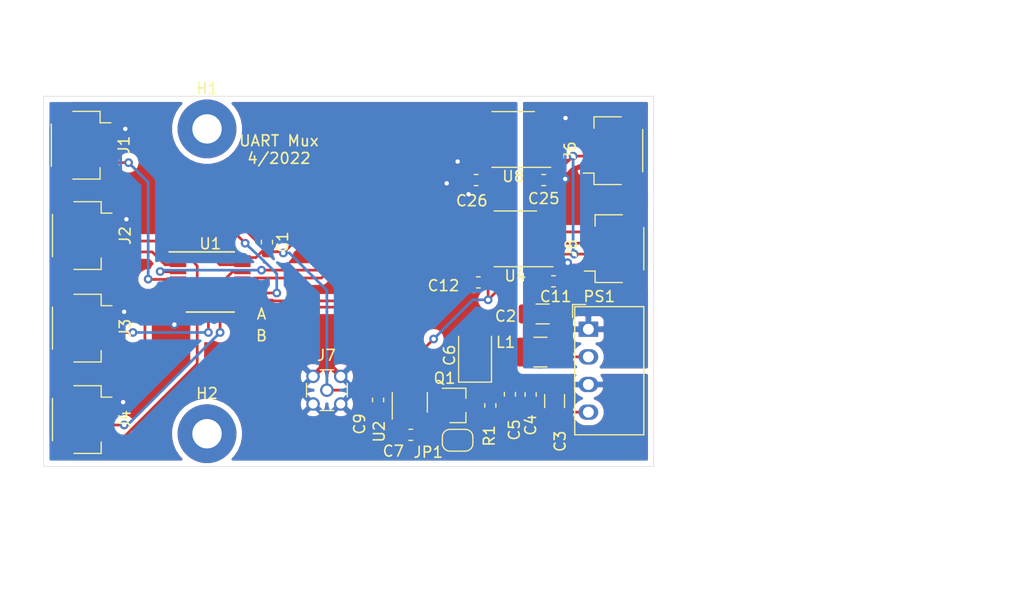
<source format=kicad_pcb>
(kicad_pcb (version 20171130) (host pcbnew "(5.1.5-0)")

  (general
    (thickness 1.6)
    (drawings 9)
    (tracks 252)
    (zones 0)
    (modules 30)
    (nets 26)
  )

  (page A4)
  (layers
    (0 F.Cu signal)
    (31 B.Cu signal)
    (32 B.Adhes user)
    (33 F.Adhes user)
    (34 B.Paste user)
    (35 F.Paste user)
    (36 B.SilkS user)
    (37 F.SilkS user)
    (38 B.Mask user)
    (39 F.Mask user)
    (40 Dwgs.User user)
    (41 Cmts.User user)
    (42 Eco1.User user)
    (43 Eco2.User user)
    (44 Edge.Cuts user)
    (45 Margin user)
    (46 B.CrtYd user)
    (47 F.CrtYd user)
    (48 B.Fab user)
    (49 F.Fab user)
  )

  (setup
    (last_trace_width 0.25)
    (trace_clearance 0.2)
    (zone_clearance 0.508)
    (zone_45_only no)
    (trace_min 0.2)
    (via_size 0.8)
    (via_drill 0.4)
    (via_min_size 0.4)
    (via_min_drill 0.3)
    (uvia_size 0.3)
    (uvia_drill 0.1)
    (uvias_allowed no)
    (uvia_min_size 0.2)
    (uvia_min_drill 0.1)
    (edge_width 0.05)
    (segment_width 0.2)
    (pcb_text_width 0.3)
    (pcb_text_size 1.5 1.5)
    (mod_edge_width 0.12)
    (mod_text_size 1 1)
    (mod_text_width 0.15)
    (pad_size 1.524 1.524)
    (pad_drill 0.762)
    (pad_to_mask_clearance 0.051)
    (solder_mask_min_width 0.25)
    (aux_axis_origin 0 0)
    (visible_elements FFFDFF7F)
    (pcbplotparams
      (layerselection 0x010fc_ffffffff)
      (usegerberextensions true)
      (usegerberattributes false)
      (usegerberadvancedattributes false)
      (creategerberjobfile false)
      (excludeedgelayer true)
      (linewidth 0.100000)
      (plotframeref false)
      (viasonmask false)
      (mode 1)
      (useauxorigin false)
      (hpglpennumber 1)
      (hpglpenspeed 20)
      (hpglpendiameter 15.000000)
      (psnegative false)
      (psa4output false)
      (plotreference true)
      (plotvalue false)
      (plotinvisibletext false)
      (padsonsilk false)
      (subtractmaskfromsilk true)
      (outputformat 1)
      (mirror false)
      (drillshape 0)
      (scaleselection 1)
      (outputdirectory "gerbers/"))
  )

  (net 0 "")
  (net 1 VCC)
  (net 2 GND)
  (net 3 "Net-(J1-Pad4)")
  (net 4 "Net-(J1-Pad3)")
  (net 5 "Net-(J2-Pad4)")
  (net 6 "Net-(J2-Pad3)")
  (net 7 "Net-(J3-Pad4)")
  (net 8 "Net-(J3-Pad3)")
  (net 9 "Net-(J4-Pad4)")
  (net 10 "Net-(J4-Pad3)")
  (net 11 GNDPWR)
  (net 12 "Net-(C3-Pad1)")
  (net 13 "Net-(C6-Pad1)")
  (net 14 "Net-(C7-Pad1)")
  (net 15 "Net-(L1-Pad1)")
  (net 16 "Net-(U2-Pad4)")
  (net 17 VD)
  (net 18 /Sheet626DA5AD/scl_in)
  (net 19 /Sheet626DA5AD/sda_in)
  (net 20 /Sheet626DA5AD/sda)
  (net 21 /Sheet626DA5AD/scl)
  (net 22 /A)
  (net 23 /B)
  (net 24 /Sheet626DA5AD/A_in)
  (net 25 /Sheet626DA5AD/B_in)

  (net_class Default "This is the default net class."
    (clearance 0.2)
    (trace_width 0.25)
    (via_dia 0.8)
    (via_drill 0.4)
    (uvia_dia 0.3)
    (uvia_drill 0.1)
    (add_net /A)
    (add_net /B)
    (add_net /Sheet626DA5AD/A_in)
    (add_net /Sheet626DA5AD/B_in)
    (add_net /Sheet626DA5AD/scl)
    (add_net /Sheet626DA5AD/scl_in)
    (add_net /Sheet626DA5AD/sda)
    (add_net /Sheet626DA5AD/sda_in)
    (add_net GND)
    (add_net GNDPWR)
    (add_net "Net-(C3-Pad1)")
    (add_net "Net-(C6-Pad1)")
    (add_net "Net-(C7-Pad1)")
    (add_net "Net-(J1-Pad3)")
    (add_net "Net-(J1-Pad4)")
    (add_net "Net-(J2-Pad3)")
    (add_net "Net-(J2-Pad4)")
    (add_net "Net-(J3-Pad3)")
    (add_net "Net-(J3-Pad4)")
    (add_net "Net-(J4-Pad3)")
    (add_net "Net-(J4-Pad4)")
    (add_net "Net-(L1-Pad1)")
    (add_net "Net-(U2-Pad4)")
    (add_net VCC)
    (add_net VD)
  )

  (module MountingHole:MountingHole_2.7mm_M2.5_Pad (layer F.Cu) (tedit 56D1B4CB) (tstamp 62620F64)
    (at 103 91)
    (descr "Mounting Hole 2.7mm, M2.5")
    (tags "mounting hole 2.7mm m2.5")
    (path /6272BB0E)
    (attr virtual)
    (fp_text reference H2 (at 0 -3.7) (layer F.SilkS)
      (effects (font (size 1 1) (thickness 0.15)))
    )
    (fp_text value MountingHole (at 0 3.7) (layer F.Fab)
      (effects (font (size 1 1) (thickness 0.15)))
    )
    (fp_circle (center 0 0) (end 2.95 0) (layer F.CrtYd) (width 0.05))
    (fp_circle (center 0 0) (end 2.7 0) (layer Cmts.User) (width 0.15))
    (fp_text user %R (at 0.3 0) (layer F.Fab)
      (effects (font (size 1 1) (thickness 0.15)))
    )
    (pad 1 thru_hole circle (at 0 0) (size 5.4 5.4) (drill 2.7) (layers *.Cu *.Mask))
  )

  (module MountingHole:MountingHole_2.7mm_M2.5_Pad (layer F.Cu) (tedit 56D1B4CB) (tstamp 62620F5C)
    (at 103 63)
    (descr "Mounting Hole 2.7mm, M2.5")
    (tags "mounting hole 2.7mm m2.5")
    (path /6272BFAA)
    (attr virtual)
    (fp_text reference H1 (at 0 -3.7) (layer F.SilkS)
      (effects (font (size 1 1) (thickness 0.15)))
    )
    (fp_text value MountingHole (at 0 3.7) (layer F.Fab)
      (effects (font (size 1 1) (thickness 0.15)))
    )
    (fp_circle (center 0 0) (end 2.95 0) (layer F.CrtYd) (width 0.05))
    (fp_circle (center 0 0) (end 2.7 0) (layer Cmts.User) (width 0.15))
    (fp_text user %R (at 0.3 0) (layer F.Fab)
      (effects (font (size 1 1) (thickness 0.15)))
    )
    (pad 1 thru_hole circle (at 0 0) (size 5.4 5.4) (drill 2.7) (layers *.Cu *.Mask))
  )

  (module Connector_JST:JST_SH_SM04B-SRSS-TB_1x04-1MP_P1.00mm_Horizontal (layer F.Cu) (tedit 5B78AD87) (tstamp 6261C83A)
    (at 140.4 74 90)
    (descr "JST SH series connector, SM04B-SRSS-TB (http://www.jst-mfg.com/product/pdf/eng/eSH.pdf), generated with kicad-footprint-generator")
    (tags "connector JST SH top entry")
    (path /62714C27)
    (attr smd)
    (fp_text reference J8 (at 0 -3.98 90) (layer F.SilkS)
      (effects (font (size 1 1) (thickness 0.15)))
    )
    (fp_text value JST_SH_Conn_01x04_i2c_horizontal (at 0 3.98 90) (layer F.Fab)
      (effects (font (size 1 1) (thickness 0.15)))
    )
    (fp_text user %R (at 0 0 90) (layer F.Fab)
      (effects (font (size 1 1) (thickness 0.15)))
    )
    (fp_line (start -1.5 -0.967893) (end -1 -1.675) (layer F.Fab) (width 0.1))
    (fp_line (start -2 -1.675) (end -1.5 -0.967893) (layer F.Fab) (width 0.1))
    (fp_line (start 3.9 -3.28) (end -3.9 -3.28) (layer F.CrtYd) (width 0.05))
    (fp_line (start 3.9 3.28) (end 3.9 -3.28) (layer F.CrtYd) (width 0.05))
    (fp_line (start -3.9 3.28) (end 3.9 3.28) (layer F.CrtYd) (width 0.05))
    (fp_line (start -3.9 -3.28) (end -3.9 3.28) (layer F.CrtYd) (width 0.05))
    (fp_line (start 3 -1.675) (end 3 2.575) (layer F.Fab) (width 0.1))
    (fp_line (start -3 -1.675) (end -3 2.575) (layer F.Fab) (width 0.1))
    (fp_line (start -3 2.575) (end 3 2.575) (layer F.Fab) (width 0.1))
    (fp_line (start -1.94 2.685) (end 1.94 2.685) (layer F.SilkS) (width 0.12))
    (fp_line (start 3.11 -1.785) (end 2.06 -1.785) (layer F.SilkS) (width 0.12))
    (fp_line (start 3.11 0.715) (end 3.11 -1.785) (layer F.SilkS) (width 0.12))
    (fp_line (start -2.06 -1.785) (end -2.06 -2.775) (layer F.SilkS) (width 0.12))
    (fp_line (start -3.11 -1.785) (end -2.06 -1.785) (layer F.SilkS) (width 0.12))
    (fp_line (start -3.11 0.715) (end -3.11 -1.785) (layer F.SilkS) (width 0.12))
    (fp_line (start -3 -1.675) (end 3 -1.675) (layer F.Fab) (width 0.1))
    (pad MP smd roundrect (at 2.8 1.875 90) (size 1.2 1.8) (layers F.Cu F.Paste F.Mask) (roundrect_rratio 0.208333))
    (pad MP smd roundrect (at -2.8 1.875 90) (size 1.2 1.8) (layers F.Cu F.Paste F.Mask) (roundrect_rratio 0.208333))
    (pad 4 smd roundrect (at 1.5 -2 90) (size 0.6 1.55) (layers F.Cu F.Paste F.Mask) (roundrect_rratio 0.25)
      (net 24 /Sheet626DA5AD/A_in))
    (pad 3 smd roundrect (at 0.5 -2 90) (size 0.6 1.55) (layers F.Cu F.Paste F.Mask) (roundrect_rratio 0.25)
      (net 25 /Sheet626DA5AD/B_in))
    (pad 2 smd roundrect (at -0.5 -2 90) (size 0.6 1.55) (layers F.Cu F.Paste F.Mask) (roundrect_rratio 0.25)
      (net 17 VD))
    (pad 1 smd roundrect (at -1.5 -2 90) (size 0.6 1.55) (layers F.Cu F.Paste F.Mask) (roundrect_rratio 0.25)
      (net 11 GNDPWR))
    (model ${KISYS3DMOD}/Connector_JST.3dshapes/JST_SH_SM04B-SRSS-TB_1x04-1MP_P1.00mm_Horizontal.wrl
      (at (xyz 0 0 0))
      (scale (xyz 1 1 1))
      (rotate (xyz 0 0 0))
    )
  )

  (module Package_SO:SOIC-8_3.9x4.9mm_P1.27mm (layer F.Cu) (tedit 5D9F72B1) (tstamp 6261B3EC)
    (at 131.3 73.1 180)
    (descr "SOIC, 8 Pin (JEDEC MS-012AA, https://www.analog.com/media/en/package-pcb-resources/package/pkg_pdf/soic_narrow-r/r_8.pdf), generated with kicad-footprint-generator ipc_gullwing_generator.py")
    (tags "SOIC SO")
    (path /626DA5AE/627031F5)
    (attr smd)
    (fp_text reference U4 (at 0 -3.4) (layer F.SilkS)
      (effects (font (size 1 1) (thickness 0.15)))
    )
    (fp_text value ISO1541 (at 0 3.4) (layer F.Fab)
      (effects (font (size 1 1) (thickness 0.15)))
    )
    (fp_text user %R (at 0 0) (layer F.Fab)
      (effects (font (size 0.98 0.98) (thickness 0.15)))
    )
    (fp_line (start 3.7 -2.7) (end -3.7 -2.7) (layer F.CrtYd) (width 0.05))
    (fp_line (start 3.7 2.7) (end 3.7 -2.7) (layer F.CrtYd) (width 0.05))
    (fp_line (start -3.7 2.7) (end 3.7 2.7) (layer F.CrtYd) (width 0.05))
    (fp_line (start -3.7 -2.7) (end -3.7 2.7) (layer F.CrtYd) (width 0.05))
    (fp_line (start -1.95 -1.475) (end -0.975 -2.45) (layer F.Fab) (width 0.1))
    (fp_line (start -1.95 2.45) (end -1.95 -1.475) (layer F.Fab) (width 0.1))
    (fp_line (start 1.95 2.45) (end -1.95 2.45) (layer F.Fab) (width 0.1))
    (fp_line (start 1.95 -2.45) (end 1.95 2.45) (layer F.Fab) (width 0.1))
    (fp_line (start -0.975 -2.45) (end 1.95 -2.45) (layer F.Fab) (width 0.1))
    (fp_line (start 0 -2.56) (end -3.45 -2.56) (layer F.SilkS) (width 0.12))
    (fp_line (start 0 -2.56) (end 1.95 -2.56) (layer F.SilkS) (width 0.12))
    (fp_line (start 0 2.56) (end -1.95 2.56) (layer F.SilkS) (width 0.12))
    (fp_line (start 0 2.56) (end 1.95 2.56) (layer F.SilkS) (width 0.12))
    (pad 8 smd roundrect (at 2.475 -1.905 180) (size 1.95 0.6) (layers F.Cu F.Paste F.Mask) (roundrect_rratio 0.25)
      (net 1 VCC))
    (pad 7 smd roundrect (at 2.475 -0.635 180) (size 1.95 0.6) (layers F.Cu F.Paste F.Mask) (roundrect_rratio 0.25)
      (net 23 /B))
    (pad 6 smd roundrect (at 2.475 0.635 180) (size 1.95 0.6) (layers F.Cu F.Paste F.Mask) (roundrect_rratio 0.25)
      (net 22 /A))
    (pad 5 smd roundrect (at 2.475 1.905 180) (size 1.95 0.6) (layers F.Cu F.Paste F.Mask) (roundrect_rratio 0.25)
      (net 2 GND))
    (pad 4 smd roundrect (at -2.475 1.905 180) (size 1.95 0.6) (layers F.Cu F.Paste F.Mask) (roundrect_rratio 0.25)
      (net 11 GNDPWR))
    (pad 3 smd roundrect (at -2.475 0.635 180) (size 1.95 0.6) (layers F.Cu F.Paste F.Mask) (roundrect_rratio 0.25)
      (net 24 /Sheet626DA5AD/A_in))
    (pad 2 smd roundrect (at -2.475 -0.635 180) (size 1.95 0.6) (layers F.Cu F.Paste F.Mask) (roundrect_rratio 0.25)
      (net 25 /Sheet626DA5AD/B_in))
    (pad 1 smd roundrect (at -2.475 -1.905 180) (size 1.95 0.6) (layers F.Cu F.Paste F.Mask) (roundrect_rratio 0.25)
      (net 17 VD))
    (model ${KISYS3DMOD}/Package_SO.3dshapes/SOIC-8_3.9x4.9mm_P1.27mm.wrl
      (at (xyz 0 0 0))
      (scale (xyz 1 1 1))
      (rotate (xyz 0 0 0))
    )
  )

  (module Capacitor_SMD:C_0603_1608Metric_Pad1.05x0.95mm_HandSolder (layer F.Cu) (tedit 5B301BBE) (tstamp 6261B0BE)
    (at 127.9 77.1)
    (descr "Capacitor SMD 0603 (1608 Metric), square (rectangular) end terminal, IPC_7351 nominal with elongated pad for handsoldering. (Body size source: http://www.tortai-tech.com/upload/download/2011102023233369053.pdf), generated with kicad-footprint-generator")
    (tags "capacitor handsolder")
    (path /626DA5AE/6270321A)
    (attr smd)
    (fp_text reference C12 (at -3.2 0.3) (layer F.SilkS)
      (effects (font (size 1 1) (thickness 0.15)))
    )
    (fp_text value 100nF (at 0 1.43) (layer F.Fab)
      (effects (font (size 1 1) (thickness 0.15)))
    )
    (fp_text user %R (at 0 0) (layer F.Fab)
      (effects (font (size 0.4 0.4) (thickness 0.06)))
    )
    (fp_line (start 1.65 0.73) (end -1.65 0.73) (layer F.CrtYd) (width 0.05))
    (fp_line (start 1.65 -0.73) (end 1.65 0.73) (layer F.CrtYd) (width 0.05))
    (fp_line (start -1.65 -0.73) (end 1.65 -0.73) (layer F.CrtYd) (width 0.05))
    (fp_line (start -1.65 0.73) (end -1.65 -0.73) (layer F.CrtYd) (width 0.05))
    (fp_line (start -0.171267 0.51) (end 0.171267 0.51) (layer F.SilkS) (width 0.12))
    (fp_line (start -0.171267 -0.51) (end 0.171267 -0.51) (layer F.SilkS) (width 0.12))
    (fp_line (start 0.8 0.4) (end -0.8 0.4) (layer F.Fab) (width 0.1))
    (fp_line (start 0.8 -0.4) (end 0.8 0.4) (layer F.Fab) (width 0.1))
    (fp_line (start -0.8 -0.4) (end 0.8 -0.4) (layer F.Fab) (width 0.1))
    (fp_line (start -0.8 0.4) (end -0.8 -0.4) (layer F.Fab) (width 0.1))
    (pad 2 smd roundrect (at 0.875 0) (size 1.05 0.95) (layers F.Cu F.Paste F.Mask) (roundrect_rratio 0.25)
      (net 1 VCC))
    (pad 1 smd roundrect (at -0.875 0) (size 1.05 0.95) (layers F.Cu F.Paste F.Mask) (roundrect_rratio 0.25)
      (net 2 GND))
    (model ${KISYS3DMOD}/Capacitor_SMD.3dshapes/C_0603_1608Metric.wrl
      (at (xyz 0 0 0))
      (scale (xyz 1 1 1))
      (rotate (xyz 0 0 0))
    )
  )

  (module Capacitor_SMD:C_0603_1608Metric_Pad1.05x0.95mm_HandSolder (layer F.Cu) (tedit 5B301BBE) (tstamp 6261BF7A)
    (at 134.8 77)
    (descr "Capacitor SMD 0603 (1608 Metric), square (rectangular) end terminal, IPC_7351 nominal with elongated pad for handsoldering. (Body size source: http://www.tortai-tech.com/upload/download/2011102023233369053.pdf), generated with kicad-footprint-generator")
    (tags "capacitor handsolder")
    (path /626DA5AE/62703227)
    (attr smd)
    (fp_text reference C11 (at 0.2 1.4) (layer F.SilkS)
      (effects (font (size 1 1) (thickness 0.15)))
    )
    (fp_text value 100nF (at 0 1.43) (layer F.Fab)
      (effects (font (size 1 1) (thickness 0.15)))
    )
    (fp_text user %R (at 0 0) (layer F.Fab)
      (effects (font (size 0.4 0.4) (thickness 0.06)))
    )
    (fp_line (start 1.65 0.73) (end -1.65 0.73) (layer F.CrtYd) (width 0.05))
    (fp_line (start 1.65 -0.73) (end 1.65 0.73) (layer F.CrtYd) (width 0.05))
    (fp_line (start -1.65 -0.73) (end 1.65 -0.73) (layer F.CrtYd) (width 0.05))
    (fp_line (start -1.65 0.73) (end -1.65 -0.73) (layer F.CrtYd) (width 0.05))
    (fp_line (start -0.171267 0.51) (end 0.171267 0.51) (layer F.SilkS) (width 0.12))
    (fp_line (start -0.171267 -0.51) (end 0.171267 -0.51) (layer F.SilkS) (width 0.12))
    (fp_line (start 0.8 0.4) (end -0.8 0.4) (layer F.Fab) (width 0.1))
    (fp_line (start 0.8 -0.4) (end 0.8 0.4) (layer F.Fab) (width 0.1))
    (fp_line (start -0.8 -0.4) (end 0.8 -0.4) (layer F.Fab) (width 0.1))
    (fp_line (start -0.8 0.4) (end -0.8 -0.4) (layer F.Fab) (width 0.1))
    (pad 2 smd roundrect (at 0.875 0) (size 1.05 0.95) (layers F.Cu F.Paste F.Mask) (roundrect_rratio 0.25)
      (net 11 GNDPWR))
    (pad 1 smd roundrect (at -0.875 0) (size 1.05 0.95) (layers F.Cu F.Paste F.Mask) (roundrect_rratio 0.25)
      (net 17 VD))
    (model ${KISYS3DMOD}/Capacitor_SMD.3dshapes/C_0603_1608Metric.wrl
      (at (xyz 0 0 0))
      (scale (xyz 1 1 1))
      (rotate (xyz 0 0 0))
    )
  )

  (module Package_SO:SOIC-8_3.9x4.9mm_P1.27mm (layer F.Cu) (tedit 5D9F72B1) (tstamp 62619DE7)
    (at 131.1 63.97 180)
    (descr "SOIC, 8 Pin (JEDEC MS-012AA, https://www.analog.com/media/en/package-pcb-resources/package/pkg_pdf/soic_narrow-r/r_8.pdf), generated with kicad-footprint-generator ipc_gullwing_generator.py")
    (tags "SOIC SO")
    (path /626DA5AE/60E9B514)
    (attr smd)
    (fp_text reference U8 (at 0 -3.4) (layer F.SilkS)
      (effects (font (size 1 1) (thickness 0.15)))
    )
    (fp_text value ISO1541 (at 0 3.4) (layer F.Fab)
      (effects (font (size 1 1) (thickness 0.15)))
    )
    (fp_text user %R (at 0 0) (layer F.Fab)
      (effects (font (size 0.98 0.98) (thickness 0.15)))
    )
    (fp_line (start 3.7 -2.7) (end -3.7 -2.7) (layer F.CrtYd) (width 0.05))
    (fp_line (start 3.7 2.7) (end 3.7 -2.7) (layer F.CrtYd) (width 0.05))
    (fp_line (start -3.7 2.7) (end 3.7 2.7) (layer F.CrtYd) (width 0.05))
    (fp_line (start -3.7 -2.7) (end -3.7 2.7) (layer F.CrtYd) (width 0.05))
    (fp_line (start -1.95 -1.475) (end -0.975 -2.45) (layer F.Fab) (width 0.1))
    (fp_line (start -1.95 2.45) (end -1.95 -1.475) (layer F.Fab) (width 0.1))
    (fp_line (start 1.95 2.45) (end -1.95 2.45) (layer F.Fab) (width 0.1))
    (fp_line (start 1.95 -2.45) (end 1.95 2.45) (layer F.Fab) (width 0.1))
    (fp_line (start -0.975 -2.45) (end 1.95 -2.45) (layer F.Fab) (width 0.1))
    (fp_line (start 0 -2.56) (end -3.45 -2.56) (layer F.SilkS) (width 0.12))
    (fp_line (start 0 -2.56) (end 1.95 -2.56) (layer F.SilkS) (width 0.12))
    (fp_line (start 0 2.56) (end -1.95 2.56) (layer F.SilkS) (width 0.12))
    (fp_line (start 0 2.56) (end 1.95 2.56) (layer F.SilkS) (width 0.12))
    (pad 8 smd roundrect (at 2.475 -1.905 180) (size 1.95 0.6) (layers F.Cu F.Paste F.Mask) (roundrect_rratio 0.25)
      (net 1 VCC))
    (pad 7 smd roundrect (at 2.475 -0.635 180) (size 1.95 0.6) (layers F.Cu F.Paste F.Mask) (roundrect_rratio 0.25)
      (net 20 /Sheet626DA5AD/sda))
    (pad 6 smd roundrect (at 2.475 0.635 180) (size 1.95 0.6) (layers F.Cu F.Paste F.Mask) (roundrect_rratio 0.25)
      (net 21 /Sheet626DA5AD/scl))
    (pad 5 smd roundrect (at 2.475 1.905 180) (size 1.95 0.6) (layers F.Cu F.Paste F.Mask) (roundrect_rratio 0.25)
      (net 2 GND))
    (pad 4 smd roundrect (at -2.475 1.905 180) (size 1.95 0.6) (layers F.Cu F.Paste F.Mask) (roundrect_rratio 0.25)
      (net 11 GNDPWR))
    (pad 3 smd roundrect (at -2.475 0.635 180) (size 1.95 0.6) (layers F.Cu F.Paste F.Mask) (roundrect_rratio 0.25)
      (net 18 /Sheet626DA5AD/scl_in))
    (pad 2 smd roundrect (at -2.475 -0.635 180) (size 1.95 0.6) (layers F.Cu F.Paste F.Mask) (roundrect_rratio 0.25)
      (net 19 /Sheet626DA5AD/sda_in))
    (pad 1 smd roundrect (at -2.475 -1.905 180) (size 1.95 0.6) (layers F.Cu F.Paste F.Mask) (roundrect_rratio 0.25)
      (net 17 VD))
    (model ${KISYS3DMOD}/Package_SO.3dshapes/SOIC-8_3.9x4.9mm_P1.27mm.wrl
      (at (xyz 0 0 0))
      (scale (xyz 1 1 1))
      (rotate (xyz 0 0 0))
    )
  )

  (module Capacitor_SMD:C_0603_1608Metric_Pad1.05x0.95mm_HandSolder (layer F.Cu) (tedit 5B301BBE) (tstamp 62619AF9)
    (at 127.7 67.7)
    (descr "Capacitor SMD 0603 (1608 Metric), square (rectangular) end terminal, IPC_7351 nominal with elongated pad for handsoldering. (Body size source: http://www.tortai-tech.com/upload/download/2011102023233369053.pdf), generated with kicad-footprint-generator")
    (tags "capacitor handsolder")
    (path /626DA5AE/60EE8FE5)
    (attr smd)
    (fp_text reference C26 (at -0.4 1.9) (layer F.SilkS)
      (effects (font (size 1 1) (thickness 0.15)))
    )
    (fp_text value 100nF (at 0 1.43) (layer F.Fab)
      (effects (font (size 1 1) (thickness 0.15)))
    )
    (fp_text user %R (at 0 0) (layer F.Fab)
      (effects (font (size 0.4 0.4) (thickness 0.06)))
    )
    (fp_line (start 1.65 0.73) (end -1.65 0.73) (layer F.CrtYd) (width 0.05))
    (fp_line (start 1.65 -0.73) (end 1.65 0.73) (layer F.CrtYd) (width 0.05))
    (fp_line (start -1.65 -0.73) (end 1.65 -0.73) (layer F.CrtYd) (width 0.05))
    (fp_line (start -1.65 0.73) (end -1.65 -0.73) (layer F.CrtYd) (width 0.05))
    (fp_line (start -0.171267 0.51) (end 0.171267 0.51) (layer F.SilkS) (width 0.12))
    (fp_line (start -0.171267 -0.51) (end 0.171267 -0.51) (layer F.SilkS) (width 0.12))
    (fp_line (start 0.8 0.4) (end -0.8 0.4) (layer F.Fab) (width 0.1))
    (fp_line (start 0.8 -0.4) (end 0.8 0.4) (layer F.Fab) (width 0.1))
    (fp_line (start -0.8 -0.4) (end 0.8 -0.4) (layer F.Fab) (width 0.1))
    (fp_line (start -0.8 0.4) (end -0.8 -0.4) (layer F.Fab) (width 0.1))
    (pad 2 smd roundrect (at 0.875 0) (size 1.05 0.95) (layers F.Cu F.Paste F.Mask) (roundrect_rratio 0.25)
      (net 1 VCC))
    (pad 1 smd roundrect (at -0.875 0) (size 1.05 0.95) (layers F.Cu F.Paste F.Mask) (roundrect_rratio 0.25)
      (net 2 GND))
    (model ${KISYS3DMOD}/Capacitor_SMD.3dshapes/C_0603_1608Metric.wrl
      (at (xyz 0 0 0))
      (scale (xyz 1 1 1))
      (rotate (xyz 0 0 0))
    )
  )

  (module Capacitor_SMD:C_0603_1608Metric_Pad1.05x0.95mm_HandSolder (layer F.Cu) (tedit 5B301BBE) (tstamp 62619AE8)
    (at 133.9 67.7)
    (descr "Capacitor SMD 0603 (1608 Metric), square (rectangular) end terminal, IPC_7351 nominal with elongated pad for handsoldering. (Body size source: http://www.tortai-tech.com/upload/download/2011102023233369053.pdf), generated with kicad-footprint-generator")
    (tags "capacitor handsolder")
    (path /626DA5AE/60EE9E5E)
    (attr smd)
    (fp_text reference C25 (at 0 1.7) (layer F.SilkS)
      (effects (font (size 1 1) (thickness 0.15)))
    )
    (fp_text value 100nF (at 0 1.43) (layer F.Fab)
      (effects (font (size 1 1) (thickness 0.15)))
    )
    (fp_text user %R (at 0 0) (layer F.Fab)
      (effects (font (size 0.4 0.4) (thickness 0.06)))
    )
    (fp_line (start 1.65 0.73) (end -1.65 0.73) (layer F.CrtYd) (width 0.05))
    (fp_line (start 1.65 -0.73) (end 1.65 0.73) (layer F.CrtYd) (width 0.05))
    (fp_line (start -1.65 -0.73) (end 1.65 -0.73) (layer F.CrtYd) (width 0.05))
    (fp_line (start -1.65 0.73) (end -1.65 -0.73) (layer F.CrtYd) (width 0.05))
    (fp_line (start -0.171267 0.51) (end 0.171267 0.51) (layer F.SilkS) (width 0.12))
    (fp_line (start -0.171267 -0.51) (end 0.171267 -0.51) (layer F.SilkS) (width 0.12))
    (fp_line (start 0.8 0.4) (end -0.8 0.4) (layer F.Fab) (width 0.1))
    (fp_line (start 0.8 -0.4) (end 0.8 0.4) (layer F.Fab) (width 0.1))
    (fp_line (start -0.8 -0.4) (end 0.8 -0.4) (layer F.Fab) (width 0.1))
    (fp_line (start -0.8 0.4) (end -0.8 -0.4) (layer F.Fab) (width 0.1))
    (pad 2 smd roundrect (at 0.875 0) (size 1.05 0.95) (layers F.Cu F.Paste F.Mask) (roundrect_rratio 0.25)
      (net 11 GNDPWR))
    (pad 1 smd roundrect (at -0.875 0) (size 1.05 0.95) (layers F.Cu F.Paste F.Mask) (roundrect_rratio 0.25)
      (net 17 VD))
    (model ${KISYS3DMOD}/Capacitor_SMD.3dshapes/C_0603_1608Metric.wrl
      (at (xyz 0 0 0))
      (scale (xyz 1 1 1))
      (rotate (xyz 0 0 0))
    )
  )

  (module Package_TO_SOT_SMD:SOT-23-5 (layer F.Cu) (tedit 5A02FF57) (tstamp 62618724)
    (at 121.61 88.11 90)
    (descr "5-pin SOT23 package")
    (tags SOT-23-5)
    (path /626C8DE3/60EC7284)
    (attr smd)
    (fp_text reference U2 (at -2.69 -2.81 90) (layer F.SilkS)
      (effects (font (size 1 1) (thickness 0.15)))
    )
    (fp_text value LP5907MFX-3.3 (at 0 2.9 90) (layer F.Fab)
      (effects (font (size 1 1) (thickness 0.15)))
    )
    (fp_line (start 0.9 -1.55) (end 0.9 1.55) (layer F.Fab) (width 0.1))
    (fp_line (start 0.9 1.55) (end -0.9 1.55) (layer F.Fab) (width 0.1))
    (fp_line (start -0.9 -0.9) (end -0.9 1.55) (layer F.Fab) (width 0.1))
    (fp_line (start 0.9 -1.55) (end -0.25 -1.55) (layer F.Fab) (width 0.1))
    (fp_line (start -0.9 -0.9) (end -0.25 -1.55) (layer F.Fab) (width 0.1))
    (fp_line (start -1.9 1.8) (end -1.9 -1.8) (layer F.CrtYd) (width 0.05))
    (fp_line (start 1.9 1.8) (end -1.9 1.8) (layer F.CrtYd) (width 0.05))
    (fp_line (start 1.9 -1.8) (end 1.9 1.8) (layer F.CrtYd) (width 0.05))
    (fp_line (start -1.9 -1.8) (end 1.9 -1.8) (layer F.CrtYd) (width 0.05))
    (fp_line (start 0.9 -1.61) (end -1.55 -1.61) (layer F.SilkS) (width 0.12))
    (fp_line (start -0.9 1.61) (end 0.9 1.61) (layer F.SilkS) (width 0.12))
    (fp_text user %R (at 0 0) (layer F.Fab)
      (effects (font (size 0.5 0.5) (thickness 0.075)))
    )
    (pad 5 smd rect (at 1.1 -0.95 90) (size 1.06 0.65) (layers F.Cu F.Paste F.Mask)
      (net 1 VCC))
    (pad 4 smd rect (at 1.1 0.95 90) (size 1.06 0.65) (layers F.Cu F.Paste F.Mask)
      (net 16 "Net-(U2-Pad4)"))
    (pad 3 smd rect (at -1.1 0.95 90) (size 1.06 0.65) (layers F.Cu F.Paste F.Mask)
      (net 14 "Net-(C7-Pad1)"))
    (pad 2 smd rect (at -1.1 0 90) (size 1.06 0.65) (layers F.Cu F.Paste F.Mask)
      (net 2 GND))
    (pad 1 smd rect (at -1.1 -0.95 90) (size 1.06 0.65) (layers F.Cu F.Paste F.Mask)
      (net 14 "Net-(C7-Pad1)"))
    (model ${KISYS3DMOD}/Package_TO_SOT_SMD.3dshapes/SOT-23-5.wrl
      (at (xyz 0 0 0))
      (scale (xyz 1 1 1))
      (rotate (xyz 0 0 0))
    )
  )

  (module Resistor_SMD:R_0603_1608Metric_Pad1.05x0.95mm_HandSolder (layer F.Cu) (tedit 5B301BBD) (tstamp 626186D1)
    (at 129 88.4 90)
    (descr "Resistor SMD 0603 (1608 Metric), square (rectangular) end terminal, IPC_7351 nominal with elongated pad for handsoldering. (Body size source: http://www.tortai-tech.com/upload/download/2011102023233369053.pdf), generated with kicad-footprint-generator")
    (tags "resistor handsolder")
    (path /626C8DE3/60EC2E4F)
    (attr smd)
    (fp_text reference R1 (at -2.8 -0.1 90) (layer F.SilkS)
      (effects (font (size 1 1) (thickness 0.15)))
    )
    (fp_text value 1K (at 0 1.43 90) (layer F.Fab)
      (effects (font (size 1 1) (thickness 0.15)))
    )
    (fp_text user %R (at 0 0 90) (layer F.Fab)
      (effects (font (size 0.4 0.4) (thickness 0.06)))
    )
    (fp_line (start 1.65 0.73) (end -1.65 0.73) (layer F.CrtYd) (width 0.05))
    (fp_line (start 1.65 -0.73) (end 1.65 0.73) (layer F.CrtYd) (width 0.05))
    (fp_line (start -1.65 -0.73) (end 1.65 -0.73) (layer F.CrtYd) (width 0.05))
    (fp_line (start -1.65 0.73) (end -1.65 -0.73) (layer F.CrtYd) (width 0.05))
    (fp_line (start -0.171267 0.51) (end 0.171267 0.51) (layer F.SilkS) (width 0.12))
    (fp_line (start -0.171267 -0.51) (end 0.171267 -0.51) (layer F.SilkS) (width 0.12))
    (fp_line (start 0.8 0.4) (end -0.8 0.4) (layer F.Fab) (width 0.1))
    (fp_line (start 0.8 -0.4) (end 0.8 0.4) (layer F.Fab) (width 0.1))
    (fp_line (start -0.8 -0.4) (end 0.8 -0.4) (layer F.Fab) (width 0.1))
    (fp_line (start -0.8 0.4) (end -0.8 -0.4) (layer F.Fab) (width 0.1))
    (pad 2 smd roundrect (at 0.875 0 90) (size 1.05 0.95) (layers F.Cu F.Paste F.Mask) (roundrect_rratio 0.25)
      (net 13 "Net-(C6-Pad1)"))
    (pad 1 smd roundrect (at -0.875 0 90) (size 1.05 0.95) (layers F.Cu F.Paste F.Mask) (roundrect_rratio 0.25)
      (net 12 "Net-(C3-Pad1)"))
    (model ${KISYS3DMOD}/Resistor_SMD.3dshapes/R_0603_1608Metric.wrl
      (at (xyz 0 0 0))
      (scale (xyz 1 1 1))
      (rotate (xyz 0 0 0))
    )
  )

  (module Package_TO_SOT_SMD:SOT-23 (layer F.Cu) (tedit 5A02FF57) (tstamp 626186C0)
    (at 126 88.4)
    (descr "SOT-23, Standard")
    (tags SOT-23)
    (path /626C8DE3/60581ADF)
    (attr smd)
    (fp_text reference Q1 (at -1.2 -2.5) (layer F.SilkS)
      (effects (font (size 1 1) (thickness 0.15)))
    )
    (fp_text value BC847C (at 0 2.5) (layer F.Fab)
      (effects (font (size 1 1) (thickness 0.15)))
    )
    (fp_line (start 0.76 1.58) (end -0.7 1.58) (layer F.SilkS) (width 0.12))
    (fp_line (start 0.76 -1.58) (end -1.4 -1.58) (layer F.SilkS) (width 0.12))
    (fp_line (start -1.7 1.75) (end -1.7 -1.75) (layer F.CrtYd) (width 0.05))
    (fp_line (start 1.7 1.75) (end -1.7 1.75) (layer F.CrtYd) (width 0.05))
    (fp_line (start 1.7 -1.75) (end 1.7 1.75) (layer F.CrtYd) (width 0.05))
    (fp_line (start -1.7 -1.75) (end 1.7 -1.75) (layer F.CrtYd) (width 0.05))
    (fp_line (start 0.76 -1.58) (end 0.76 -0.65) (layer F.SilkS) (width 0.12))
    (fp_line (start 0.76 1.58) (end 0.76 0.65) (layer F.SilkS) (width 0.12))
    (fp_line (start -0.7 1.52) (end 0.7 1.52) (layer F.Fab) (width 0.1))
    (fp_line (start 0.7 -1.52) (end 0.7 1.52) (layer F.Fab) (width 0.1))
    (fp_line (start -0.7 -0.95) (end -0.15 -1.52) (layer F.Fab) (width 0.1))
    (fp_line (start -0.15 -1.52) (end 0.7 -1.52) (layer F.Fab) (width 0.1))
    (fp_line (start -0.7 -0.95) (end -0.7 1.5) (layer F.Fab) (width 0.1))
    (fp_text user %R (at 0 0 90) (layer F.Fab)
      (effects (font (size 0.5 0.5) (thickness 0.075)))
    )
    (pad 3 smd rect (at 1 0) (size 0.9 0.8) (layers F.Cu F.Paste F.Mask)
      (net 12 "Net-(C3-Pad1)"))
    (pad 2 smd rect (at -1 0.95) (size 0.9 0.8) (layers F.Cu F.Paste F.Mask)
      (net 14 "Net-(C7-Pad1)"))
    (pad 1 smd rect (at -1 -0.95) (size 0.9 0.8) (layers F.Cu F.Paste F.Mask)
      (net 13 "Net-(C6-Pad1)"))
    (model ${KISYS3DMOD}/Package_TO_SOT_SMD.3dshapes/SOT-23.wrl
      (at (xyz 0 0 0))
      (scale (xyz 1 1 1))
      (rotate (xyz 0 0 0))
    )
  )

  (module Converter_DCDC:Converter_DCDC_muRata_CRE1xxxxxx3C_THT (layer F.Cu) (tedit 59F5F4E9) (tstamp 626186AB)
    (at 138 81.4)
    (descr "Isolated 1W single output DC/DC, http://power.murata.com/data/power/ncl/kdc_cre1.pdf")
    (tags "Isolated 1W single output DC/DC")
    (path /626C8DE3/60E88800)
    (attr smd)
    (fp_text reference PS1 (at 1 -3) (layer F.SilkS)
      (effects (font (size 1 1) (thickness 0.15)))
    )
    (fp_text value B0305S-1WR2 (at 2 11 180) (layer F.Fab)
      (effects (font (size 1 1) (thickness 0.15)))
    )
    (fp_line (start -1.45 -2.27) (end -1.45 -1.07) (layer F.SilkS) (width 0.12))
    (fp_line (start -0.25 -2.27) (end -1.45 -2.27) (layer F.SilkS) (width 0.12))
    (fp_line (start 5.22 9.83) (end -1.38 9.83) (layer F.CrtYd) (width 0.05))
    (fp_line (start -1.38 -2.2) (end -1.38 9.83) (layer F.CrtYd) (width 0.05))
    (fp_line (start 5.22 -2.2) (end -1.38 -2.2) (layer F.CrtYd) (width 0.05))
    (fp_line (start 5.22 -2.2) (end 5.22 9.83) (layer F.CrtYd) (width 0.05))
    (fp_text user %R (at 3 4 90) (layer F.Fab)
      (effects (font (size 1 1) (thickness 0.15)))
    )
    (fp_line (start -1.13 9.58) (end 4.97 9.58) (layer F.Fab) (width 0.1))
    (fp_line (start -1.13 -0.95) (end -1.13 9.58) (layer F.Fab) (width 0.1))
    (fp_line (start -0.13 -1.95) (end 4.97 -1.95) (layer F.Fab) (width 0.1))
    (fp_line (start -0.13 -1.95) (end -1.13 -0.95) (layer F.Fab) (width 0.1))
    (fp_line (start 4.97 -1.95) (end 4.97 9.58) (layer F.Fab) (width 0.1))
    (fp_line (start 5.09 9.7) (end -1.25 9.7) (layer F.SilkS) (width 0.12))
    (fp_line (start -1.25 -2.07) (end -1.25 9.7) (layer F.SilkS) (width 0.12))
    (fp_line (start 5.09 -2.07) (end -1.25 -2.07) (layer F.SilkS) (width 0.12))
    (fp_line (start 5.09 -2.07) (end 5.09 9.7) (layer F.SilkS) (width 0.12))
    (pad 1 thru_hole rect (at 0 0 270) (size 1.4 1.8) (drill 1) (layers *.Cu *.Mask)
      (net 11 GNDPWR))
    (pad 2 thru_hole oval (at 0 2.54 270) (size 1.4 1.8) (drill 1) (layers *.Cu *.Mask)
      (net 15 "Net-(L1-Pad1)"))
    (pad 3 thru_hole oval (at 0 5.08 270) (size 1.4 1.8) (drill 1) (layers *.Cu *.Mask)
      (net 2 GND))
    (pad 4 thru_hole oval (at 0 7.62 270) (size 1.4 1.8) (drill 1) (layers *.Cu *.Mask)
      (net 12 "Net-(C3-Pad1)"))
    (model ${KISYS3DMOD}/Converter_DCDC.3dshapes/Converter_DCDC_muRata_CRE1xxxxxx3C_THT.wrl
      (at (xyz 0 0 0))
      (scale (xyz 1 1 1))
      (rotate (xyz 0 0 0))
    )
  )

  (module Inductor_SMD:L_1210_3225Metric_Pad1.42x2.65mm_HandSolder (layer F.Cu) (tedit 5B301BBE) (tstamp 62618693)
    (at 133.6 83.5 180)
    (descr "Capacitor SMD 1210 (3225 Metric), square (rectangular) end terminal, IPC_7351 nominal with elongated pad for handsoldering. (Body size source: http://www.tortai-tech.com/upload/download/2011102023233369053.pdf), generated with kicad-footprint-generator")
    (tags "inductor handsolder")
    (path /626C8DE3/60EB3D21)
    (attr smd)
    (fp_text reference L1 (at 3.2 0.9) (layer F.SilkS)
      (effects (font (size 1 1) (thickness 0.15)))
    )
    (fp_text value 6.8uH (at 0 2.28) (layer F.Fab)
      (effects (font (size 1 1) (thickness 0.15)))
    )
    (fp_text user %R (at 0 0) (layer F.Fab)
      (effects (font (size 0.8 0.8) (thickness 0.12)))
    )
    (fp_line (start 2.45 1.58) (end -2.45 1.58) (layer F.CrtYd) (width 0.05))
    (fp_line (start 2.45 -1.58) (end 2.45 1.58) (layer F.CrtYd) (width 0.05))
    (fp_line (start -2.45 -1.58) (end 2.45 -1.58) (layer F.CrtYd) (width 0.05))
    (fp_line (start -2.45 1.58) (end -2.45 -1.58) (layer F.CrtYd) (width 0.05))
    (fp_line (start -0.602064 1.36) (end 0.602064 1.36) (layer F.SilkS) (width 0.12))
    (fp_line (start -0.602064 -1.36) (end 0.602064 -1.36) (layer F.SilkS) (width 0.12))
    (fp_line (start 1.6 1.25) (end -1.6 1.25) (layer F.Fab) (width 0.1))
    (fp_line (start 1.6 -1.25) (end 1.6 1.25) (layer F.Fab) (width 0.1))
    (fp_line (start -1.6 -1.25) (end 1.6 -1.25) (layer F.Fab) (width 0.1))
    (fp_line (start -1.6 1.25) (end -1.6 -1.25) (layer F.Fab) (width 0.1))
    (pad 2 smd roundrect (at 1.4875 0 180) (size 1.425 2.65) (layers F.Cu F.Paste F.Mask) (roundrect_rratio 0.175439)
      (net 17 VD))
    (pad 1 smd roundrect (at -1.4875 0 180) (size 1.425 2.65) (layers F.Cu F.Paste F.Mask) (roundrect_rratio 0.175439)
      (net 15 "Net-(L1-Pad1)"))
    (model ${KISYS3DMOD}/Inductor_SMD.3dshapes/L_1210_3225Metric.wrl
      (at (xyz 0 0 0))
      (scale (xyz 1 1 1))
      (rotate (xyz 0 0 0))
    )
  )

  (module Jumper:SolderJumper-2_P1.3mm_Open_RoundedPad1.0x1.5mm (layer F.Cu) (tedit 5B391E66) (tstamp 62618666)
    (at 126 91.6 180)
    (descr "SMD Solder Jumper, 1x1.5mm, rounded Pads, 0.3mm gap, open")
    (tags "solder jumper open")
    (path /626C8DE3/60588C97)
    (attr virtual)
    (fp_text reference JP1 (at 2.7 -1.1) (layer F.SilkS)
      (effects (font (size 1 1) (thickness 0.15)))
    )
    (fp_text value Jumper_2_Open (at 0 1.9) (layer F.Fab)
      (effects (font (size 1 1) (thickness 0.15)))
    )
    (fp_line (start 1.65 1.25) (end -1.65 1.25) (layer F.CrtYd) (width 0.05))
    (fp_line (start 1.65 1.25) (end 1.65 -1.25) (layer F.CrtYd) (width 0.05))
    (fp_line (start -1.65 -1.25) (end -1.65 1.25) (layer F.CrtYd) (width 0.05))
    (fp_line (start -1.65 -1.25) (end 1.65 -1.25) (layer F.CrtYd) (width 0.05))
    (fp_line (start -0.7 -1) (end 0.7 -1) (layer F.SilkS) (width 0.12))
    (fp_line (start 1.4 -0.3) (end 1.4 0.3) (layer F.SilkS) (width 0.12))
    (fp_line (start 0.7 1) (end -0.7 1) (layer F.SilkS) (width 0.12))
    (fp_line (start -1.4 0.3) (end -1.4 -0.3) (layer F.SilkS) (width 0.12))
    (fp_arc (start -0.7 -0.3) (end -0.7 -1) (angle -90) (layer F.SilkS) (width 0.12))
    (fp_arc (start -0.7 0.3) (end -1.4 0.3) (angle -90) (layer F.SilkS) (width 0.12))
    (fp_arc (start 0.7 0.3) (end 0.7 1) (angle -90) (layer F.SilkS) (width 0.12))
    (fp_arc (start 0.7 -0.3) (end 1.4 -0.3) (angle -90) (layer F.SilkS) (width 0.12))
    (pad 2 smd custom (at 0.65 0 180) (size 1 0.5) (layers F.Cu F.Mask)
      (net 14 "Net-(C7-Pad1)") (zone_connect 2)
      (options (clearance outline) (anchor rect))
      (primitives
        (gr_circle (center 0 0.25) (end 0.5 0.25) (width 0))
        (gr_circle (center 0 -0.25) (end 0.5 -0.25) (width 0))
        (gr_poly (pts
           (xy 0 -0.75) (xy -0.5 -0.75) (xy -0.5 0.75) (xy 0 0.75)) (width 0))
      ))
    (pad 1 smd custom (at -0.65 0 180) (size 1 0.5) (layers F.Cu F.Mask)
      (net 12 "Net-(C3-Pad1)") (zone_connect 2)
      (options (clearance outline) (anchor rect))
      (primitives
        (gr_circle (center 0 0.25) (end 0.5 0.25) (width 0))
        (gr_circle (center 0 -0.25) (end 0.5 -0.25) (width 0))
        (gr_poly (pts
           (xy 0 -0.75) (xy 0.5 -0.75) (xy 0.5 0.75) (xy 0 0.75)) (width 0))
      ))
  )

  (module 0my_footprints:MMCX_JLC (layer F.Cu) (tedit 6077148C) (tstamp 62618654)
    (at 114 87)
    (descr http://www.molex.com/pdm_docs/sd/734151471_sd.pdf)
    (tags "Molex MMCX Coaxial Connector 50 ohms Female Jack Vertical THT")
    (path /626C8DE3/6111E01B)
    (attr smd)
    (fp_text reference J7 (at -0.04 -3.2) (layer F.SilkS)
      (effects (font (size 1 1) (thickness 0.15)))
    )
    (fp_text value MMCX (at 0 3.2) (layer F.Fab)
      (effects (font (size 1 1) (thickness 0.15)))
    )
    (fp_line (start 0.62 1.87) (end -0.62 1.87) (layer F.SilkS) (width 0.12))
    (fp_line (start 0.62 -1.87) (end -0.62 -1.87) (layer F.SilkS) (width 0.12))
    (fp_line (start -1.87 0.62) (end -1.87 -0.62) (layer F.SilkS) (width 0.12))
    (fp_line (start -2.39 2.39) (end -2.39 -2.39) (layer F.CrtYd) (width 0.05))
    (fp_line (start 1.87 0.62) (end 1.87 -0.62) (layer F.SilkS) (width 0.12))
    (fp_line (start -1.755 1.755) (end 1.755 1.755) (layer F.Fab) (width 0.1))
    (fp_line (start -1.755 -1.755) (end 1.755 -1.755) (layer F.Fab) (width 0.1))
    (fp_line (start 1.755 -1.755) (end 1.755 1.755) (layer F.Fab) (width 0.1))
    (fp_line (start -1.755 -1.755) (end -1.755 1.755) (layer F.Fab) (width 0.1))
    (fp_line (start 2.39 2.39) (end 2.39 -2.39) (layer F.CrtYd) (width 0.05))
    (fp_line (start -2.39 -2.39) (end 2.39 -2.39) (layer F.CrtYd) (width 0.05))
    (fp_line (start -2.39 2.39) (end 2.39 2.39) (layer F.CrtYd) (width 0.05))
    (fp_text user %R (at 0 0) (layer F.Fab)
      (effects (font (size 0.8 0.8) (thickness 0.12)))
    )
    (pad 2 thru_hole circle (at -1.27 1.27) (size 1.24 1.24) (drill 0.84) (layers *.Cu *.Mask)
      (net 2 GND))
    (pad 2 thru_hole circle (at 1.27 -1.27) (size 1.24 1.24) (drill 0.84) (layers *.Cu *.Mask)
      (net 2 GND))
    (pad 2 thru_hole circle (at 1.27 1.27) (size 1.24 1.24) (drill 0.84) (layers *.Cu *.Mask)
      (net 2 GND))
    (pad 2 thru_hole circle (at -1.27 -1.27) (size 1.24 1.24) (drill 0.84) (layers *.Cu *.Mask)
      (net 2 GND))
    (pad 1 thru_hole circle (at 0 0) (size 1.24 1.24) (drill 0.84) (layers *.Cu *.Mask)
      (net 1 VCC))
    (model ${KISYS3DMOD}/Connector_Coaxial.3dshapes/MMCX_Molex_73415-1471_Vertical.wrl
      (at (xyz 0 0 0))
      (scale (xyz 1 1 1))
      (rotate (xyz 0 0 0))
    )
  )

  (module Capacitor_SMD:C_0603_1608Metric_Pad1.05x0.95mm_HandSolder (layer F.Cu) (tedit 5B301BBE) (tstamp 6261852D)
    (at 118.7 87.9 270)
    (descr "Capacitor SMD 0603 (1608 Metric), square (rectangular) end terminal, IPC_7351 nominal with elongated pad for handsoldering. (Body size source: http://www.tortai-tech.com/upload/download/2011102023233369053.pdf), generated with kicad-footprint-generator")
    (tags "capacitor handsolder")
    (path /626C8DE3/60ECDE32)
    (attr smd)
    (fp_text reference C9 (at 2.2 1.7 90) (layer F.SilkS)
      (effects (font (size 1 1) (thickness 0.15)))
    )
    (fp_text value 1uF (at 0 1.43 90) (layer F.Fab)
      (effects (font (size 1 1) (thickness 0.15)))
    )
    (fp_text user %R (at 0 0 90) (layer F.Fab)
      (effects (font (size 0.4 0.4) (thickness 0.06)))
    )
    (fp_line (start 1.65 0.73) (end -1.65 0.73) (layer F.CrtYd) (width 0.05))
    (fp_line (start 1.65 -0.73) (end 1.65 0.73) (layer F.CrtYd) (width 0.05))
    (fp_line (start -1.65 -0.73) (end 1.65 -0.73) (layer F.CrtYd) (width 0.05))
    (fp_line (start -1.65 0.73) (end -1.65 -0.73) (layer F.CrtYd) (width 0.05))
    (fp_line (start -0.171267 0.51) (end 0.171267 0.51) (layer F.SilkS) (width 0.12))
    (fp_line (start -0.171267 -0.51) (end 0.171267 -0.51) (layer F.SilkS) (width 0.12))
    (fp_line (start 0.8 0.4) (end -0.8 0.4) (layer F.Fab) (width 0.1))
    (fp_line (start 0.8 -0.4) (end 0.8 0.4) (layer F.Fab) (width 0.1))
    (fp_line (start -0.8 -0.4) (end 0.8 -0.4) (layer F.Fab) (width 0.1))
    (fp_line (start -0.8 0.4) (end -0.8 -0.4) (layer F.Fab) (width 0.1))
    (pad 2 smd roundrect (at 0.875 0 270) (size 1.05 0.95) (layers F.Cu F.Paste F.Mask) (roundrect_rratio 0.25)
      (net 2 GND))
    (pad 1 smd roundrect (at -0.875 0 270) (size 1.05 0.95) (layers F.Cu F.Paste F.Mask) (roundrect_rratio 0.25)
      (net 1 VCC))
    (model ${KISYS3DMOD}/Capacitor_SMD.3dshapes/C_0603_1608Metric.wrl
      (at (xyz 0 0 0))
      (scale (xyz 1 1 1))
      (rotate (xyz 0 0 0))
    )
  )

  (module Capacitor_SMD:C_0603_1608Metric_Pad1.05x0.95mm_HandSolder (layer F.Cu) (tedit 5B301BBE) (tstamp 62618E5B)
    (at 121.7 91.1 180)
    (descr "Capacitor SMD 0603 (1608 Metric), square (rectangular) end terminal, IPC_7351 nominal with elongated pad for handsoldering. (Body size source: http://www.tortai-tech.com/upload/download/2011102023233369053.pdf), generated with kicad-footprint-generator")
    (tags "capacitor handsolder")
    (path /626C8DE3/60ECD8E2)
    (attr smd)
    (fp_text reference C7 (at 1.6 -1.5) (layer F.SilkS)
      (effects (font (size 1 1) (thickness 0.15)))
    )
    (fp_text value 1uF (at 0 1.43) (layer F.Fab)
      (effects (font (size 1 1) (thickness 0.15)))
    )
    (fp_text user %R (at 0 0) (layer F.Fab)
      (effects (font (size 0.4 0.4) (thickness 0.06)))
    )
    (fp_line (start 1.65 0.73) (end -1.65 0.73) (layer F.CrtYd) (width 0.05))
    (fp_line (start 1.65 -0.73) (end 1.65 0.73) (layer F.CrtYd) (width 0.05))
    (fp_line (start -1.65 -0.73) (end 1.65 -0.73) (layer F.CrtYd) (width 0.05))
    (fp_line (start -1.65 0.73) (end -1.65 -0.73) (layer F.CrtYd) (width 0.05))
    (fp_line (start -0.171267 0.51) (end 0.171267 0.51) (layer F.SilkS) (width 0.12))
    (fp_line (start -0.171267 -0.51) (end 0.171267 -0.51) (layer F.SilkS) (width 0.12))
    (fp_line (start 0.8 0.4) (end -0.8 0.4) (layer F.Fab) (width 0.1))
    (fp_line (start 0.8 -0.4) (end 0.8 0.4) (layer F.Fab) (width 0.1))
    (fp_line (start -0.8 -0.4) (end 0.8 -0.4) (layer F.Fab) (width 0.1))
    (fp_line (start -0.8 0.4) (end -0.8 -0.4) (layer F.Fab) (width 0.1))
    (pad 2 smd roundrect (at 0.875 0 180) (size 1.05 0.95) (layers F.Cu F.Paste F.Mask) (roundrect_rratio 0.25)
      (net 2 GND))
    (pad 1 smd roundrect (at -0.875 0 180) (size 1.05 0.95) (layers F.Cu F.Paste F.Mask) (roundrect_rratio 0.25)
      (net 14 "Net-(C7-Pad1)"))
    (model ${KISYS3DMOD}/Capacitor_SMD.3dshapes/C_0603_1608Metric.wrl
      (at (xyz 0 0 0))
      (scale (xyz 1 1 1))
      (rotate (xyz 0 0 0))
    )
  )

  (module Capacitor_Tantalum_SMD:CP_EIA-3528-12_Kemet-T (layer F.Cu) (tedit 5B342532) (tstamp 626184FA)
    (at 127.6 83.8 90)
    (descr "Tantalum Capacitor SMD Kemet-T (3528-12 Metric), IPC_7351 nominal, (Body size from: http://www.kemet.com/Lists/ProductCatalog/Attachments/253/KEM_TC101_STD.pdf), generated with kicad-footprint-generator")
    (tags "capacitor tantalum")
    (path /626C8DE3/60EC45A8)
    (attr smd)
    (fp_text reference C6 (at 0 -2.35 90) (layer F.SilkS)
      (effects (font (size 1 1) (thickness 0.15)))
    )
    (fp_text value 100uF (at 0 2.35 90) (layer F.Fab)
      (effects (font (size 1 1) (thickness 0.15)))
    )
    (fp_text user %R (at 0 0 90) (layer F.Fab)
      (effects (font (size 0.88 0.88) (thickness 0.13)))
    )
    (fp_line (start 2.45 1.65) (end -2.45 1.65) (layer F.CrtYd) (width 0.05))
    (fp_line (start 2.45 -1.65) (end 2.45 1.65) (layer F.CrtYd) (width 0.05))
    (fp_line (start -2.45 -1.65) (end 2.45 -1.65) (layer F.CrtYd) (width 0.05))
    (fp_line (start -2.45 1.65) (end -2.45 -1.65) (layer F.CrtYd) (width 0.05))
    (fp_line (start -2.46 1.51) (end 1.75 1.51) (layer F.SilkS) (width 0.12))
    (fp_line (start -2.46 -1.51) (end -2.46 1.51) (layer F.SilkS) (width 0.12))
    (fp_line (start 1.75 -1.51) (end -2.46 -1.51) (layer F.SilkS) (width 0.12))
    (fp_line (start 1.75 1.4) (end 1.75 -1.4) (layer F.Fab) (width 0.1))
    (fp_line (start -1.75 1.4) (end 1.75 1.4) (layer F.Fab) (width 0.1))
    (fp_line (start -1.75 -0.7) (end -1.75 1.4) (layer F.Fab) (width 0.1))
    (fp_line (start -1.05 -1.4) (end -1.75 -0.7) (layer F.Fab) (width 0.1))
    (fp_line (start 1.75 -1.4) (end -1.05 -1.4) (layer F.Fab) (width 0.1))
    (pad 2 smd roundrect (at 1.5375 0 90) (size 1.325 2.35) (layers F.Cu F.Paste F.Mask) (roundrect_rratio 0.188679)
      (net 2 GND))
    (pad 1 smd roundrect (at -1.5375 0 90) (size 1.325 2.35) (layers F.Cu F.Paste F.Mask) (roundrect_rratio 0.188679)
      (net 13 "Net-(C6-Pad1)"))
    (model ${KISYS3DMOD}/Capacitor_Tantalum_SMD.3dshapes/CP_EIA-3528-12_Kemet-T.wrl
      (at (xyz 0 0 0))
      (scale (xyz 1 1 1))
      (rotate (xyz 0 0 0))
    )
  )

  (module Capacitor_SMD:C_0603_1608Metric_Pad1.05x0.95mm_HandSolder (layer F.Cu) (tedit 5B301BBE) (tstamp 6261ED24)
    (at 130.8 87.375 270)
    (descr "Capacitor SMD 0603 (1608 Metric), square (rectangular) end terminal, IPC_7351 nominal with elongated pad for handsoldering. (Body size source: http://www.tortai-tech.com/upload/download/2011102023233369053.pdf), generated with kicad-footprint-generator")
    (tags "capacitor handsolder")
    (path /626C8DE3/605729CF)
    (attr smd)
    (fp_text reference C5 (at 3.275 -0.4 90) (layer F.SilkS)
      (effects (font (size 1 1) (thickness 0.15)))
    )
    (fp_text value 10nF (at 0 1.43 90) (layer F.Fab)
      (effects (font (size 1 1) (thickness 0.15)))
    )
    (fp_text user %R (at 0.175 -0.5 90) (layer F.Fab)
      (effects (font (size 0.4 0.4) (thickness 0.06)))
    )
    (fp_line (start 1.65 0.73) (end -1.65 0.73) (layer F.CrtYd) (width 0.05))
    (fp_line (start 1.65 -0.73) (end 1.65 0.73) (layer F.CrtYd) (width 0.05))
    (fp_line (start -1.65 -0.73) (end 1.65 -0.73) (layer F.CrtYd) (width 0.05))
    (fp_line (start -1.65 0.73) (end -1.65 -0.73) (layer F.CrtYd) (width 0.05))
    (fp_line (start -0.171267 0.51) (end 0.171267 0.51) (layer F.SilkS) (width 0.12))
    (fp_line (start -0.171267 -0.51) (end 0.171267 -0.51) (layer F.SilkS) (width 0.12))
    (fp_line (start 0.8 0.4) (end -0.8 0.4) (layer F.Fab) (width 0.1))
    (fp_line (start 0.8 -0.4) (end 0.8 0.4) (layer F.Fab) (width 0.1))
    (fp_line (start -0.8 -0.4) (end 0.8 -0.4) (layer F.Fab) (width 0.1))
    (fp_line (start -0.8 0.4) (end -0.8 -0.4) (layer F.Fab) (width 0.1))
    (pad 2 smd roundrect (at 0.875 0 270) (size 1.05 0.95) (layers F.Cu F.Paste F.Mask) (roundrect_rratio 0.25)
      (net 12 "Net-(C3-Pad1)"))
    (pad 1 smd roundrect (at -0.875 0 270) (size 1.05 0.95) (layers F.Cu F.Paste F.Mask) (roundrect_rratio 0.25)
      (net 2 GND))
    (model ${KISYS3DMOD}/Capacitor_SMD.3dshapes/C_0603_1608Metric.wrl
      (at (xyz 0 0 0))
      (scale (xyz 1 1 1))
      (rotate (xyz 0 0 0))
    )
  )

  (module Capacitor_SMD:C_0603_1608Metric_Pad1.05x0.95mm_HandSolder (layer F.Cu) (tedit 5B301BBE) (tstamp 626184D6)
    (at 132.7 87.4 270)
    (descr "Capacitor SMD 0603 (1608 Metric), square (rectangular) end terminal, IPC_7351 nominal with elongated pad for handsoldering. (Body size source: http://www.tortai-tech.com/upload/download/2011102023233369053.pdf), generated with kicad-footprint-generator")
    (tags "capacitor handsolder")
    (path /626C8DE3/605729C4)
    (attr smd)
    (fp_text reference C4 (at 2.8 0 90) (layer F.SilkS)
      (effects (font (size 1 1) (thickness 0.15)))
    )
    (fp_text value 100nF (at 0 1.43 90) (layer F.Fab)
      (effects (font (size 1 1) (thickness 0.15)))
    )
    (fp_text user %R (at 0 0 90) (layer F.Fab)
      (effects (font (size 0.4 0.4) (thickness 0.06)))
    )
    (fp_line (start 1.65 0.73) (end -1.65 0.73) (layer F.CrtYd) (width 0.05))
    (fp_line (start 1.65 -0.73) (end 1.65 0.73) (layer F.CrtYd) (width 0.05))
    (fp_line (start -1.65 -0.73) (end 1.65 -0.73) (layer F.CrtYd) (width 0.05))
    (fp_line (start -1.65 0.73) (end -1.65 -0.73) (layer F.CrtYd) (width 0.05))
    (fp_line (start -0.171267 0.51) (end 0.171267 0.51) (layer F.SilkS) (width 0.12))
    (fp_line (start -0.171267 -0.51) (end 0.171267 -0.51) (layer F.SilkS) (width 0.12))
    (fp_line (start 0.8 0.4) (end -0.8 0.4) (layer F.Fab) (width 0.1))
    (fp_line (start 0.8 -0.4) (end 0.8 0.4) (layer F.Fab) (width 0.1))
    (fp_line (start -0.8 -0.4) (end 0.8 -0.4) (layer F.Fab) (width 0.1))
    (fp_line (start -0.8 0.4) (end -0.8 -0.4) (layer F.Fab) (width 0.1))
    (pad 2 smd roundrect (at 0.875 0 270) (size 1.05 0.95) (layers F.Cu F.Paste F.Mask) (roundrect_rratio 0.25)
      (net 12 "Net-(C3-Pad1)"))
    (pad 1 smd roundrect (at -0.875 0 270) (size 1.05 0.95) (layers F.Cu F.Paste F.Mask) (roundrect_rratio 0.25)
      (net 2 GND))
    (model ${KISYS3DMOD}/Capacitor_SMD.3dshapes/C_0603_1608Metric.wrl
      (at (xyz 0 0 0))
      (scale (xyz 1 1 1))
      (rotate (xyz 0 0 0))
    )
  )

  (module Capacitor_SMD:C_1206_3216Metric_Pad1.42x1.75mm_HandSolder (layer F.Cu) (tedit 5B301BBE) (tstamp 626184C5)
    (at 134.9 88 90)
    (descr "Capacitor SMD 1206 (3216 Metric), square (rectangular) end terminal, IPC_7351 nominal with elongated pad for handsoldering. (Body size source: http://www.tortai-tech.com/upload/download/2011102023233369053.pdf), generated with kicad-footprint-generator")
    (tags "capacitor handsolder")
    (path /626C8DE3/60EBDADE)
    (attr smd)
    (fp_text reference C3 (at -3.7 0.5 90) (layer F.SilkS)
      (effects (font (size 1 1) (thickness 0.15)))
    )
    (fp_text value 10uF_1206_50V (at 0 1.82 90) (layer F.Fab)
      (effects (font (size 1 1) (thickness 0.15)))
    )
    (fp_text user %R (at 0 0 90) (layer F.Fab)
      (effects (font (size 0.8 0.8) (thickness 0.12)))
    )
    (fp_line (start 2.45 1.12) (end -2.45 1.12) (layer F.CrtYd) (width 0.05))
    (fp_line (start 2.45 -1.12) (end 2.45 1.12) (layer F.CrtYd) (width 0.05))
    (fp_line (start -2.45 -1.12) (end 2.45 -1.12) (layer F.CrtYd) (width 0.05))
    (fp_line (start -2.45 1.12) (end -2.45 -1.12) (layer F.CrtYd) (width 0.05))
    (fp_line (start -0.602064 0.91) (end 0.602064 0.91) (layer F.SilkS) (width 0.12))
    (fp_line (start -0.602064 -0.91) (end 0.602064 -0.91) (layer F.SilkS) (width 0.12))
    (fp_line (start 1.6 0.8) (end -1.6 0.8) (layer F.Fab) (width 0.1))
    (fp_line (start 1.6 -0.8) (end 1.6 0.8) (layer F.Fab) (width 0.1))
    (fp_line (start -1.6 -0.8) (end 1.6 -0.8) (layer F.Fab) (width 0.1))
    (fp_line (start -1.6 0.8) (end -1.6 -0.8) (layer F.Fab) (width 0.1))
    (pad 2 smd roundrect (at 1.4875 0 90) (size 1.425 1.75) (layers F.Cu F.Paste F.Mask) (roundrect_rratio 0.175439)
      (net 2 GND))
    (pad 1 smd roundrect (at -1.4875 0 90) (size 1.425 1.75) (layers F.Cu F.Paste F.Mask) (roundrect_rratio 0.175439)
      (net 12 "Net-(C3-Pad1)"))
    (model ${KISYS3DMOD}/Capacitor_SMD.3dshapes/C_1206_3216Metric.wrl
      (at (xyz 0 0 0))
      (scale (xyz 1 1 1))
      (rotate (xyz 0 0 0))
    )
  )

  (module Capacitor_SMD:C_1206_3216Metric_Pad1.42x1.75mm_HandSolder (layer F.Cu) (tedit 5B301BBE) (tstamp 626184B4)
    (at 133.8 80)
    (descr "Capacitor SMD 1206 (3216 Metric), square (rectangular) end terminal, IPC_7351 nominal with elongated pad for handsoldering. (Body size source: http://www.tortai-tech.com/upload/download/2011102023233369053.pdf), generated with kicad-footprint-generator")
    (tags "capacitor handsolder")
    (path /626C8DE3/60EBE33B)
    (attr smd)
    (fp_text reference C2 (at -3.4 0.2) (layer F.SilkS)
      (effects (font (size 1 1) (thickness 0.15)))
    )
    (fp_text value 4.7uF_1206_50V (at 0 1.82) (layer F.Fab)
      (effects (font (size 1 1) (thickness 0.15)))
    )
    (fp_text user %R (at 0 0) (layer F.Fab)
      (effects (font (size 0.8 0.8) (thickness 0.12)))
    )
    (fp_line (start 2.45 1.12) (end -2.45 1.12) (layer F.CrtYd) (width 0.05))
    (fp_line (start 2.45 -1.12) (end 2.45 1.12) (layer F.CrtYd) (width 0.05))
    (fp_line (start -2.45 -1.12) (end 2.45 -1.12) (layer F.CrtYd) (width 0.05))
    (fp_line (start -2.45 1.12) (end -2.45 -1.12) (layer F.CrtYd) (width 0.05))
    (fp_line (start -0.602064 0.91) (end 0.602064 0.91) (layer F.SilkS) (width 0.12))
    (fp_line (start -0.602064 -0.91) (end 0.602064 -0.91) (layer F.SilkS) (width 0.12))
    (fp_line (start 1.6 0.8) (end -1.6 0.8) (layer F.Fab) (width 0.1))
    (fp_line (start 1.6 -0.8) (end 1.6 0.8) (layer F.Fab) (width 0.1))
    (fp_line (start -1.6 -0.8) (end 1.6 -0.8) (layer F.Fab) (width 0.1))
    (fp_line (start -1.6 0.8) (end -1.6 -0.8) (layer F.Fab) (width 0.1))
    (pad 2 smd roundrect (at 1.4875 0) (size 1.425 1.75) (layers F.Cu F.Paste F.Mask) (roundrect_rratio 0.175439)
      (net 11 GNDPWR))
    (pad 1 smd roundrect (at -1.4875 0) (size 1.425 1.75) (layers F.Cu F.Paste F.Mask) (roundrect_rratio 0.175439)
      (net 17 VD))
    (model ${KISYS3DMOD}/Capacitor_SMD.3dshapes/C_1206_3216Metric.wrl
      (at (xyz 0 0 0))
      (scale (xyz 1 1 1))
      (rotate (xyz 0 0 0))
    )
  )

  (module Connector_JST:JST_SH_SM04B-SRSS-TB_1x04-1MP_P1.00mm_Horizontal (layer F.Cu) (tedit 5B78AD87) (tstamp 6260C088)
    (at 140.3 65 90)
    (descr "JST SH series connector, SM04B-SRSS-TB (http://www.jst-mfg.com/product/pdf/eng/eSH.pdf), generated with kicad-footprint-generator")
    (tags "connector JST SH top entry")
    (path /626A47BA)
    (attr smd)
    (fp_text reference J6 (at 0 -3.98 90) (layer F.SilkS)
      (effects (font (size 1 1) (thickness 0.15)))
    )
    (fp_text value JST_SH_Conn_01x04_i2c_horizontal (at 0 3.98 90) (layer F.Fab)
      (effects (font (size 1 1) (thickness 0.15)))
    )
    (fp_text user %R (at 0 0 90) (layer F.Fab)
      (effects (font (size 1 1) (thickness 0.15)))
    )
    (fp_line (start -1.5 -0.967893) (end -1 -1.675) (layer F.Fab) (width 0.1))
    (fp_line (start -2 -1.675) (end -1.5 -0.967893) (layer F.Fab) (width 0.1))
    (fp_line (start 3.9 -3.28) (end -3.9 -3.28) (layer F.CrtYd) (width 0.05))
    (fp_line (start 3.9 3.28) (end 3.9 -3.28) (layer F.CrtYd) (width 0.05))
    (fp_line (start -3.9 3.28) (end 3.9 3.28) (layer F.CrtYd) (width 0.05))
    (fp_line (start -3.9 -3.28) (end -3.9 3.28) (layer F.CrtYd) (width 0.05))
    (fp_line (start 3 -1.675) (end 3 2.575) (layer F.Fab) (width 0.1))
    (fp_line (start -3 -1.675) (end -3 2.575) (layer F.Fab) (width 0.1))
    (fp_line (start -3 2.575) (end 3 2.575) (layer F.Fab) (width 0.1))
    (fp_line (start -1.94 2.685) (end 1.94 2.685) (layer F.SilkS) (width 0.12))
    (fp_line (start 3.11 -1.785) (end 2.06 -1.785) (layer F.SilkS) (width 0.12))
    (fp_line (start 3.11 0.715) (end 3.11 -1.785) (layer F.SilkS) (width 0.12))
    (fp_line (start -2.06 -1.785) (end -2.06 -2.775) (layer F.SilkS) (width 0.12))
    (fp_line (start -3.11 -1.785) (end -2.06 -1.785) (layer F.SilkS) (width 0.12))
    (fp_line (start -3.11 0.715) (end -3.11 -1.785) (layer F.SilkS) (width 0.12))
    (fp_line (start -3 -1.675) (end 3 -1.675) (layer F.Fab) (width 0.1))
    (pad MP smd roundrect (at 2.8 1.875 90) (size 1.2 1.8) (layers F.Cu F.Paste F.Mask) (roundrect_rratio 0.208333))
    (pad MP smd roundrect (at -2.8 1.875 90) (size 1.2 1.8) (layers F.Cu F.Paste F.Mask) (roundrect_rratio 0.208333))
    (pad 4 smd roundrect (at 1.5 -2 90) (size 0.6 1.55) (layers F.Cu F.Paste F.Mask) (roundrect_rratio 0.25)
      (net 18 /Sheet626DA5AD/scl_in))
    (pad 3 smd roundrect (at 0.5 -2 90) (size 0.6 1.55) (layers F.Cu F.Paste F.Mask) (roundrect_rratio 0.25)
      (net 19 /Sheet626DA5AD/sda_in))
    (pad 2 smd roundrect (at -0.5 -2 90) (size 0.6 1.55) (layers F.Cu F.Paste F.Mask) (roundrect_rratio 0.25)
      (net 17 VD))
    (pad 1 smd roundrect (at -1.5 -2 90) (size 0.6 1.55) (layers F.Cu F.Paste F.Mask) (roundrect_rratio 0.25)
      (net 11 GNDPWR))
    (model ${KISYS3DMOD}/Connector_JST.3dshapes/JST_SH_SM04B-SRSS-TB_1x04-1MP_P1.00mm_Horizontal.wrl
      (at (xyz 0 0 0))
      (scale (xyz 1 1 1))
      (rotate (xyz 0 0 0))
    )
  )

  (module Connector_JST:JST_SH_SM04B-SRSS-TB_1x04-1MP_P1.00mm_Horizontal (layer F.Cu) (tedit 5B78AD87) (tstamp 6260C05D)
    (at 91.5 89.7 270)
    (descr "JST SH series connector, SM04B-SRSS-TB (http://www.jst-mfg.com/product/pdf/eng/eSH.pdf), generated with kicad-footprint-generator")
    (tags "connector JST SH top entry")
    (path /626A9678)
    (attr smd)
    (fp_text reference J4 (at 0 -3.98 90) (layer F.SilkS)
      (effects (font (size 1 1) (thickness 0.15)))
    )
    (fp_text value JST_SH_Conn_01x04_i2c_horizontal (at 0 3.98 90) (layer F.Fab)
      (effects (font (size 1 1) (thickness 0.15)))
    )
    (fp_text user %R (at 0 0 90) (layer F.Fab)
      (effects (font (size 1 1) (thickness 0.15)))
    )
    (fp_line (start -1.5 -0.967893) (end -1 -1.675) (layer F.Fab) (width 0.1))
    (fp_line (start -2 -1.675) (end -1.5 -0.967893) (layer F.Fab) (width 0.1))
    (fp_line (start 3.9 -3.28) (end -3.9 -3.28) (layer F.CrtYd) (width 0.05))
    (fp_line (start 3.9 3.28) (end 3.9 -3.28) (layer F.CrtYd) (width 0.05))
    (fp_line (start -3.9 3.28) (end 3.9 3.28) (layer F.CrtYd) (width 0.05))
    (fp_line (start -3.9 -3.28) (end -3.9 3.28) (layer F.CrtYd) (width 0.05))
    (fp_line (start 3 -1.675) (end 3 2.575) (layer F.Fab) (width 0.1))
    (fp_line (start -3 -1.675) (end -3 2.575) (layer F.Fab) (width 0.1))
    (fp_line (start -3 2.575) (end 3 2.575) (layer F.Fab) (width 0.1))
    (fp_line (start -1.94 2.685) (end 1.94 2.685) (layer F.SilkS) (width 0.12))
    (fp_line (start 3.11 -1.785) (end 2.06 -1.785) (layer F.SilkS) (width 0.12))
    (fp_line (start 3.11 0.715) (end 3.11 -1.785) (layer F.SilkS) (width 0.12))
    (fp_line (start -2.06 -1.785) (end -2.06 -2.775) (layer F.SilkS) (width 0.12))
    (fp_line (start -3.11 -1.785) (end -2.06 -1.785) (layer F.SilkS) (width 0.12))
    (fp_line (start -3.11 0.715) (end -3.11 -1.785) (layer F.SilkS) (width 0.12))
    (fp_line (start -3 -1.675) (end 3 -1.675) (layer F.Fab) (width 0.1))
    (pad MP smd roundrect (at 2.8 1.875 270) (size 1.2 1.8) (layers F.Cu F.Paste F.Mask) (roundrect_rratio 0.208333))
    (pad MP smd roundrect (at -2.8 1.875 270) (size 1.2 1.8) (layers F.Cu F.Paste F.Mask) (roundrect_rratio 0.208333))
    (pad 4 smd roundrect (at 1.5 -2 270) (size 0.6 1.55) (layers F.Cu F.Paste F.Mask) (roundrect_rratio 0.25)
      (net 9 "Net-(J4-Pad4)"))
    (pad 3 smd roundrect (at 0.5 -2 270) (size 0.6 1.55) (layers F.Cu F.Paste F.Mask) (roundrect_rratio 0.25)
      (net 10 "Net-(J4-Pad3)"))
    (pad 2 smd roundrect (at -0.5 -2 270) (size 0.6 1.55) (layers F.Cu F.Paste F.Mask) (roundrect_rratio 0.25)
      (net 1 VCC))
    (pad 1 smd roundrect (at -1.5 -2 270) (size 0.6 1.55) (layers F.Cu F.Paste F.Mask) (roundrect_rratio 0.25)
      (net 2 GND))
    (model ${KISYS3DMOD}/Connector_JST.3dshapes/JST_SH_SM04B-SRSS-TB_1x04-1MP_P1.00mm_Horizontal.wrl
      (at (xyz 0 0 0))
      (scale (xyz 1 1 1))
      (rotate (xyz 0 0 0))
    )
  )

  (module Connector_JST:JST_SH_SM04B-SRSS-TB_1x04-1MP_P1.00mm_Horizontal (layer F.Cu) (tedit 5B78AD87) (tstamp 6260C032)
    (at 91.5 81.3 270)
    (descr "JST SH series connector, SM04B-SRSS-TB (http://www.jst-mfg.com/product/pdf/eng/eSH.pdf), generated with kicad-footprint-generator")
    (tags "connector JST SH top entry")
    (path /626AD36A)
    (attr smd)
    (fp_text reference J3 (at 0 -3.98 90) (layer F.SilkS)
      (effects (font (size 1 1) (thickness 0.15)))
    )
    (fp_text value JST_SH_Conn_01x04_i2c_horizontal (at 0 3.98 90) (layer F.Fab)
      (effects (font (size 1 1) (thickness 0.15)))
    )
    (fp_text user %R (at 0 0 90) (layer F.Fab)
      (effects (font (size 1 1) (thickness 0.15)))
    )
    (fp_line (start -1.5 -0.967893) (end -1 -1.675) (layer F.Fab) (width 0.1))
    (fp_line (start -2 -1.675) (end -1.5 -0.967893) (layer F.Fab) (width 0.1))
    (fp_line (start 3.9 -3.28) (end -3.9 -3.28) (layer F.CrtYd) (width 0.05))
    (fp_line (start 3.9 3.28) (end 3.9 -3.28) (layer F.CrtYd) (width 0.05))
    (fp_line (start -3.9 3.28) (end 3.9 3.28) (layer F.CrtYd) (width 0.05))
    (fp_line (start -3.9 -3.28) (end -3.9 3.28) (layer F.CrtYd) (width 0.05))
    (fp_line (start 3 -1.675) (end 3 2.575) (layer F.Fab) (width 0.1))
    (fp_line (start -3 -1.675) (end -3 2.575) (layer F.Fab) (width 0.1))
    (fp_line (start -3 2.575) (end 3 2.575) (layer F.Fab) (width 0.1))
    (fp_line (start -1.94 2.685) (end 1.94 2.685) (layer F.SilkS) (width 0.12))
    (fp_line (start 3.11 -1.785) (end 2.06 -1.785) (layer F.SilkS) (width 0.12))
    (fp_line (start 3.11 0.715) (end 3.11 -1.785) (layer F.SilkS) (width 0.12))
    (fp_line (start -2.06 -1.785) (end -2.06 -2.775) (layer F.SilkS) (width 0.12))
    (fp_line (start -3.11 -1.785) (end -2.06 -1.785) (layer F.SilkS) (width 0.12))
    (fp_line (start -3.11 0.715) (end -3.11 -1.785) (layer F.SilkS) (width 0.12))
    (fp_line (start -3 -1.675) (end 3 -1.675) (layer F.Fab) (width 0.1))
    (pad MP smd roundrect (at 2.8 1.875 270) (size 1.2 1.8) (layers F.Cu F.Paste F.Mask) (roundrect_rratio 0.208333))
    (pad MP smd roundrect (at -2.8 1.875 270) (size 1.2 1.8) (layers F.Cu F.Paste F.Mask) (roundrect_rratio 0.208333))
    (pad 4 smd roundrect (at 1.5 -2 270) (size 0.6 1.55) (layers F.Cu F.Paste F.Mask) (roundrect_rratio 0.25)
      (net 7 "Net-(J3-Pad4)"))
    (pad 3 smd roundrect (at 0.5 -2 270) (size 0.6 1.55) (layers F.Cu F.Paste F.Mask) (roundrect_rratio 0.25)
      (net 8 "Net-(J3-Pad3)"))
    (pad 2 smd roundrect (at -0.5 -2 270) (size 0.6 1.55) (layers F.Cu F.Paste F.Mask) (roundrect_rratio 0.25)
      (net 1 VCC))
    (pad 1 smd roundrect (at -1.5 -2 270) (size 0.6 1.55) (layers F.Cu F.Paste F.Mask) (roundrect_rratio 0.25)
      (net 2 GND))
    (model ${KISYS3DMOD}/Connector_JST.3dshapes/JST_SH_SM04B-SRSS-TB_1x04-1MP_P1.00mm_Horizontal.wrl
      (at (xyz 0 0 0))
      (scale (xyz 1 1 1))
      (rotate (xyz 0 0 0))
    )
  )

  (module Connector_JST:JST_SH_SM04B-SRSS-TB_1x04-1MP_P1.00mm_Horizontal (layer F.Cu) (tedit 5B78AD87) (tstamp 6260C007)
    (at 91.5 72.8 270)
    (descr "JST SH series connector, SM04B-SRSS-TB (http://www.jst-mfg.com/product/pdf/eng/eSH.pdf), generated with kicad-footprint-generator")
    (tags "connector JST SH top entry")
    (path /626AE04C)
    (attr smd)
    (fp_text reference J2 (at 0 -3.98 90) (layer F.SilkS)
      (effects (font (size 1 1) (thickness 0.15)))
    )
    (fp_text value JST_SH_Conn_01x04_i2c_horizontal (at 0 3.98 90) (layer F.Fab)
      (effects (font (size 1 1) (thickness 0.15)))
    )
    (fp_text user %R (at 0 0 90) (layer F.Fab)
      (effects (font (size 1 1) (thickness 0.15)))
    )
    (fp_line (start -1.5 -0.967893) (end -1 -1.675) (layer F.Fab) (width 0.1))
    (fp_line (start -2 -1.675) (end -1.5 -0.967893) (layer F.Fab) (width 0.1))
    (fp_line (start 3.9 -3.28) (end -3.9 -3.28) (layer F.CrtYd) (width 0.05))
    (fp_line (start 3.9 3.28) (end 3.9 -3.28) (layer F.CrtYd) (width 0.05))
    (fp_line (start -3.9 3.28) (end 3.9 3.28) (layer F.CrtYd) (width 0.05))
    (fp_line (start -3.9 -3.28) (end -3.9 3.28) (layer F.CrtYd) (width 0.05))
    (fp_line (start 3 -1.675) (end 3 2.575) (layer F.Fab) (width 0.1))
    (fp_line (start -3 -1.675) (end -3 2.575) (layer F.Fab) (width 0.1))
    (fp_line (start -3 2.575) (end 3 2.575) (layer F.Fab) (width 0.1))
    (fp_line (start -1.94 2.685) (end 1.94 2.685) (layer F.SilkS) (width 0.12))
    (fp_line (start 3.11 -1.785) (end 2.06 -1.785) (layer F.SilkS) (width 0.12))
    (fp_line (start 3.11 0.715) (end 3.11 -1.785) (layer F.SilkS) (width 0.12))
    (fp_line (start -2.06 -1.785) (end -2.06 -2.775) (layer F.SilkS) (width 0.12))
    (fp_line (start -3.11 -1.785) (end -2.06 -1.785) (layer F.SilkS) (width 0.12))
    (fp_line (start -3.11 0.715) (end -3.11 -1.785) (layer F.SilkS) (width 0.12))
    (fp_line (start -3 -1.675) (end 3 -1.675) (layer F.Fab) (width 0.1))
    (pad MP smd roundrect (at 2.8 1.875 270) (size 1.2 1.8) (layers F.Cu F.Paste F.Mask) (roundrect_rratio 0.208333))
    (pad MP smd roundrect (at -2.8 1.875 270) (size 1.2 1.8) (layers F.Cu F.Paste F.Mask) (roundrect_rratio 0.208333))
    (pad 4 smd roundrect (at 1.5 -2 270) (size 0.6 1.55) (layers F.Cu F.Paste F.Mask) (roundrect_rratio 0.25)
      (net 5 "Net-(J2-Pad4)"))
    (pad 3 smd roundrect (at 0.5 -2 270) (size 0.6 1.55) (layers F.Cu F.Paste F.Mask) (roundrect_rratio 0.25)
      (net 6 "Net-(J2-Pad3)"))
    (pad 2 smd roundrect (at -0.5 -2 270) (size 0.6 1.55) (layers F.Cu F.Paste F.Mask) (roundrect_rratio 0.25)
      (net 1 VCC))
    (pad 1 smd roundrect (at -1.5 -2 270) (size 0.6 1.55) (layers F.Cu F.Paste F.Mask) (roundrect_rratio 0.25)
      (net 2 GND))
    (model ${KISYS3DMOD}/Connector_JST.3dshapes/JST_SH_SM04B-SRSS-TB_1x04-1MP_P1.00mm_Horizontal.wrl
      (at (xyz 0 0 0))
      (scale (xyz 1 1 1))
      (rotate (xyz 0 0 0))
    )
  )

  (module Connector_JST:JST_SH_SM04B-SRSS-TB_1x04-1MP_P1.00mm_Horizontal (layer F.Cu) (tedit 5B78AD87) (tstamp 6260BFDC)
    (at 91.4 64.5 270)
    (descr "JST SH series connector, SM04B-SRSS-TB (http://www.jst-mfg.com/product/pdf/eng/eSH.pdf), generated with kicad-footprint-generator")
    (tags "connector JST SH top entry")
    (path /626AEB8A)
    (attr smd)
    (fp_text reference J1 (at 0 -3.98 90) (layer F.SilkS)
      (effects (font (size 1 1) (thickness 0.15)))
    )
    (fp_text value JST_SH_Conn_01x04_i2c_horizontal (at 0 3.98 90) (layer F.Fab)
      (effects (font (size 1 1) (thickness 0.15)))
    )
    (fp_text user %R (at 0 0 90) (layer F.Fab)
      (effects (font (size 1 1) (thickness 0.15)))
    )
    (fp_line (start -1.5 -0.967893) (end -1 -1.675) (layer F.Fab) (width 0.1))
    (fp_line (start -2 -1.675) (end -1.5 -0.967893) (layer F.Fab) (width 0.1))
    (fp_line (start 3.9 -3.28) (end -3.9 -3.28) (layer F.CrtYd) (width 0.05))
    (fp_line (start 3.9 3.28) (end 3.9 -3.28) (layer F.CrtYd) (width 0.05))
    (fp_line (start -3.9 3.28) (end 3.9 3.28) (layer F.CrtYd) (width 0.05))
    (fp_line (start -3.9 -3.28) (end -3.9 3.28) (layer F.CrtYd) (width 0.05))
    (fp_line (start 3 -1.675) (end 3 2.575) (layer F.Fab) (width 0.1))
    (fp_line (start -3 -1.675) (end -3 2.575) (layer F.Fab) (width 0.1))
    (fp_line (start -3 2.575) (end 3 2.575) (layer F.Fab) (width 0.1))
    (fp_line (start -1.94 2.685) (end 1.94 2.685) (layer F.SilkS) (width 0.12))
    (fp_line (start 3.11 -1.785) (end 2.06 -1.785) (layer F.SilkS) (width 0.12))
    (fp_line (start 3.11 0.715) (end 3.11 -1.785) (layer F.SilkS) (width 0.12))
    (fp_line (start -2.06 -1.785) (end -2.06 -2.775) (layer F.SilkS) (width 0.12))
    (fp_line (start -3.11 -1.785) (end -2.06 -1.785) (layer F.SilkS) (width 0.12))
    (fp_line (start -3.11 0.715) (end -3.11 -1.785) (layer F.SilkS) (width 0.12))
    (fp_line (start -3 -1.675) (end 3 -1.675) (layer F.Fab) (width 0.1))
    (pad MP smd roundrect (at 2.8 1.875 270) (size 1.2 1.8) (layers F.Cu F.Paste F.Mask) (roundrect_rratio 0.208333))
    (pad MP smd roundrect (at -2.8 1.875 270) (size 1.2 1.8) (layers F.Cu F.Paste F.Mask) (roundrect_rratio 0.208333))
    (pad 4 smd roundrect (at 1.5 -2 270) (size 0.6 1.55) (layers F.Cu F.Paste F.Mask) (roundrect_rratio 0.25)
      (net 3 "Net-(J1-Pad4)"))
    (pad 3 smd roundrect (at 0.5 -2 270) (size 0.6 1.55) (layers F.Cu F.Paste F.Mask) (roundrect_rratio 0.25)
      (net 4 "Net-(J1-Pad3)"))
    (pad 2 smd roundrect (at -0.5 -2 270) (size 0.6 1.55) (layers F.Cu F.Paste F.Mask) (roundrect_rratio 0.25)
      (net 1 VCC))
    (pad 1 smd roundrect (at -1.5 -2 270) (size 0.6 1.55) (layers F.Cu F.Paste F.Mask) (roundrect_rratio 0.25)
      (net 2 GND))
    (model ${KISYS3DMOD}/Connector_JST.3dshapes/JST_SH_SM04B-SRSS-TB_1x04-1MP_P1.00mm_Horizontal.wrl
      (at (xyz 0 0 0))
      (scale (xyz 1 1 1))
      (rotate (xyz 0 0 0))
    )
  )

  (module Package_SO:TSSOP-16_4.4x5mm_P0.65mm (layer F.Cu) (tedit 5A02F25C) (tstamp 6261123A)
    (at 103.3 77.1)
    (descr "16-Lead Plastic Thin Shrink Small Outline (ST)-4.4 mm Body [TSSOP] (see Microchip Packaging Specification 00000049BS.pdf)")
    (tags "SSOP 0.65")
    (path /6269EFE9)
    (attr smd)
    (fp_text reference U1 (at 0 -3.55) (layer F.SilkS)
      (effects (font (size 1 1) (thickness 0.15)))
    )
    (fp_text value 4052 (at 0 3.55) (layer F.Fab)
      (effects (font (size 1 1) (thickness 0.15)))
    )
    (fp_text user %R (at 0 0) (layer F.Fab)
      (effects (font (size 0.8 0.8) (thickness 0.15)))
    )
    (fp_line (start -3.775 -2.8) (end 2.2 -2.8) (layer F.SilkS) (width 0.15))
    (fp_line (start -2.2 2.725) (end 2.2 2.725) (layer F.SilkS) (width 0.15))
    (fp_line (start -3.95 2.8) (end 3.95 2.8) (layer F.CrtYd) (width 0.05))
    (fp_line (start -3.95 -2.9) (end 3.95 -2.9) (layer F.CrtYd) (width 0.05))
    (fp_line (start 3.95 -2.9) (end 3.95 2.8) (layer F.CrtYd) (width 0.05))
    (fp_line (start -3.95 -2.9) (end -3.95 2.8) (layer F.CrtYd) (width 0.05))
    (fp_line (start -2.2 -1.5) (end -1.2 -2.5) (layer F.Fab) (width 0.15))
    (fp_line (start -2.2 2.5) (end -2.2 -1.5) (layer F.Fab) (width 0.15))
    (fp_line (start 2.2 2.5) (end -2.2 2.5) (layer F.Fab) (width 0.15))
    (fp_line (start 2.2 -2.5) (end 2.2 2.5) (layer F.Fab) (width 0.15))
    (fp_line (start -1.2 -2.5) (end 2.2 -2.5) (layer F.Fab) (width 0.15))
    (pad 16 smd rect (at 2.95 -2.275) (size 1.5 0.45) (layers F.Cu F.Paste F.Mask)
      (net 1 VCC))
    (pad 15 smd rect (at 2.95 -1.625) (size 1.5 0.45) (layers F.Cu F.Paste F.Mask)
      (net 6 "Net-(J2-Pad3)"))
    (pad 14 smd rect (at 2.95 -0.975) (size 1.5 0.45) (layers F.Cu F.Paste F.Mask)
      (net 8 "Net-(J3-Pad3)"))
    (pad 13 smd rect (at 2.95 -0.325) (size 1.5 0.45) (layers F.Cu F.Paste F.Mask)
      (net 20 /Sheet626DA5AD/sda))
    (pad 12 smd rect (at 2.95 0.325) (size 1.5 0.45) (layers F.Cu F.Paste F.Mask)
      (net 10 "Net-(J4-Pad3)"))
    (pad 11 smd rect (at 2.95 0.975) (size 1.5 0.45) (layers F.Cu F.Paste F.Mask)
      (net 4 "Net-(J1-Pad3)"))
    (pad 10 smd rect (at 2.95 1.625) (size 1.5 0.45) (layers F.Cu F.Paste F.Mask)
      (net 22 /A))
    (pad 9 smd rect (at 2.95 2.275) (size 1.5 0.45) (layers F.Cu F.Paste F.Mask)
      (net 23 /B))
    (pad 8 smd rect (at -2.95 2.275) (size 1.5 0.45) (layers F.Cu F.Paste F.Mask)
      (net 2 GND))
    (pad 7 smd rect (at -2.95 1.625) (size 1.5 0.45) (layers F.Cu F.Paste F.Mask)
      (net 2 GND))
    (pad 6 smd rect (at -2.95 0.975) (size 1.5 0.45) (layers F.Cu F.Paste F.Mask)
      (net 2 GND))
    (pad 5 smd rect (at -2.95 0.325) (size 1.5 0.45) (layers F.Cu F.Paste F.Mask)
      (net 7 "Net-(J3-Pad4)"))
    (pad 4 smd rect (at -2.95 -0.325) (size 1.5 0.45) (layers F.Cu F.Paste F.Mask)
      (net 3 "Net-(J1-Pad4)"))
    (pad 3 smd rect (at -2.95 -0.975) (size 1.5 0.45) (layers F.Cu F.Paste F.Mask)
      (net 21 /Sheet626DA5AD/scl))
    (pad 2 smd rect (at -2.95 -1.625) (size 1.5 0.45) (layers F.Cu F.Paste F.Mask)
      (net 5 "Net-(J2-Pad4)"))
    (pad 1 smd rect (at -2.95 -2.275) (size 1.5 0.45) (layers F.Cu F.Paste F.Mask)
      (net 9 "Net-(J4-Pad4)"))
    (model ${KISYS3DMOD}/Package_SO.3dshapes/TSSOP-16_4.4x5mm_P0.65mm.wrl
      (at (xyz 0 0 0))
      (scale (xyz 1 1 1))
      (rotate (xyz 0 0 0))
    )
  )

  (module Capacitor_SMD:C_0603_1608Metric_Pad1.05x0.95mm_HandSolder (layer F.Cu) (tedit 5B301BBE) (tstamp 6260BFB1)
    (at 108.5 73.4 270)
    (descr "Capacitor SMD 0603 (1608 Metric), square (rectangular) end terminal, IPC_7351 nominal with elongated pad for handsoldering. (Body size source: http://www.tortai-tech.com/upload/download/2011102023233369053.pdf), generated with kicad-footprint-generator")
    (tags "capacitor handsolder")
    (path /6269F895)
    (attr smd)
    (fp_text reference C1 (at 0 -1.43 90) (layer F.SilkS)
      (effects (font (size 1 1) (thickness 0.15)))
    )
    (fp_text value 100nF (at 0 1.43 90) (layer F.Fab)
      (effects (font (size 1 1) (thickness 0.15)))
    )
    (fp_text user %R (at 0 0 90) (layer F.Fab)
      (effects (font (size 0.4 0.4) (thickness 0.06)))
    )
    (fp_line (start 1.65 0.73) (end -1.65 0.73) (layer F.CrtYd) (width 0.05))
    (fp_line (start 1.65 -0.73) (end 1.65 0.73) (layer F.CrtYd) (width 0.05))
    (fp_line (start -1.65 -0.73) (end 1.65 -0.73) (layer F.CrtYd) (width 0.05))
    (fp_line (start -1.65 0.73) (end -1.65 -0.73) (layer F.CrtYd) (width 0.05))
    (fp_line (start -0.171267 0.51) (end 0.171267 0.51) (layer F.SilkS) (width 0.12))
    (fp_line (start -0.171267 -0.51) (end 0.171267 -0.51) (layer F.SilkS) (width 0.12))
    (fp_line (start 0.8 0.4) (end -0.8 0.4) (layer F.Fab) (width 0.1))
    (fp_line (start 0.8 -0.4) (end 0.8 0.4) (layer F.Fab) (width 0.1))
    (fp_line (start -0.8 -0.4) (end 0.8 -0.4) (layer F.Fab) (width 0.1))
    (fp_line (start -0.8 0.4) (end -0.8 -0.4) (layer F.Fab) (width 0.1))
    (pad 2 smd roundrect (at 0.875 0 270) (size 1.05 0.95) (layers F.Cu F.Paste F.Mask) (roundrect_rratio 0.25)
      (net 1 VCC))
    (pad 1 smd roundrect (at -0.875 0 270) (size 1.05 0.95) (layers F.Cu F.Paste F.Mask) (roundrect_rratio 0.25)
      (net 2 GND))
    (model ${KISYS3DMOD}/Capacitor_SMD.3dshapes/C_0603_1608Metric.wrl
      (at (xyz 0 0 0))
      (scale (xyz 1 1 1))
      (rotate (xyz 0 0 0))
    )
  )

  (dimension 34 (width 0.15) (layer Dwgs.User)
    (gr_text "34.000 mm" (at 154.3 77 270) (layer Dwgs.User)
      (effects (font (size 1 1) (thickness 0.15)))
    )
    (feature1 (pts (xy 144 94) (xy 153.586421 94)))
    (feature2 (pts (xy 144 60) (xy 153.586421 60)))
    (crossbar (pts (xy 153 60) (xy 153 94)))
    (arrow1a (pts (xy 153 94) (xy 152.413579 92.873496)))
    (arrow1b (pts (xy 153 94) (xy 153.586421 92.873496)))
    (arrow2a (pts (xy 153 60) (xy 152.413579 61.126504)))
    (arrow2b (pts (xy 153 60) (xy 153.586421 61.126504)))
  )
  (dimension 56 (width 0.15) (layer Dwgs.User)
    (gr_text "56.000 mm" (at 116 106.3) (layer Dwgs.User)
      (effects (font (size 1 1) (thickness 0.15)))
    )
    (feature1 (pts (xy 88 94) (xy 88 105.586421)))
    (feature2 (pts (xy 144 94) (xy 144 105.586421)))
    (crossbar (pts (xy 144 105) (xy 88 105)))
    (arrow1a (pts (xy 88 105) (xy 89.126504 104.413579)))
    (arrow1b (pts (xy 88 105) (xy 89.126504 105.586421)))
    (arrow2a (pts (xy 144 105) (xy 142.873496 104.413579)))
    (arrow2b (pts (xy 144 105) (xy 142.873496 105.586421)))
  )
  (gr_text B (at 108 82) (layer F.SilkS)
    (effects (font (size 1 1) (thickness 0.15)))
  )
  (gr_text A (at 108 80) (layer F.SilkS)
    (effects (font (size 1 1) (thickness 0.15)))
  )
  (gr_text "UART Mux\n4/2022" (at 109.6 64.9) (layer F.SilkS)
    (effects (font (size 1 1) (thickness 0.15)))
  )
  (gr_line (start 144 60) (end 88 60) (layer Edge.Cuts) (width 0.05) (tstamp 626119FD))
  (gr_line (start 144 94) (end 144 60) (layer Edge.Cuts) (width 0.05))
  (gr_line (start 88 94) (end 144 94) (layer Edge.Cuts) (width 0.05))
  (gr_line (start 88 60) (end 88 94) (layer Edge.Cuts) (width 0.05))

  (segment (start 110.125 74.275) (end 108.5 74.275) (width 0.25) (layer F.Cu) (net 1))
  (segment (start 111.2 73.2) (end 110.125 74.275) (width 0.25) (layer F.Cu) (net 1))
  (segment (start 107.475 74.825) (end 106.25 74.825) (width 0.25) (layer F.Cu) (net 1))
  (segment (start 108.025 74.275) (end 107.475 74.825) (width 0.25) (layer F.Cu) (net 1))
  (segment (start 108.5 74.275) (end 108.025 74.275) (width 0.25) (layer F.Cu) (net 1))
  (segment (start 93.4 64) (end 91.4 64) (width 0.25) (layer F.Cu) (net 1))
  (segment (start 91.5 89.2) (end 93.5 89.2) (width 0.25) (layer F.Cu) (net 1))
  (segment (start 91.4 89.3) (end 91.5 89.2) (width 0.25) (layer F.Cu) (net 1))
  (segment (start 93.5 80.8) (end 91.4 80.8) (width 0.25) (layer F.Cu) (net 1))
  (segment (start 91.4 80.8) (end 91.4 89.3) (width 0.25) (layer F.Cu) (net 1))
  (segment (start 93.5 72.3) (end 91.5 72.3) (width 0.25) (layer F.Cu) (net 1))
  (segment (start 91.5 72.3) (end 91.4 80.8) (width 0.25) (layer F.Cu) (net 1))
  (segment (start 91.4 64) (end 91.5 72.3) (width 0.25) (layer F.Cu) (net 1))
  (segment (start 98.225 64) (end 93.4 64) (width 0.25) (layer F.Cu) (net 1))
  (segment (start 108.5 74.275) (end 98.225 64) (width 0.25) (layer F.Cu) (net 1))
  (segment (start 118.715 87.01) (end 118.7 87.025) (width 0.25) (layer F.Cu) (net 1))
  (segment (start 120.66 87.01) (end 118.715 87.01) (width 0.25) (layer F.Cu) (net 1))
  (segment (start 118.625 87.1) (end 118.7 87.025) (width 0.25) (layer F.Cu) (net 1))
  (segment (start 116.65 87.1) (end 118.625 87.1) (width 0.25) (layer F.Cu) (net 1))
  (segment (start 120.66 85.44) (end 123.8 82.3) (width 0.25) (layer F.Cu) (net 1))
  (via (at 123.8 82.3) (size 0.8) (drill 0.4) (layers F.Cu B.Cu) (net 1))
  (segment (start 120.66 87.01) (end 120.66 85.44) (width 0.25) (layer F.Cu) (net 1))
  (via (at 128.8 78.7) (size 0.8) (drill 0.4) (layers F.Cu B.Cu) (net 1))
  (segment (start 127.4 78.7) (end 128.8 78.7) (width 0.25) (layer B.Cu) (net 1))
  (segment (start 123.8 82.3) (end 127.4 78.7) (width 0.25) (layer B.Cu) (net 1))
  (segment (start 128.8 77.125) (end 128.775 77.1) (width 0.25) (layer F.Cu) (net 1))
  (segment (start 128.8 78.7) (end 128.8 77.125) (width 0.25) (layer F.Cu) (net 1))
  (segment (start 128.775 75.055) (end 128.825 75.005) (width 0.25) (layer F.Cu) (net 1))
  (segment (start 128.775 77.1) (end 128.775 75.055) (width 0.25) (layer F.Cu) (net 1))
  (segment (start 130.6 69.2) (end 129.1 67.7) (width 0.25) (layer F.Cu) (net 1))
  (segment (start 129.1 67.7) (end 128.575 67.7) (width 0.25) (layer F.Cu) (net 1))
  (segment (start 130.6 75) (end 130.6 69.2) (width 0.25) (layer F.Cu) (net 1))
  (segment (start 128.575 65.925) (end 128.625 65.875) (width 0.25) (layer F.Cu) (net 1))
  (segment (start 128.575 67.7) (end 128.575 65.925) (width 0.25) (layer F.Cu) (net 1))
  (segment (start 128.8 78.7) (end 130.6 76.9) (width 0.25) (layer F.Cu) (net 1))
  (segment (start 130.6 76.9) (end 130.6 75) (width 0.25) (layer F.Cu) (net 1))
  (segment (start 118.675 87) (end 118.7 87.025) (width 0.25) (layer F.Cu) (net 1))
  (segment (start 114 87) (end 118.675 87) (width 0.25) (layer F.Cu) (net 1))
  (via (at 110 74.4) (size 0.8) (drill 0.4) (layers F.Cu B.Cu) (net 1))
  (segment (start 109.875 74.275) (end 110 74.4) (width 0.25) (layer F.Cu) (net 1))
  (segment (start 108.5 74.275) (end 109.875 74.275) (width 0.25) (layer F.Cu) (net 1))
  (segment (start 114 77.834315) (end 114 86.123188) (width 0.25) (layer B.Cu) (net 1))
  (segment (start 110.565685 74.4) (end 114 77.834315) (width 0.25) (layer B.Cu) (net 1))
  (segment (start 114 86.123188) (end 114 87) (width 0.25) (layer B.Cu) (net 1))
  (segment (start 110 74.4) (end 110.565685 74.4) (width 0.25) (layer B.Cu) (net 1))
  (via (at 100 80.975) (size 0.8) (drill 0.4) (layers F.Cu B.Cu) (net 2))
  (segment (start 100.35 80.625) (end 100 80.975) (width 0.25) (layer F.Cu) (net 2))
  (segment (start 100.35 78.075) (end 100.35 80.625) (width 0.25) (layer F.Cu) (net 2))
  (via (at 95.5 63) (size 0.8) (drill 0.4) (layers F.Cu B.Cu) (net 2))
  (segment (start 93.4 63) (end 95.5 63) (width 0.25) (layer F.Cu) (net 2))
  (segment (start 95.074999 70.774999) (end 95.6 71.3) (width 0.25) (layer B.Cu) (net 2))
  (via (at 95.6 71.3) (size 0.8) (drill 0.4) (layers F.Cu B.Cu) (net 2))
  (segment (start 95.074999 63.425001) (end 95.074999 70.774999) (width 0.25) (layer B.Cu) (net 2))
  (segment (start 95.5 63) (end 95.074999 63.425001) (width 0.25) (layer B.Cu) (net 2))
  (segment (start 95.6 71.3) (end 93.5 71.3) (width 0.25) (layer F.Cu) (net 2))
  (via (at 95.4 79.8) (size 0.8) (drill 0.4) (layers F.Cu B.Cu) (net 2))
  (segment (start 93.5 79.8) (end 95.4 79.8) (width 0.25) (layer F.Cu) (net 2))
  (segment (start 95.4 88) (end 95.3 88.1) (width 0.25) (layer B.Cu) (net 2))
  (via (at 95.3 88.1) (size 0.8) (drill 0.4) (layers F.Cu B.Cu) (net 2))
  (segment (start 95.4 79.8) (end 95.4 88) (width 0.25) (layer B.Cu) (net 2))
  (segment (start 93.6 88.1) (end 93.5 88.2) (width 0.25) (layer F.Cu) (net 2))
  (segment (start 95.3 88.1) (end 93.6 88.1) (width 0.25) (layer F.Cu) (net 2))
  (segment (start 121.61 89.99) (end 121.61 89.21) (width 0.25) (layer F.Cu) (net 2))
  (segment (start 121.61 90.84) (end 121.61 89.99) (width 0.25) (layer F.Cu) (net 2))
  (segment (start 121.35 91.1) (end 121.61 90.84) (width 0.25) (layer F.Cu) (net 2))
  (segment (start 120.825 91.1) (end 121.35 91.1) (width 0.25) (layer F.Cu) (net 2))
  (segment (start 119.175 88.775) (end 118.7 88.775) (width 0.25) (layer F.Cu) (net 2))
  (segment (start 121.245001 88.354999) (end 119.595001 88.354999) (width 0.25) (layer F.Cu) (net 2))
  (segment (start 121.61 88.719998) (end 121.245001 88.354999) (width 0.25) (layer F.Cu) (net 2))
  (segment (start 119.595001 88.354999) (end 119.175 88.775) (width 0.25) (layer F.Cu) (net 2))
  (segment (start 121.61 89.21) (end 121.61 88.719998) (width 0.25) (layer F.Cu) (net 2))
  (via (at 127 69) (size 0.8) (drill 0.4) (layers F.Cu B.Cu) (net 2))
  (segment (start 126.825 68.825) (end 127 69) (width 0.25) (layer F.Cu) (net 2))
  (segment (start 126.825 67.7) (end 126.825 68.825) (width 0.25) (layer F.Cu) (net 2))
  (segment (start 126.825 67.7) (end 125.3 67.7) (width 0.25) (layer F.Cu) (net 2))
  (via (at 125 68) (size 0.8) (drill 0.4) (layers F.Cu B.Cu) (net 2))
  (segment (start 125.3 67.7) (end 125 68) (width 0.25) (layer F.Cu) (net 2))
  (segment (start 126.825 66.825) (end 126 66) (width 0.25) (layer F.Cu) (net 2))
  (via (at 126 66) (size 0.8) (drill 0.4) (layers F.Cu B.Cu) (net 2))
  (segment (start 126.825 67.7) (end 126.825 66.825) (width 0.25) (layer F.Cu) (net 2))
  (segment (start 99.299999 76.825001) (end 97.625001 76.825001) (width 0.25) (layer F.Cu) (net 3))
  (segment (start 99.35 76.775) (end 99.299999 76.825001) (width 0.25) (layer F.Cu) (net 3))
  (via (at 97.6 76.8) (size 0.8) (drill 0.4) (layers F.Cu B.Cu) (net 3))
  (segment (start 97.625001 76.825001) (end 97.6 76.8) (width 0.25) (layer F.Cu) (net 3))
  (segment (start 100.35 76.775) (end 99.35 76.775) (width 0.25) (layer F.Cu) (net 3))
  (segment (start 97.6 76.8) (end 97.6 76.234315) (width 0.25) (layer B.Cu) (net 3))
  (via (at 95.8 66.1) (size 0.8) (drill 0.4) (layers F.Cu B.Cu) (net 3))
  (segment (start 97.6 67.9) (end 95.8 66.1) (width 0.25) (layer B.Cu) (net 3))
  (segment (start 97.6 76.234315) (end 97.6 67.9) (width 0.25) (layer B.Cu) (net 3))
  (segment (start 93.5 66.1) (end 93.4 66) (width 0.25) (layer F.Cu) (net 3))
  (segment (start 95.8 66.1) (end 93.5 66.1) (width 0.25) (layer F.Cu) (net 3))
  (via (at 106.5 73.5) (size 0.8) (drill 0.4) (layers F.Cu B.Cu) (net 4))
  (segment (start 98 65) (end 106.5 73.5) (width 0.25) (layer F.Cu) (net 4))
  (segment (start 93.4 65) (end 98 65) (width 0.25) (layer F.Cu) (net 4))
  (segment (start 106.25 78.075) (end 108.275 78.075) (width 0.25) (layer F.Cu) (net 4))
  (via (at 109.4 78.075) (size 0.8) (drill 0.4) (layers F.Cu B.Cu) (net 4))
  (segment (start 108.275 78.075) (end 109.4 78.075) (width 0.25) (layer F.Cu) (net 4))
  (segment (start 109.4 78.075) (end 109.4 77.9) (width 0.25) (layer F.Cu) (net 4))
  (segment (start 109.4 76.3) (end 108.2 75.1) (width 0.25) (layer B.Cu) (net 4))
  (segment (start 109.4 78.075) (end 109.4 76.3) (width 0.25) (layer B.Cu) (net 4))
  (segment (start 108.2 75.1) (end 106.5 73.5) (width 0.25) (layer B.Cu) (net 4))
  (segment (start 108.275 75.275) (end 108.2 75.1) (width 0.25) (layer B.Cu) (net 4))
  (segment (start 97.973002 74.3) (end 94.275 74.3) (width 0.25) (layer F.Cu) (net 5))
  (segment (start 99.148002 75.475) (end 97.973002 74.3) (width 0.25) (layer F.Cu) (net 5))
  (segment (start 94.275 74.3) (end 93.5 74.3) (width 0.25) (layer F.Cu) (net 5))
  (segment (start 100.35 75.475) (end 99.148002 75.475) (width 0.25) (layer F.Cu) (net 5))
  (segment (start 102 73.3) (end 104.175 75.475) (width 0.25) (layer F.Cu) (net 6))
  (segment (start 104.175 75.475) (end 106.25 75.475) (width 0.25) (layer F.Cu) (net 6))
  (segment (start 93.5 73.3) (end 102 73.3) (width 0.25) (layer F.Cu) (net 6))
  (segment (start 99.439998 77.425) (end 97.3 79.564998) (width 0.25) (layer F.Cu) (net 7))
  (segment (start 100.35 77.425) (end 99.439998 77.425) (width 0.25) (layer F.Cu) (net 7))
  (segment (start 97.3 79.564998) (end 97.3 82.5) (width 0.25) (layer F.Cu) (net 7))
  (segment (start 97.3 82.5) (end 97 82.8) (width 0.25) (layer F.Cu) (net 7))
  (segment (start 97 82.8) (end 93.5 82.8) (width 0.25) (layer F.Cu) (net 7))
  (via (at 96.2 81.7) (size 0.8) (drill 0.4) (layers F.Cu B.Cu) (net 8))
  (segment (start 103.125 81.7) (end 96.2 81.7) (width 0.25) (layer B.Cu) (net 8))
  (segment (start 93.6 81.7) (end 93.5 81.8) (width 0.25) (layer F.Cu) (net 8))
  (segment (start 96.2 81.7) (end 93.6 81.7) (width 0.25) (layer F.Cu) (net 8))
  (segment (start 103.125 78.339998) (end 103.125 81.7) (width 0.25) (layer F.Cu) (net 8))
  (segment (start 105.339998 76.125) (end 103.125 78.339998) (width 0.25) (layer F.Cu) (net 8))
  (segment (start 106.25 76.125) (end 105.339998 76.125) (width 0.25) (layer F.Cu) (net 8))
  (via (at 103.125 81.7) (size 0.8) (drill 0.4) (layers F.Cu B.Cu) (net 8))
  (segment (start 102.1 84.573002) (end 102.1 80.975) (width 0.25) (layer F.Cu) (net 9))
  (segment (start 95.473002 91.2) (end 102.1 84.573002) (width 0.25) (layer F.Cu) (net 9))
  (segment (start 93.5 91.2) (end 95.473002 91.2) (width 0.25) (layer F.Cu) (net 9))
  (segment (start 102.1 80.409315) (end 102.1 80.975) (width 0.25) (layer F.Cu) (net 9))
  (segment (start 102.1 75.575) (end 102.1 80.409315) (width 0.25) (layer F.Cu) (net 9))
  (segment (start 101.35 74.825) (end 102.1 75.575) (width 0.25) (layer F.Cu) (net 9))
  (segment (start 100.35 74.825) (end 101.35 74.825) (width 0.25) (layer F.Cu) (net 9))
  (segment (start 105.25 77.425) (end 104.2 78.475) (width 0.25) (layer F.Cu) (net 10))
  (via (at 104.2 81.7) (size 0.8) (drill 0.4) (layers F.Cu B.Cu) (net 10))
  (segment (start 104.2 78.475) (end 104.2 81.7) (width 0.25) (layer F.Cu) (net 10))
  (segment (start 106.25 77.425) (end 105.25 77.425) (width 0.25) (layer F.Cu) (net 10))
  (via (at 95.4 90.2) (size 0.8) (drill 0.4) (layers F.Cu B.Cu) (net 10))
  (segment (start 95.7 90.2) (end 95.4 90.2) (width 0.25) (layer B.Cu) (net 10))
  (segment (start 104.2 81.7) (end 95.7 90.2) (width 0.25) (layer B.Cu) (net 10))
  (segment (start 95.4 90.2) (end 93.5 90.2) (width 0.25) (layer F.Cu) (net 10))
  (segment (start 135.2875 80.875) (end 135.2875 80) (width 0.25) (layer F.Cu) (net 11))
  (segment (start 135.8125 81.4) (end 135.2875 80.875) (width 0.25) (layer F.Cu) (net 11))
  (segment (start 138 81.4) (end 135.8125 81.4) (width 0.25) (layer F.Cu) (net 11))
  (segment (start 135.2875 77.3875) (end 135.675 77) (width 0.25) (layer F.Cu) (net 11))
  (segment (start 135.2875 80) (end 135.2875 77.3875) (width 0.25) (layer F.Cu) (net 11))
  (segment (start 136.9 77) (end 135.675 77) (width 0.25) (layer F.Cu) (net 11))
  (segment (start 138.4 75.5) (end 136.9 77) (width 0.25) (layer F.Cu) (net 11))
  (segment (start 136.3 75.5) (end 136.1 75.3) (width 0.25) (layer F.Cu) (net 11))
  (via (at 136.1 75.3) (size 0.8) (drill 0.4) (layers F.Cu B.Cu) (net 11))
  (segment (start 138.4 75.5) (end 136.3 75.5) (width 0.25) (layer F.Cu) (net 11))
  (via (at 135.875 67.6) (size 0.8) (drill 0.4) (layers F.Cu B.Cu) (net 11))
  (segment (start 135.700001 67.774999) (end 135.875 67.6) (width 0.25) (layer B.Cu) (net 11))
  (segment (start 135.700001 74.900001) (end 135.700001 67.774999) (width 0.25) (layer B.Cu) (net 11))
  (segment (start 136.1 75.3) (end 135.700001 74.900001) (width 0.25) (layer B.Cu) (net 11))
  (segment (start 136.975 66.5) (end 138.3 66.5) (width 0.25) (layer F.Cu) (net 11))
  (segment (start 135.875 67.6) (end 136.975 66.5) (width 0.25) (layer F.Cu) (net 11))
  (segment (start 134.875 67.6) (end 134.775 67.7) (width 0.25) (layer F.Cu) (net 11))
  (segment (start 135.875 67.6) (end 134.875 67.6) (width 0.25) (layer F.Cu) (net 11))
  (segment (start 133.775 69.7) (end 133.775 71.195) (width 0.25) (layer F.Cu) (net 11))
  (segment (start 135.875 67.6) (end 133.775 69.7) (width 0.25) (layer F.Cu) (net 11))
  (via (at 135.9 62) (size 0.8) (drill 0.4) (layers F.Cu B.Cu) (net 11))
  (segment (start 135.875 62.025) (end 135.9 62) (width 0.25) (layer B.Cu) (net 11))
  (segment (start 135.875 67.6) (end 135.875 62.025) (width 0.25) (layer B.Cu) (net 11))
  (segment (start 133.64 62) (end 133.575 62.065) (width 0.25) (layer F.Cu) (net 11))
  (segment (start 135.9 62) (end 133.64 62) (width 0.25) (layer F.Cu) (net 11))
  (segment (start 135.3675 89.02) (end 134.9 89.4875) (width 0.25) (layer F.Cu) (net 12))
  (segment (start 138 89.02) (end 135.3675 89.02) (width 0.25) (layer F.Cu) (net 12))
  (segment (start 133.175 88.275) (end 132.7 88.275) (width 0.25) (layer F.Cu) (net 12))
  (segment (start 134.4 88.275) (end 133.175 88.275) (width 0.25) (layer F.Cu) (net 12))
  (segment (start 134.9 88.775) (end 134.4 88.275) (width 0.25) (layer F.Cu) (net 12))
  (segment (start 134.9 89.4875) (end 134.9 88.775) (width 0.25) (layer F.Cu) (net 12))
  (segment (start 130 88.275) (end 129 89.275) (width 0.25) (layer F.Cu) (net 12))
  (segment (start 132.7 88.275) (end 130 88.275) (width 0.25) (layer F.Cu) (net 12))
  (segment (start 127.225 89.275) (end 127 89.05) (width 0.25) (layer F.Cu) (net 12))
  (segment (start 127 89.05) (end 127 88.4) (width 0.25) (layer F.Cu) (net 12))
  (segment (start 129 89.275) (end 127.225 89.275) (width 0.25) (layer F.Cu) (net 12))
  (segment (start 127 91.25) (end 126.65 91.6) (width 0.25) (layer F.Cu) (net 12))
  (segment (start 127 88.4) (end 127 91.25) (width 0.25) (layer F.Cu) (net 12))
  (segment (start 129 86.7375) (end 127.6 85.3375) (width 0.25) (layer F.Cu) (net 13))
  (segment (start 129 87.525) (end 129 86.7375) (width 0.25) (layer F.Cu) (net 13))
  (segment (start 126.4625 85.3375) (end 127.6 85.3375) (width 0.25) (layer F.Cu) (net 13))
  (segment (start 125 86.8) (end 126.4625 85.3375) (width 0.25) (layer F.Cu) (net 13))
  (segment (start 125 87.45) (end 125 86.8) (width 0.25) (layer F.Cu) (net 13))
  (segment (start 125 91.25) (end 125.35 91.6) (width 0.25) (layer F.Cu) (net 14))
  (segment (start 125 89.35) (end 125 91.25) (width 0.25) (layer F.Cu) (net 14))
  (segment (start 123.9 91.1) (end 123.1 91.1) (width 0.25) (layer F.Cu) (net 14))
  (segment (start 123.1 91.1) (end 122.575 91.1) (width 0.25) (layer F.Cu) (net 14))
  (segment (start 125 90) (end 123.9 91.1) (width 0.25) (layer F.Cu) (net 14))
  (segment (start 125 89.35) (end 125 90) (width 0.25) (layer F.Cu) (net 14))
  (segment (start 122.575 89.225) (end 122.56 89.21) (width 0.25) (layer F.Cu) (net 14))
  (segment (start 122.575 91.1) (end 122.575 89.225) (width 0.25) (layer F.Cu) (net 14))
  (segment (start 122.575 91.575) (end 122.15 92) (width 0.25) (layer F.Cu) (net 14))
  (segment (start 122.575 91.1) (end 122.575 91.575) (width 0.25) (layer F.Cu) (net 14))
  (segment (start 120.40449 92) (end 119.9 91.49551) (width 0.25) (layer F.Cu) (net 14))
  (segment (start 122.15 92) (end 120.40449 92) (width 0.25) (layer F.Cu) (net 14))
  (segment (start 119.9 89.395) (end 120.085 89.21) (width 0.25) (layer F.Cu) (net 14))
  (segment (start 120.085 89.21) (end 120.66 89.21) (width 0.25) (layer F.Cu) (net 14))
  (segment (start 119.9 91.49551) (end 119.9 89.395) (width 0.25) (layer F.Cu) (net 14))
  (segment (start 135.5275 83.94) (end 135.0875 83.5) (width 0.25) (layer F.Cu) (net 15))
  (segment (start 138 83.94) (end 135.5275 83.94) (width 0.25) (layer F.Cu) (net 15))
  (segment (start 132.1125 80.2) (end 132.3125 80) (width 0.25) (layer F.Cu) (net 17))
  (segment (start 132.1125 83.5) (end 132.1125 80.2) (width 0.25) (layer F.Cu) (net 17))
  (segment (start 133.4 77) (end 133.925 77) (width 0.25) (layer F.Cu) (net 17))
  (segment (start 132.3125 78.0875) (end 133.4 77) (width 0.25) (layer F.Cu) (net 17))
  (segment (start 132.3125 80) (end 132.3125 78.0875) (width 0.25) (layer F.Cu) (net 17))
  (segment (start 133.775 75.005) (end 135.295 75.005) (width 0.25) (layer F.Cu) (net 17))
  (segment (start 135.295 75.005) (end 135.8 74.5) (width 0.25) (layer F.Cu) (net 17))
  (segment (start 135.295 75.155) (end 135.295 75.005) (width 0.25) (layer F.Cu) (net 17))
  (segment (start 133.925 76.525) (end 135.295 75.155) (width 0.25) (layer F.Cu) (net 17))
  (segment (start 133.925 77) (end 133.925 76.525) (width 0.25) (layer F.Cu) (net 17))
  (via (at 136.7 74.5) (size 0.8) (drill 0.4) (layers F.Cu B.Cu) (net 17))
  (segment (start 138.4 74.5) (end 136.7 74.5) (width 0.25) (layer F.Cu) (net 17))
  (segment (start 135.8 74.5) (end 136.7 74.5) (width 0.25) (layer F.Cu) (net 17))
  (via (at 136.6 65.5) (size 0.8) (drill 0.4) (layers F.Cu B.Cu) (net 17))
  (segment (start 138.3 65.5) (end 136.6 65.5) (width 0.25) (layer F.Cu) (net 17))
  (segment (start 136.6 74.4) (end 136.7 74.5) (width 0.25) (layer B.Cu) (net 17))
  (segment (start 136.6 65.5) (end 136.6 74.4) (width 0.25) (layer B.Cu) (net 17))
  (segment (start 136.225 65.875) (end 136.6 65.5) (width 0.25) (layer F.Cu) (net 17))
  (segment (start 133.575 65.875) (end 136.225 65.875) (width 0.25) (layer F.Cu) (net 17))
  (segment (start 133.025 67.225) (end 133.55 66.7) (width 0.25) (layer F.Cu) (net 17))
  (segment (start 133.025 67.7) (end 133.025 67.225) (width 0.25) (layer F.Cu) (net 17))
  (segment (start 135.4 66.7) (end 136.6 65.5) (width 0.25) (layer F.Cu) (net 17))
  (segment (start 133.55 66.7) (end 135.4 66.7) (width 0.25) (layer F.Cu) (net 17))
  (segment (start 138.3 63.5) (end 134.3 63.5) (width 0.25) (layer F.Cu) (net 18))
  (segment (start 134.135 63.335) (end 133.575 63.335) (width 0.25) (layer F.Cu) (net 18))
  (segment (start 134.3 63.5) (end 134.135 63.335) (width 0.25) (layer F.Cu) (net 18))
  (segment (start 133.68 64.5) (end 133.575 64.605) (width 0.25) (layer F.Cu) (net 19))
  (segment (start 138.3 64.5) (end 133.68 64.5) (width 0.25) (layer F.Cu) (net 19))
  (segment (start 113.5 76.7) (end 125.595 64.605) (width 0.25) (layer F.Cu) (net 20))
  (segment (start 125.595 64.605) (end 128.625 64.605) (width 0.25) (layer F.Cu) (net 20))
  (segment (start 107.325 76.7) (end 113.5 76.7) (width 0.25) (layer F.Cu) (net 20))
  (segment (start 107.25 76.775) (end 107.325 76.7) (width 0.25) (layer F.Cu) (net 20))
  (segment (start 106.25 76.775) (end 107.25 76.775) (width 0.25) (layer F.Cu) (net 20))
  (segment (start 98.825 75.975) (end 98.7 76.1) (width 0.25) (layer B.Cu) (net 21))
  (segment (start 108 75.975) (end 98.825 75.975) (width 0.25) (layer B.Cu) (net 21))
  (via (at 108 75.975) (size 0.8) (drill 0.4) (layers F.Cu B.Cu) (net 21))
  (segment (start 110.887347 75.975) (end 108 75.975) (width 0.25) (layer F.Cu) (net 21))
  (via (at 98.7 76.1) (size 0.8) (drill 0.4) (layers F.Cu B.Cu) (net 21))
  (segment (start 98.725 76.125) (end 98.7 76.1) (width 0.25) (layer F.Cu) (net 21))
  (segment (start 100.35 76.125) (end 98.725 76.125) (width 0.25) (layer F.Cu) (net 21))
  (segment (start 110.887347 75.975) (end 113.125 75.975) (width 0.25) (layer F.Cu) (net 21))
  (segment (start 125.765 63.335) (end 128.625 63.335) (width 0.25) (layer F.Cu) (net 21))
  (segment (start 113.125 75.975) (end 125.765 63.335) (width 0.25) (layer F.Cu) (net 21))
  (segment (start 109.051999 78.800001) (end 120.099999 78.800001) (width 0.25) (layer F.Cu) (net 22))
  (segment (start 108.976998 78.725) (end 109.051999 78.800001) (width 0.25) (layer F.Cu) (net 22))
  (segment (start 106.25 78.725) (end 108.976998 78.725) (width 0.25) (layer F.Cu) (net 22))
  (segment (start 126.435 72.465) (end 128.825 72.465) (width 0.25) (layer F.Cu) (net 22))
  (segment (start 120.099999 78.800001) (end 126.435 72.465) (width 0.25) (layer F.Cu) (net 22))
  (segment (start 106.25 79.375) (end 120.525 79.375) (width 0.25) (layer F.Cu) (net 23))
  (segment (start 126.165 73.735) (end 128.825 73.735) (width 0.25) (layer F.Cu) (net 23))
  (segment (start 120.525 79.375) (end 126.165 73.735) (width 0.25) (layer F.Cu) (net 23))
  (segment (start 138.365 72.465) (end 138.4 72.5) (width 0.25) (layer F.Cu) (net 24))
  (segment (start 133.775 72.465) (end 138.365 72.465) (width 0.25) (layer F.Cu) (net 24))
  (segment (start 134.01 73.5) (end 133.775 73.735) (width 0.25) (layer F.Cu) (net 25))
  (segment (start 138.4 73.5) (end 134.01 73.5) (width 0.25) (layer F.Cu) (net 25))

  (zone (net 2) (net_name GND) (layer F.Cu) (tstamp 62621507) (hatch edge 0.508)
    (connect_pads (clearance 0.508))
    (min_thickness 0.254)
    (fill yes (arc_segments 32) (thermal_gap 0.508) (thermal_bridge_width 0.508))
    (polygon
      (pts
        (xy 178 96) (xy 85 96) (xy 85 58) (xy 178 58)
      )
    )
    (filled_polygon
      (pts
        (xy 131.365 78.632113) (xy 131.356614 78.636595) (xy 131.222038 78.747038) (xy 131.111595 78.881614) (xy 131.029528 79.03515)
        (xy 130.978992 79.201746) (xy 130.961928 79.375) (xy 130.961928 80.625) (xy 130.978992 80.798254) (xy 131.029528 80.96485)
        (xy 131.111595 81.118386) (xy 131.222038 81.252962) (xy 131.352501 81.360029) (xy 131.352501 81.591681) (xy 131.31015 81.604528)
        (xy 131.156614 81.686595) (xy 131.022038 81.797038) (xy 130.911595 81.931614) (xy 130.829528 82.08515) (xy 130.778992 82.251746)
        (xy 130.761928 82.425) (xy 130.761928 84.575) (xy 130.778992 84.748254) (xy 130.829528 84.91485) (xy 130.911595 85.068386)
        (xy 131.022038 85.202962) (xy 131.156614 85.313405) (xy 131.202814 85.3381) (xy 131.08575 85.34) (xy 130.927 85.49875)
        (xy 130.927 86.373) (xy 131.72375 86.373) (xy 131.74875 86.398) (xy 132.573 86.398) (xy 132.573 86.378)
        (xy 132.827 86.378) (xy 132.827 86.398) (xy 133.65125 86.398) (xy 133.66375 86.3855) (xy 134.773 86.3855)
        (xy 134.773 86.3655) (xy 135.027 86.3655) (xy 135.027 86.3855) (xy 136.25125 86.3855) (xy 136.41 86.22675)
        (xy 136.413072 85.8) (xy 136.400812 85.675518) (xy 136.388521 85.635) (xy 136.759545 85.635) (xy 136.615044 85.853343)
        (xy 136.515558 86.096557) (xy 136.507284 86.146671) (xy 136.630626 86.353) (xy 137.873 86.353) (xy 137.873 86.333)
        (xy 138.127 86.333) (xy 138.127 86.353) (xy 139.369374 86.353) (xy 139.492716 86.146671) (xy 139.484442 86.096557)
        (xy 139.384956 85.853343) (xy 139.240455 85.635) (xy 143.34 85.635) (xy 143.34 93.34) (xy 105.376403 93.34)
        (xy 105.590464 93.125939) (xy 105.955439 92.579715) (xy 106.206838 91.972784) (xy 106.335 91.328469) (xy 106.335 90.671531)
        (xy 106.206838 90.027216) (xy 105.955439 89.420285) (xy 105.764198 89.134072) (xy 112.045533 89.134072) (xy 112.095274 89.359691)
        (xy 112.320058 89.462582) (xy 112.560596 89.519642) (xy 112.807645 89.52868) (xy 113.051709 89.489347) (xy 113.28341 89.403156)
        (xy 113.364726 89.359691) (xy 113.414467 89.134072) (xy 114.585533 89.134072) (xy 114.635274 89.359691) (xy 114.860058 89.462582)
        (xy 115.100596 89.519642) (xy 115.347645 89.52868) (xy 115.591709 89.489347) (xy 115.82341 89.403156) (xy 115.904726 89.359691)
        (xy 115.917885 89.3) (xy 117.586928 89.3) (xy 117.599188 89.424482) (xy 117.635498 89.54418) (xy 117.694463 89.654494)
        (xy 117.773815 89.751185) (xy 117.870506 89.830537) (xy 117.98082 89.889502) (xy 118.100518 89.925812) (xy 118.225 89.938072)
        (xy 118.41425 89.935) (xy 118.573 89.77625) (xy 118.573 88.902) (xy 117.74875 88.902) (xy 117.59 89.06075)
        (xy 117.586928 89.3) (xy 115.917885 89.3) (xy 115.954467 89.134072) (xy 115.27 88.449605) (xy 114.585533 89.134072)
        (xy 113.414467 89.134072) (xy 112.73 88.449605) (xy 112.045533 89.134072) (xy 105.764198 89.134072) (xy 105.590464 88.874061)
        (xy 105.125939 88.409536) (xy 105.033313 88.347645) (xy 111.47132 88.347645) (xy 111.510653 88.591709) (xy 111.596844 88.82341)
        (xy 111.640309 88.904726) (xy 111.865928 88.954467) (xy 112.550395 88.27) (xy 111.865928 87.585533) (xy 111.640309 87.635274)
        (xy 111.537418 87.860058) (xy 111.480358 88.100596) (xy 111.47132 88.347645) (xy 105.033313 88.347645) (xy 104.579715 88.044561)
        (xy 103.972784 87.793162) (xy 103.328469 87.665) (xy 102.671531 87.665) (xy 102.027216 87.793162) (xy 101.420285 88.044561)
        (xy 100.874061 88.409536) (xy 100.409536 88.874061) (xy 100.044561 89.420285) (xy 99.793162 90.027216) (xy 99.665 90.671531)
        (xy 99.665 91.328469) (xy 99.793162 91.972784) (xy 100.044561 92.579715) (xy 100.409536 93.125939) (xy 100.623597 93.34)
        (xy 91.015215 93.34) (xy 91.095472 93.189851) (xy 91.146008 93.023255) (xy 91.163072 92.850001) (xy 91.163072 92.149999)
        (xy 91.146008 91.976745) (xy 91.095472 91.810149) (xy 91.013405 91.656613) (xy 90.902962 91.522038) (xy 90.768387 91.411595)
        (xy 90.614851 91.329528) (xy 90.448255 91.278992) (xy 90.275001 91.261928) (xy 88.974999 91.261928) (xy 88.801745 91.278992)
        (xy 88.66 91.32199) (xy 88.66 88.07801) (xy 88.801745 88.121008) (xy 88.974999 88.138072) (xy 90.275001 88.138072)
        (xy 90.448255 88.121008) (xy 90.614851 88.070472) (xy 90.640001 88.057029) (xy 90.640001 89.262668) (xy 90.636324 89.3)
        (xy 90.640001 89.337333) (xy 90.650998 89.448986) (xy 90.662681 89.4875) (xy 90.694454 89.592246) (xy 90.765026 89.724276)
        (xy 90.859999 89.840001) (xy 90.975724 89.934974) (xy 91.076193 89.988676) (xy 91.107754 90.005546) (xy 91.251015 90.049003)
        (xy 91.4 90.063677) (xy 91.548986 90.049003) (xy 91.692247 90.005546) (xy 91.777456 89.96) (xy 92.095792 89.96)
        (xy 92.086928 90.05) (xy 92.086928 90.35) (xy 92.102071 90.503745) (xy 92.146916 90.651582) (xy 92.172796 90.7)
        (xy 92.146916 90.748418) (xy 92.102071 90.896255) (xy 92.086928 91.05) (xy 92.086928 91.35) (xy 92.102071 91.503745)
        (xy 92.146916 91.651582) (xy 92.219742 91.787829) (xy 92.317749 91.907251) (xy 92.437171 92.005258) (xy 92.573418 92.078084)
        (xy 92.721255 92.122929) (xy 92.875 92.138072) (xy 94.125 92.138072) (xy 94.278745 92.122929) (xy 94.426582 92.078084)
        (xy 94.562829 92.005258) (xy 94.617976 91.96) (xy 95.43568 91.96) (xy 95.473002 91.963676) (xy 95.510324 91.96)
        (xy 95.510335 91.96) (xy 95.621988 91.949003) (xy 95.765249 91.905546) (xy 95.897278 91.834974) (xy 96.013003 91.740001)
        (xy 96.036806 91.710997) (xy 101.153731 86.594072) (xy 112.045533 86.594072) (xy 112.095274 86.819691) (xy 112.320058 86.922582)
        (xy 112.560596 86.979642) (xy 112.745 86.986388) (xy 112.745 87.014709) (xy 112.652355 87.01132) (xy 112.408291 87.050653)
        (xy 112.17659 87.136844) (xy 112.095274 87.180309) (xy 112.045533 87.405928) (xy 112.73 88.090395) (xy 112.744143 88.076253)
        (xy 112.923748 88.255858) (xy 112.909605 88.27) (xy 113.594072 88.954467) (xy 113.819691 88.904726) (xy 113.922582 88.679942)
        (xy 113.979642 88.439404) (xy 113.986388 88.255) (xy 114.014709 88.255) (xy 114.01132 88.347645) (xy 114.050653 88.591709)
        (xy 114.136844 88.82341) (xy 114.180309 88.904726) (xy 114.405928 88.954467) (xy 115.090395 88.27) (xy 115.076253 88.255858)
        (xy 115.255858 88.076253) (xy 115.27 88.090395) (xy 115.284143 88.076253) (xy 115.463748 88.255858) (xy 115.449605 88.27)
        (xy 116.134072 88.954467) (xy 116.359691 88.904726) (xy 116.462582 88.679942) (xy 116.519642 88.439404) (xy 116.52868 88.192355)
        (xy 116.489347 87.948291) (xy 116.446231 87.832385) (xy 116.501014 87.849003) (xy 116.612667 87.86) (xy 117.723602 87.86)
        (xy 117.694463 87.895506) (xy 117.635498 88.00582) (xy 117.599188 88.125518) (xy 117.586928 88.25) (xy 117.59 88.48925)
        (xy 117.74875 88.648) (xy 118.573 88.648) (xy 118.573 88.628) (xy 118.827 88.628) (xy 118.827 88.648)
        (xy 118.847 88.648) (xy 118.847 88.902) (xy 118.827 88.902) (xy 118.827 89.77625) (xy 118.98575 89.935)
        (xy 119.140001 89.937504) (xy 119.14 91.458187) (xy 119.136324 91.49551) (xy 119.14 91.532832) (xy 119.14 91.532842)
        (xy 119.150997 91.644495) (xy 119.187187 91.763799) (xy 119.194454 91.787756) (xy 119.265026 91.919786) (xy 119.289004 91.949003)
        (xy 119.359999 92.035511) (xy 119.389003 92.059314) (xy 119.840686 92.510997) (xy 119.864489 92.540001) (xy 119.959997 92.618382)
        (xy 119.980214 92.634974) (xy 120.112243 92.705546) (xy 120.255504 92.749003) (xy 120.40449 92.763677) (xy 120.441823 92.76)
        (xy 122.112678 92.76) (xy 122.15 92.763676) (xy 122.187322 92.76) (xy 122.187333 92.76) (xy 122.298986 92.749003)
        (xy 122.442247 92.705546) (xy 122.574276 92.634974) (xy 122.690001 92.540001) (xy 122.713804 92.510997) (xy 123.028033 92.196768)
        (xy 123.033316 92.196248) (xy 123.197567 92.146423) (xy 123.348942 92.065512) (xy 123.481623 91.956623) (xy 123.56092 91.86)
        (xy 123.862678 91.86) (xy 123.9 91.863676) (xy 123.937322 91.86) (xy 123.937333 91.86) (xy 124.048986 91.849003)
        (xy 124.192247 91.805546) (xy 124.211928 91.795026) (xy 124.211928 91.85) (xy 124.214336 91.87445) (xy 124.214336 91.899009)
        (xy 124.226596 92.02349) (xy 124.245718 92.119623) (xy 124.282027 92.239319) (xy 124.319536 92.329875) (xy 124.378502 92.440192)
        (xy 124.432958 92.521691) (xy 124.51231 92.618382) (xy 124.581618 92.68769) (xy 124.678309 92.767042) (xy 124.759808 92.821498)
        (xy 124.870125 92.880464) (xy 124.960681 92.917973) (xy 125.080377 92.954282) (xy 125.17651 92.973404) (xy 125.300991 92.985664)
        (xy 125.32555 92.985664) (xy 125.35 92.988072) (xy 125.85 92.988072) (xy 125.974482 92.975812) (xy 126 92.968071)
        (xy 126.025518 92.975812) (xy 126.15 92.988072) (xy 126.65 92.988072) (xy 126.67445 92.985664) (xy 126.699009 92.985664)
        (xy 126.82349 92.973404) (xy 126.919623 92.954282) (xy 127.039319 92.917973) (xy 127.129875 92.880464) (xy 127.240192 92.821498)
        (xy 127.321691 92.767042) (xy 127.418382 92.68769) (xy 127.48769 92.618382) (xy 127.567042 92.521691) (xy 127.621498 92.440192)
        (xy 127.680464 92.329875) (xy 127.717973 92.239319) (xy 127.754282 92.119623) (xy 127.773404 92.02349) (xy 127.785664 91.899009)
        (xy 127.785664 91.87445) (xy 127.788072 91.85) (xy 127.788072 91.35) (xy 127.785664 91.32555) (xy 127.785664 91.300991)
        (xy 127.773404 91.17651) (xy 127.76 91.109123) (xy 127.76 90.035) (xy 128.027036 90.035) (xy 128.034488 90.048942)
        (xy 128.143377 90.181623) (xy 128.276058 90.290512) (xy 128.427433 90.371423) (xy 128.591684 90.421248) (xy 128.7625 90.438072)
        (xy 129.2375 90.438072) (xy 129.408316 90.421248) (xy 129.572567 90.371423) (xy 129.723942 90.290512) (xy 129.856623 90.181623)
        (xy 129.965512 90.048942) (xy 130.046423 89.897567) (xy 130.096248 89.733316) (xy 130.113072 89.5625) (xy 130.113072 89.285296)
        (xy 130.227433 89.346423) (xy 130.391684 89.396248) (xy 130.5625 89.413072) (xy 131.0375 89.413072) (xy 131.208316 89.396248)
        (xy 131.372567 89.346423) (xy 131.523942 89.265512) (xy 131.656623 89.156623) (xy 131.739741 89.055343) (xy 131.843377 89.181623)
        (xy 131.976058 89.290512) (xy 132.127433 89.371423) (xy 132.291684 89.421248) (xy 132.4625 89.438072) (xy 132.9375 89.438072)
        (xy 133.108316 89.421248) (xy 133.272567 89.371423) (xy 133.386928 89.310296) (xy 133.386928 89.95) (xy 133.403992 90.123254)
        (xy 133.454528 90.28985) (xy 133.536595 90.443386) (xy 133.647038 90.577962) (xy 133.781614 90.688405) (xy 133.93515 90.770472)
        (xy 134.101746 90.821008) (xy 134.275 90.838072) (xy 135.525 90.838072) (xy 135.698254 90.821008) (xy 135.86485 90.770472)
        (xy 136.018386 90.688405) (xy 136.152962 90.577962) (xy 136.263405 90.443386) (xy 136.345472 90.28985) (xy 136.396008 90.123254)
        (xy 136.413072 89.95) (xy 136.413072 89.78) (xy 136.696702 89.78) (xy 136.851445 89.968555) (xy 137.054725 90.135382)
        (xy 137.286646 90.259347) (xy 137.538294 90.335683) (xy 137.734421 90.355) (xy 138.265579 90.355) (xy 138.461706 90.335683)
        (xy 138.713354 90.259347) (xy 138.945275 90.135382) (xy 139.148555 89.968555) (xy 139.315382 89.765275) (xy 139.439347 89.533354)
        (xy 139.515683 89.281706) (xy 139.541459 89.02) (xy 139.515683 88.758294) (xy 139.439347 88.506646) (xy 139.315382 88.274725)
        (xy 139.148555 88.071445) (xy 138.945275 87.904618) (xy 138.713354 87.780653) (xy 138.617358 87.751533) (xy 138.837104 87.659372)
        (xy 139.054946 87.512418) (xy 139.239933 87.325789) (xy 139.384956 87.106657) (xy 139.484442 86.863443) (xy 139.492716 86.813329)
        (xy 139.369374 86.607) (xy 138.127 86.607) (xy 138.127 86.627) (xy 137.873 86.627) (xy 137.873 86.607)
        (xy 136.630626 86.607) (xy 136.507284 86.813329) (xy 136.515558 86.863443) (xy 136.615044 87.106657) (xy 136.760067 87.325789)
        (xy 136.945054 87.512418) (xy 137.162896 87.659372) (xy 137.382642 87.751533) (xy 137.286646 87.780653) (xy 137.054725 87.904618)
        (xy 136.851445 88.071445) (xy 136.696702 88.26) (xy 135.96863 88.26) (xy 135.86485 88.204528) (xy 135.698254 88.153992)
        (xy 135.525 88.136928) (xy 135.336729 88.136928) (xy 135.027002 87.827201) (xy 135.027002 87.701252) (xy 135.18575 87.86)
        (xy 135.775 87.863072) (xy 135.899482 87.850812) (xy 136.01918 87.814502) (xy 136.129494 87.755537) (xy 136.226185 87.676185)
        (xy 136.305537 87.579494) (xy 136.364502 87.46918) (xy 136.400812 87.349482) (xy 136.413072 87.225) (xy 136.41 86.79825)
        (xy 136.25125 86.6395) (xy 135.027 86.6395) (xy 135.027 86.6595) (xy 134.773 86.6595) (xy 134.773 86.6395)
        (xy 133.54875 86.6395) (xy 133.53625 86.652) (xy 132.827 86.652) (xy 132.827 86.672) (xy 132.573 86.672)
        (xy 132.573 86.652) (xy 131.77625 86.652) (xy 131.75125 86.627) (xy 130.927 86.627) (xy 130.927 86.647)
        (xy 130.673 86.647) (xy 130.673 86.627) (xy 130.653 86.627) (xy 130.653 86.373) (xy 130.673 86.373)
        (xy 130.673 85.49875) (xy 130.51425 85.34) (xy 130.325 85.336928) (xy 130.200518 85.349188) (xy 130.08082 85.385498)
        (xy 129.970506 85.444463) (xy 129.873815 85.523815) (xy 129.794463 85.620506) (xy 129.735498 85.73082) (xy 129.699188 85.850518)
        (xy 129.686928 85.975) (xy 129.69 86.21425) (xy 129.848748 86.372998) (xy 129.69 86.372998) (xy 129.69 86.416169)
        (xy 129.682658 86.402433) (xy 129.634974 86.313223) (xy 129.563799 86.226497) (xy 129.540001 86.197499) (xy 129.511003 86.173701)
        (xy 129.364483 86.027181) (xy 129.396008 85.923255) (xy 129.413072 85.750001) (xy 129.413072 84.924999) (xy 129.396008 84.751745)
        (xy 129.345472 84.585149) (xy 129.263405 84.431613) (xy 129.152962 84.297038) (xy 129.018387 84.186595) (xy 128.864851 84.104528)
        (xy 128.698255 84.053992) (xy 128.525001 84.036928) (xy 126.674999 84.036928) (xy 126.501745 84.053992) (xy 126.335149 84.104528)
        (xy 126.181613 84.186595) (xy 126.047038 84.297038) (xy 125.936595 84.431613) (xy 125.854528 84.585149) (xy 125.803992 84.751745)
        (xy 125.786928 84.924999) (xy 125.786928 84.93827) (xy 124.488998 86.236201) (xy 124.46 86.259999) (xy 124.436202 86.288997)
        (xy 124.436201 86.288998) (xy 124.365026 86.375724) (xy 124.3327 86.436201) (xy 124.322402 86.455468) (xy 124.30582 86.460498)
        (xy 124.195506 86.519463) (xy 124.098815 86.598815) (xy 124.019463 86.695506) (xy 123.960498 86.80582) (xy 123.924188 86.925518)
        (xy 123.911928 87.05) (xy 123.911928 87.85) (xy 123.924188 87.974482) (xy 123.960498 88.09418) (xy 124.019463 88.204494)
        (xy 124.098815 88.301185) (xy 124.195506 88.380537) (xy 124.231918 88.4) (xy 124.195506 88.419463) (xy 124.098815 88.498815)
        (xy 124.019463 88.595506) (xy 123.960498 88.70582) (xy 123.924188 88.825518) (xy 123.911928 88.95) (xy 123.911928 89.75)
        (xy 123.924188 89.874482) (xy 123.953637 89.971562) (xy 123.585199 90.34) (xy 123.56092 90.34) (xy 123.481623 90.243377)
        (xy 123.369123 90.15105) (xy 123.415537 90.094494) (xy 123.474502 89.98418) (xy 123.510812 89.864482) (xy 123.523072 89.74)
        (xy 123.523072 88.68) (xy 123.510812 88.555518) (xy 123.474502 88.43582) (xy 123.415537 88.325506) (xy 123.336185 88.228815)
        (xy 123.239494 88.149463) (xy 123.165665 88.11) (xy 123.239494 88.070537) (xy 123.336185 87.991185) (xy 123.415537 87.894494)
        (xy 123.474502 87.78418) (xy 123.510812 87.664482) (xy 123.523072 87.54) (xy 123.523072 86.48) (xy 123.510812 86.355518)
        (xy 123.474502 86.23582) (xy 123.415537 86.125506) (xy 123.336185 86.028815) (xy 123.239494 85.949463) (xy 123.12918 85.890498)
        (xy 123.009482 85.854188) (xy 122.885 85.841928) (xy 122.235 85.841928) (xy 122.110518 85.854188) (xy 121.99082 85.890498)
        (xy 121.880506 85.949463) (xy 121.783815 86.028815) (xy 121.704463 86.125506) (xy 121.645498 86.23582) (xy 121.61 86.352841)
        (xy 121.574502 86.23582) (xy 121.515537 86.125506) (xy 121.436185 86.028815) (xy 121.42 86.015532) (xy 121.42 85.754801)
        (xy 123.839802 83.335) (xy 123.901939 83.335) (xy 124.101898 83.295226) (xy 124.290256 83.217205) (xy 124.459774 83.103937)
        (xy 124.603937 82.959774) (xy 124.627172 82.925) (xy 125.786928 82.925) (xy 125.799188 83.049482) (xy 125.835498 83.16918)
        (xy 125.894463 83.279494) (xy 125.973815 83.376185) (xy 126.070506 83.455537) (xy 126.18082 83.514502) (xy 126.300518 83.550812)
        (xy 126.425 83.563072) (xy 127.31425 83.56) (xy 127.473 83.40125) (xy 127.473 82.3895) (xy 127.727 82.3895)
        (xy 127.727 83.40125) (xy 127.88575 83.56) (xy 128.775 83.563072) (xy 128.899482 83.550812) (xy 129.01918 83.514502)
        (xy 129.129494 83.455537) (xy 129.226185 83.376185) (xy 129.305537 83.279494) (xy 129.364502 83.16918) (xy 129.400812 83.049482)
        (xy 129.413072 82.925) (xy 129.41 82.54825) (xy 129.25125 82.3895) (xy 127.727 82.3895) (xy 127.473 82.3895)
        (xy 125.94875 82.3895) (xy 125.79 82.54825) (xy 125.786928 82.925) (xy 124.627172 82.925) (xy 124.717205 82.790256)
        (xy 124.795226 82.601898) (xy 124.835 82.401939) (xy 124.835 82.198061) (xy 124.795226 81.998102) (xy 124.717205 81.809744)
        (xy 124.603937 81.640226) (xy 124.563711 81.6) (xy 125.786928 81.6) (xy 125.79 81.97675) (xy 125.94875 82.1355)
        (xy 127.473 82.1355) (xy 127.473 81.12375) (xy 127.727 81.12375) (xy 127.727 82.1355) (xy 129.25125 82.1355)
        (xy 129.41 81.97675) (xy 129.413072 81.6) (xy 129.400812 81.475518) (xy 129.364502 81.35582) (xy 129.305537 81.245506)
        (xy 129.226185 81.148815) (xy 129.129494 81.069463) (xy 129.01918 81.010498) (xy 128.899482 80.974188) (xy 128.775 80.961928)
        (xy 127.88575 80.965) (xy 127.727 81.12375) (xy 127.473 81.12375) (xy 127.31425 80.965) (xy 126.425 80.961928)
        (xy 126.300518 80.974188) (xy 126.18082 81.010498) (xy 126.070506 81.069463) (xy 125.973815 81.148815) (xy 125.894463 81.245506)
        (xy 125.835498 81.35582) (xy 125.799188 81.475518) (xy 125.786928 81.6) (xy 124.563711 81.6) (xy 124.459774 81.496063)
        (xy 124.290256 81.382795) (xy 124.101898 81.304774) (xy 123.901939 81.265) (xy 123.698061 81.265) (xy 123.498102 81.304774)
        (xy 123.309744 81.382795) (xy 123.140226 81.496063) (xy 122.996063 81.640226) (xy 122.882795 81.809744) (xy 122.804774 81.998102)
        (xy 122.765 82.198061) (xy 122.765 82.260198) (xy 120.148998 84.876201) (xy 120.12 84.899999) (xy 120.096202 84.928997)
        (xy 120.096201 84.928998) (xy 120.025026 85.015724) (xy 119.954454 85.147754) (xy 119.937708 85.202962) (xy 119.910998 85.291014)
        (xy 119.903711 85.365) (xy 119.896324 85.44) (xy 119.900001 85.477332) (xy 119.900001 86.015532) (xy 119.883815 86.028815)
        (xy 119.804463 86.125506) (xy 119.745498 86.23582) (xy 119.741197 86.25) (xy 119.664644 86.25) (xy 119.556623 86.118377)
        (xy 119.423942 86.009488) (xy 119.272567 85.928577) (xy 119.108316 85.878752) (xy 118.9375 85.861928) (xy 118.4625 85.861928)
        (xy 118.291684 85.878752) (xy 118.127433 85.928577) (xy 117.976058 86.009488) (xy 117.843377 86.118377) (xy 117.743563 86.24)
        (xy 116.416782 86.24) (xy 116.462582 86.139942) (xy 116.519642 85.899404) (xy 116.52868 85.652355) (xy 116.489347 85.408291)
        (xy 116.403156 85.17659) (xy 116.359691 85.095274) (xy 116.134072 85.045533) (xy 115.449605 85.73) (xy 115.463748 85.744143)
        (xy 115.284143 85.923748) (xy 115.27 85.909605) (xy 115.255858 85.923748) (xy 115.076253 85.744143) (xy 115.090395 85.73)
        (xy 114.405928 85.045533) (xy 114.180309 85.095274) (xy 114.077418 85.320058) (xy 114.020358 85.560596) (xy 114.013612 85.745)
        (xy 113.985291 85.745) (xy 113.98868 85.652355) (xy 113.949347 85.408291) (xy 113.863156 85.17659) (xy 113.819691 85.095274)
        (xy 113.594072 85.045533) (xy 112.909605 85.73) (xy 112.923748 85.744143) (xy 112.744143 85.923748) (xy 112.73 85.909605)
        (xy 112.045533 86.594072) (xy 101.153731 86.594072) (xy 101.940159 85.807645) (xy 111.47132 85.807645) (xy 111.510653 86.051709)
        (xy 111.596844 86.28341) (xy 111.640309 86.364726) (xy 111.865928 86.414467) (xy 112.550395 85.73) (xy 111.865928 85.045533)
        (xy 111.640309 85.095274) (xy 111.537418 85.320058) (xy 111.480358 85.560596) (xy 111.47132 85.807645) (xy 101.940159 85.807645)
        (xy 102.611009 85.136796) (xy 102.640001 85.113003) (xy 102.663795 85.08401) (xy 102.663799 85.084006) (xy 102.734973 84.997279)
        (xy 102.734974 84.997278) (xy 102.805183 84.865928) (xy 112.045533 84.865928) (xy 112.73 85.550395) (xy 113.414467 84.865928)
        (xy 114.585533 84.865928) (xy 115.27 85.550395) (xy 115.954467 84.865928) (xy 115.904726 84.640309) (xy 115.679942 84.537418)
        (xy 115.439404 84.480358) (xy 115.192355 84.47132) (xy 114.948291 84.510653) (xy 114.71659 84.596844) (xy 114.635274 84.640309)
        (xy 114.585533 84.865928) (xy 113.414467 84.865928) (xy 113.364726 84.640309) (xy 113.139942 84.537418) (xy 112.899404 84.480358)
        (xy 112.652355 84.47132) (xy 112.408291 84.510653) (xy 112.17659 84.596844) (xy 112.095274 84.640309) (xy 112.045533 84.865928)
        (xy 102.805183 84.865928) (xy 102.805546 84.865249) (xy 102.849003 84.721988) (xy 102.86 84.610335) (xy 102.86 84.610326)
        (xy 102.863676 84.573003) (xy 102.86 84.53568) (xy 102.86 82.702565) (xy 103.023061 82.735) (xy 103.226939 82.735)
        (xy 103.426898 82.695226) (xy 103.615256 82.617205) (xy 103.6625 82.585638) (xy 103.709744 82.617205) (xy 103.898102 82.695226)
        (xy 104.098061 82.735) (xy 104.301939 82.735) (xy 104.501898 82.695226) (xy 104.690256 82.617205) (xy 104.859774 82.503937)
        (xy 105.003937 82.359774) (xy 105.117205 82.190256) (xy 105.195226 82.001898) (xy 105.235 81.801939) (xy 105.235 81.598061)
        (xy 105.195226 81.398102) (xy 105.117205 81.209744) (xy 105.003937 81.040226) (xy 104.96 80.996289) (xy 104.96 79.93679)
        (xy 104.969463 79.954494) (xy 105.048815 80.051185) (xy 105.145506 80.130537) (xy 105.25582 80.189502) (xy 105.375518 80.225812)
        (xy 105.5 80.238072) (xy 107 80.238072) (xy 107.124482 80.225812) (xy 107.24418 80.189502) (xy 107.346144 80.135)
        (xy 120.487678 80.135) (xy 120.525 80.138676) (xy 120.562322 80.135) (xy 120.562333 80.135) (xy 120.673986 80.124003)
        (xy 120.817247 80.080546) (xy 120.949276 80.009974) (xy 121.065001 79.915001) (xy 121.088804 79.885997) (xy 123.399801 77.575)
        (xy 125.861928 77.575) (xy 125.874188 77.699482) (xy 125.910498 77.81918) (xy 125.969463 77.929494) (xy 126.048815 78.026185)
        (xy 126.145506 78.105537) (xy 126.25582 78.164502) (xy 126.375518 78.200812) (xy 126.5 78.213072) (xy 126.73925 78.21)
        (xy 126.898 78.05125) (xy 126.898 77.227) (xy 126.02375 77.227) (xy 125.865 77.38575) (xy 125.861928 77.575)
        (xy 123.399801 77.575) (xy 124.349801 76.625) (xy 125.861928 76.625) (xy 125.865 76.81425) (xy 126.02375 76.973)
        (xy 126.898 76.973) (xy 126.898 76.14875) (xy 126.73925 75.99) (xy 126.5 75.986928) (xy 126.375518 75.999188)
        (xy 126.25582 76.035498) (xy 126.145506 76.094463) (xy 126.048815 76.173815) (xy 125.969463 76.270506) (xy 125.910498 76.38082)
        (xy 125.874188 76.500518) (xy 125.861928 76.625) (xy 124.349801 76.625) (xy 126.479803 74.495) (xy 127.303141 74.495)
        (xy 127.271916 74.553418) (xy 127.227071 74.701255) (xy 127.211928 74.855) (xy 127.211928 75.155) (xy 127.227071 75.308745)
        (xy 127.271916 75.456582) (xy 127.344742 75.592829) (xy 127.442749 75.712251) (xy 127.562171 75.810258) (xy 127.698418 75.883084)
        (xy 127.846255 75.927929) (xy 128 75.943072) (xy 128.015001 75.943072) (xy 128.015 76.127036) (xy 128.001058 76.134488)
        (xy 127.977161 76.154099) (xy 127.904494 76.094463) (xy 127.79418 76.035498) (xy 127.674482 75.999188) (xy 127.55 75.986928)
        (xy 127.31075 75.99) (xy 127.152 76.14875) (xy 127.152 76.973) (xy 127.172 76.973) (xy 127.172 77.227)
        (xy 127.152 77.227) (xy 127.152 78.05125) (xy 127.31075 78.21) (xy 127.55 78.213072) (xy 127.674482 78.200812)
        (xy 127.79418 78.164502) (xy 127.904494 78.105537) (xy 127.977161 78.045901) (xy 127.98692 78.053909) (xy 127.882795 78.209744)
        (xy 127.804774 78.398102) (xy 127.765 78.598061) (xy 127.765 78.801939) (xy 127.804774 79.001898) (xy 127.882795 79.190256)
        (xy 127.996063 79.359774) (xy 128.140226 79.503937) (xy 128.309744 79.617205) (xy 128.498102 79.695226) (xy 128.698061 79.735)
        (xy 128.901939 79.735) (xy 129.101898 79.695226) (xy 129.290256 79.617205) (xy 129.459774 79.503937) (xy 129.603937 79.359774)
        (xy 129.717205 79.190256) (xy 129.795226 79.001898) (xy 129.835 78.801939) (xy 129.835 78.739802) (xy 131.111009 77.463794)
        (xy 131.140001 77.440001) (xy 131.163795 77.411008) (xy 131.163799 77.411004) (xy 131.230664 77.329528) (xy 131.234974 77.324276)
        (xy 131.305546 77.192247) (xy 131.349003 77.048986) (xy 131.36 76.937333) (xy 131.36 76.937324) (xy 131.363676 76.900001)
        (xy 131.36 76.862678) (xy 131.36 69.237322) (xy 131.363676 69.199999) (xy 131.36 69.162676) (xy 131.36 69.162667)
        (xy 131.349003 69.051014) (xy 131.305546 68.907753) (xy 131.234974 68.775724) (xy 131.140001 68.659999) (xy 131.111003 68.636201)
        (xy 129.70155 67.226749) (xy 129.671423 67.127433) (xy 129.590512 66.976058) (xy 129.481623 66.843377) (xy 129.444696 66.813072)
        (xy 129.45 66.813072) (xy 129.603745 66.797929) (xy 129.751582 66.753084) (xy 129.887829 66.680258) (xy 130.007251 66.582251)
        (xy 130.105258 66.462829) (xy 130.178084 66.326582) (xy 130.222929 66.178745) (xy 130.238072 66.025) (xy 130.238072 65.725)
        (xy 130.222929 65.571255) (xy 130.178084 65.423418) (xy 130.105258 65.287171) (xy 130.066546 65.24) (xy 130.105258 65.192829)
        (xy 130.178084 65.056582) (xy 130.222929 64.908745) (xy 130.238072 64.755) (xy 130.238072 64.455) (xy 130.222929 64.301255)
        (xy 130.178084 64.153418) (xy 130.105258 64.017171) (xy 130.066546 63.97) (xy 130.105258 63.922829) (xy 130.178084 63.786582)
        (xy 130.222929 63.638745) (xy 130.238072 63.485) (xy 130.238072 63.185) (xy 130.222929 63.031255) (xy 130.178084 62.883418)
        (xy 130.10627 62.749064) (xy 130.130537 62.719494) (xy 130.189502 62.60918) (xy 130.225812 62.489482) (xy 130.238072 62.365)
        (xy 130.235 62.35075) (xy 130.07625 62.192) (xy 128.752 62.192) (xy 128.752 62.212) (xy 128.498 62.212)
        (xy 128.498 62.192) (xy 127.17375 62.192) (xy 127.015 62.35075) (xy 127.011928 62.365) (xy 127.024188 62.489482)
        (xy 127.05013 62.575) (xy 125.802322 62.575) (xy 125.764999 62.571324) (xy 125.727676 62.575) (xy 125.727667 62.575)
        (xy 125.616014 62.585997) (xy 125.472753 62.629454) (xy 125.340724 62.700026) (xy 125.340722 62.700027) (xy 125.340723 62.700027)
        (xy 125.253996 62.771201) (xy 125.253992 62.771205) (xy 125.224999 62.794999) (xy 125.201205 62.823992) (xy 112.810199 75.215)
        (xy 110.643217 75.215) (xy 110.659774 75.203937) (xy 110.803937 75.059774) (xy 110.917205 74.890256) (xy 110.995226 74.701898)
        (xy 111.035 74.501939) (xy 111.035 74.439801) (xy 111.763799 73.711003) (xy 111.834974 73.624276) (xy 111.905546 73.492247)
        (xy 111.949003 73.348986) (xy 111.963677 73.2) (xy 111.949003 73.051014) (xy 111.905546 72.907754) (xy 111.834974 72.775724)
        (xy 111.740001 72.659999) (xy 111.624276 72.565026) (xy 111.492246 72.494454) (xy 111.348986 72.450997) (xy 111.2 72.436323)
        (xy 111.051014 72.450997) (xy 110.907753 72.494454) (xy 110.775724 72.565026) (xy 110.688997 72.636201) (xy 109.960199 73.365)
        (xy 109.898061 73.365) (xy 109.698102 73.404774) (xy 109.509744 73.482795) (xy 109.469959 73.509378) (xy 109.465512 73.501058)
        (xy 109.445901 73.477161) (xy 109.505537 73.404494) (xy 109.564502 73.29418) (xy 109.600812 73.174482) (xy 109.613072 73.05)
        (xy 109.61 72.81075) (xy 109.45125 72.652) (xy 108.627 72.652) (xy 108.627 72.672) (xy 108.373 72.672)
        (xy 108.373 72.652) (xy 108.353 72.652) (xy 108.353 72.398) (xy 108.373 72.398) (xy 108.373 71.52375)
        (xy 108.627 71.52375) (xy 108.627 72.398) (xy 109.45125 72.398) (xy 109.61 72.23925) (xy 109.613072 72)
        (xy 109.600812 71.875518) (xy 109.564502 71.75582) (xy 109.505537 71.645506) (xy 109.426185 71.548815) (xy 109.329494 71.469463)
        (xy 109.21918 71.410498) (xy 109.099482 71.374188) (xy 108.975 71.361928) (xy 108.78575 71.365) (xy 108.627 71.52375)
        (xy 108.373 71.52375) (xy 108.21425 71.365) (xy 108.025 71.361928) (xy 107.900518 71.374188) (xy 107.78082 71.410498)
        (xy 107.670506 71.469463) (xy 107.573815 71.548815) (xy 107.494463 71.645506) (xy 107.435498 71.75582) (xy 107.399188 71.875518)
        (xy 107.386928 72) (xy 107.388061 72.088259) (xy 100.922895 65.623094) (xy 101.420285 65.955439) (xy 102.027216 66.206838)
        (xy 102.671531 66.335) (xy 103.328469 66.335) (xy 103.972784 66.206838) (xy 104.579715 65.955439) (xy 105.125939 65.590464)
        (xy 105.590464 65.125939) (xy 105.955439 64.579715) (xy 106.206838 63.972784) (xy 106.335 63.328469) (xy 106.335 62.671531)
        (xy 106.206838 62.027216) (xy 106.098225 61.765) (xy 127.011928 61.765) (xy 127.015 61.77925) (xy 127.17375 61.938)
        (xy 128.498 61.938) (xy 128.498 61.28875) (xy 128.752 61.28875) (xy 128.752 61.938) (xy 130.07625 61.938)
        (xy 130.235 61.77925) (xy 130.238072 61.765) (xy 130.225812 61.640518) (xy 130.189502 61.52082) (xy 130.130537 61.410506)
        (xy 130.051185 61.313815) (xy 129.954494 61.234463) (xy 129.84418 61.175498) (xy 129.724482 61.139188) (xy 129.6 61.126928)
        (xy 128.91075 61.13) (xy 128.752 61.28875) (xy 128.498 61.28875) (xy 128.33925 61.13) (xy 127.65 61.126928)
        (xy 127.525518 61.139188) (xy 127.40582 61.175498) (xy 127.295506 61.234463) (xy 127.198815 61.313815) (xy 127.119463 61.410506)
        (xy 127.060498 61.52082) (xy 127.024188 61.640518) (xy 127.011928 61.765) (xy 106.098225 61.765) (xy 105.955439 61.420285)
        (xy 105.590464 60.874061) (xy 105.376403 60.66) (xy 131.365 60.66)
      )
    )
    (filled_polygon
      (pts
        (xy 120.952 90.973) (xy 120.972 90.973) (xy 120.972 91.227) (xy 120.952 91.227) (xy 120.952 91.24)
        (xy 120.719291 91.24) (xy 120.678 91.198709) (xy 120.678 90.973) (xy 120.698 90.973) (xy 120.698 90.953)
        (xy 120.952 90.953)
      )
    )
    (filled_polygon
      (pts
        (xy 100.477 79.42625) (xy 100.497 79.44625) (xy 100.497 79.473) (xy 100.477 79.473) (xy 100.477 80.07625)
        (xy 100.63575 80.235) (xy 101.090512 80.238001) (xy 101.215162 80.227593) (xy 101.335387 80.193067) (xy 101.340001 80.190688)
        (xy 101.340001 80.371973) (xy 101.34 80.371983) (xy 101.34 81.012333) (xy 101.340001 81.012343) (xy 101.34 84.258199)
        (xy 96.130956 89.467245) (xy 96.059774 89.396063) (xy 95.890256 89.282795) (xy 95.701898 89.204774) (xy 95.501939 89.165)
        (xy 95.298061 89.165) (xy 95.098102 89.204774) (xy 94.913072 89.281416) (xy 94.913072 89.05) (xy 94.897929 88.896255)
        (xy 94.856398 88.759342) (xy 94.864502 88.74418) (xy 94.900812 88.624482) (xy 94.913072 88.5) (xy 94.91 88.48575)
        (xy 94.75125 88.327) (xy 94.436093 88.327) (xy 94.426582 88.321916) (xy 94.278745 88.277071) (xy 94.125 88.261928)
        (xy 93.353 88.261928) (xy 93.353 88.073) (xy 93.373 88.073) (xy 93.373 87.42375) (xy 93.627 87.42375)
        (xy 93.627 88.073) (xy 94.75125 88.073) (xy 94.91 87.91425) (xy 94.913072 87.9) (xy 94.900812 87.775518)
        (xy 94.864502 87.65582) (xy 94.805537 87.545506) (xy 94.726185 87.448815) (xy 94.629494 87.369463) (xy 94.51918 87.310498)
        (xy 94.399482 87.274188) (xy 94.275 87.261928) (xy 93.78575 87.265) (xy 93.627 87.42375) (xy 93.373 87.42375)
        (xy 93.21425 87.265) (xy 92.725 87.261928) (xy 92.600518 87.274188) (xy 92.48082 87.310498) (xy 92.370506 87.369463)
        (xy 92.273815 87.448815) (xy 92.194463 87.545506) (xy 92.16 87.609981) (xy 92.16 83.27606) (xy 92.219742 83.387829)
        (xy 92.317749 83.507251) (xy 92.437171 83.605258) (xy 92.573418 83.678084) (xy 92.721255 83.722929) (xy 92.875 83.738072)
        (xy 94.125 83.738072) (xy 94.278745 83.722929) (xy 94.426582 83.678084) (xy 94.562829 83.605258) (xy 94.617976 83.56)
        (xy 96.962678 83.56) (xy 97 83.563676) (xy 97.037322 83.56) (xy 97.037333 83.56) (xy 97.148986 83.549003)
        (xy 97.292247 83.505546) (xy 97.424276 83.434974) (xy 97.540001 83.340001) (xy 97.563804 83.310997) (xy 97.810997 83.063804)
        (xy 97.840001 83.040001) (xy 97.934974 82.924276) (xy 98.005546 82.792247) (xy 98.049003 82.648986) (xy 98.06 82.537333)
        (xy 98.06 82.537324) (xy 98.063676 82.500001) (xy 98.06 82.462678) (xy 98.06 79.879799) (xy 99.000793 78.939007)
        (xy 98.997527 78.949223) (xy 98.965 78.98175) (xy 98.972432 79.05) (xy 98.965 79.11825) (xy 98.997527 79.150777)
        (xy 99.014194 79.202918) (xy 99.074792 79.312343) (xy 99.155574 79.407844) (xy 99.237418 79.473) (xy 99.12375 79.473)
        (xy 98.965 79.63175) (xy 98.976109 79.733773) (xy 99.014194 79.852918) (xy 99.074792 79.962343) (xy 99.155574 80.057844)
        (xy 99.253434 80.13575) (xy 99.364613 80.193067) (xy 99.484838 80.227593) (xy 99.609488 80.238001) (xy 100.06425 80.235)
        (xy 100.223 80.07625) (xy 100.223 79.473) (xy 100.17625 79.473) (xy 100.223 79.42625) (xy 100.223 78.578)
        (xy 100.477 78.578)
      )
    )
    (filled_polygon
      (pts
        (xy 92.317749 75.007251) (xy 92.437171 75.105258) (xy 92.573418 75.178084) (xy 92.721255 75.222929) (xy 92.875 75.238072)
        (xy 94.125 75.238072) (xy 94.278745 75.222929) (xy 94.426582 75.178084) (xy 94.562829 75.105258) (xy 94.617976 75.06)
        (xy 97.658201 75.06) (xy 97.967245 75.369044) (xy 97.896063 75.440226) (xy 97.782795 75.609744) (xy 97.717226 75.768041)
        (xy 97.701939 75.765) (xy 97.498061 75.765) (xy 97.298102 75.804774) (xy 97.109744 75.882795) (xy 96.940226 75.996063)
        (xy 96.796063 76.140226) (xy 96.682795 76.309744) (xy 96.604774 76.498102) (xy 96.565 76.698061) (xy 96.565 76.901939)
        (xy 96.604774 77.101898) (xy 96.682795 77.290256) (xy 96.796063 77.459774) (xy 96.940226 77.603937) (xy 97.109744 77.717205)
        (xy 97.298102 77.795226) (xy 97.498061 77.835) (xy 97.701939 77.835) (xy 97.901898 77.795226) (xy 98.060783 77.729413)
        (xy 96.789003 79.001194) (xy 96.759999 79.024997) (xy 96.711763 79.083773) (xy 96.665026 79.140722) (xy 96.613926 79.236323)
        (xy 96.594454 79.272752) (xy 96.550997 79.416013) (xy 96.54 79.527666) (xy 96.54 79.527676) (xy 96.536324 79.564998)
        (xy 96.54 79.602321) (xy 96.54 80.720557) (xy 96.501898 80.704774) (xy 96.301939 80.665) (xy 96.098061 80.665)
        (xy 95.898102 80.704774) (xy 95.709744 80.782795) (xy 95.540226 80.896063) (xy 95.496289 80.94) (xy 94.913072 80.94)
        (xy 94.913072 80.65) (xy 94.897929 80.496255) (xy 94.856398 80.359342) (xy 94.864502 80.34418) (xy 94.900812 80.224482)
        (xy 94.913072 80.1) (xy 94.91 80.08575) (xy 94.75125 79.927) (xy 94.436093 79.927) (xy 94.426582 79.921916)
        (xy 94.278745 79.877071) (xy 94.125 79.861928) (xy 93.353 79.861928) (xy 93.353 79.673) (xy 93.373 79.673)
        (xy 93.373 79.02375) (xy 93.627 79.02375) (xy 93.627 79.673) (xy 94.75125 79.673) (xy 94.91 79.51425)
        (xy 94.913072 79.5) (xy 94.900812 79.375518) (xy 94.864502 79.25582) (xy 94.805537 79.145506) (xy 94.726185 79.048815)
        (xy 94.629494 78.969463) (xy 94.51918 78.910498) (xy 94.399482 78.874188) (xy 94.275 78.861928) (xy 93.78575 78.865)
        (xy 93.627 79.02375) (xy 93.373 79.02375) (xy 93.21425 78.865) (xy 92.725 78.861928) (xy 92.600518 78.874188)
        (xy 92.48082 78.910498) (xy 92.370506 78.969463) (xy 92.273815 79.048815) (xy 92.194463 79.145506) (xy 92.179181 79.174097)
        (xy 92.229468 74.89968)
      )
    )
    (filled_polygon
      (pts
        (xy 127.071916 65.423418) (xy 127.027071 65.571255) (xy 127.011928 65.725) (xy 127.011928 66.025) (xy 127.027071 66.178745)
        (xy 127.071916 66.326582) (xy 127.144742 66.462829) (xy 127.242749 66.582251) (xy 127.250012 66.588212) (xy 127.11075 66.59)
        (xy 126.952 66.74875) (xy 126.952 67.573) (xy 126.972 67.573) (xy 126.972 67.827) (xy 126.952 67.827)
        (xy 126.952 68.65125) (xy 127.11075 68.81) (xy 127.35 68.813072) (xy 127.474482 68.800812) (xy 127.59418 68.764502)
        (xy 127.704494 68.705537) (xy 127.777161 68.645901) (xy 127.801058 68.665512) (xy 127.952433 68.746423) (xy 128.116684 68.796248)
        (xy 128.2875 68.813072) (xy 128.8625 68.813072) (xy 129.033316 68.796248) (xy 129.100935 68.775736) (xy 129.840001 69.514803)
        (xy 129.840001 70.260868) (xy 129.8 70.256928) (xy 129.11075 70.26) (xy 128.952 70.41875) (xy 128.952 71.068)
        (xy 128.972 71.068) (xy 128.972 71.322) (xy 128.952 71.322) (xy 128.952 71.342) (xy 128.698 71.342)
        (xy 128.698 71.322) (xy 127.37375 71.322) (xy 127.215 71.48075) (xy 127.211928 71.495) (xy 127.224188 71.619482)
        (xy 127.25013 71.705) (xy 126.472322 71.705) (xy 126.434999 71.701324) (xy 126.397676 71.705) (xy 126.397667 71.705)
        (xy 126.286014 71.715997) (xy 126.142753 71.759454) (xy 126.010724 71.830026) (xy 125.894999 71.924999) (xy 125.871201 71.953997)
        (xy 119.785198 78.040001) (xy 110.435 78.040001) (xy 110.435 77.973061) (xy 110.395226 77.773102) (xy 110.317205 77.584744)
        (xy 110.233854 77.46) (xy 113.462678 77.46) (xy 113.5 77.463676) (xy 113.537322 77.46) (xy 113.537333 77.46)
        (xy 113.648986 77.449003) (xy 113.792247 77.405546) (xy 113.924276 77.334974) (xy 114.040001 77.240001) (xy 114.063804 77.210997)
        (xy 120.379801 70.895) (xy 127.211928 70.895) (xy 127.215 70.90925) (xy 127.37375 71.068) (xy 128.698 71.068)
        (xy 128.698 70.41875) (xy 128.53925 70.26) (xy 127.85 70.256928) (xy 127.725518 70.269188) (xy 127.60582 70.305498)
        (xy 127.495506 70.364463) (xy 127.398815 70.443815) (xy 127.319463 70.540506) (xy 127.260498 70.65082) (xy 127.224188 70.770518)
        (xy 127.211928 70.895) (xy 120.379801 70.895) (xy 123.099801 68.175) (xy 125.661928 68.175) (xy 125.674188 68.299482)
        (xy 125.710498 68.41918) (xy 125.769463 68.529494) (xy 125.848815 68.626185) (xy 125.945506 68.705537) (xy 126.05582 68.764502)
        (xy 126.175518 68.800812) (xy 126.3 68.813072) (xy 126.53925 68.81) (xy 126.698 68.65125) (xy 126.698 67.827)
        (xy 125.82375 67.827) (xy 125.665 67.98575) (xy 125.661928 68.175) (xy 123.099801 68.175) (xy 124.049801 67.225)
        (xy 125.661928 67.225) (xy 125.665 67.41425) (xy 125.82375 67.573) (xy 126.698 67.573) (xy 126.698 66.74875)
        (xy 126.53925 66.59) (xy 126.3 66.586928) (xy 126.175518 66.599188) (xy 126.05582 66.635498) (xy 125.945506 66.694463)
        (xy 125.848815 66.773815) (xy 125.769463 66.870506) (xy 125.710498 66.98082) (xy 125.674188 67.100518) (xy 125.661928 67.225)
        (xy 124.049801 67.225) (xy 125.909802 65.365) (xy 127.103141 65.365)
      )
    )
    (filled_polygon
      (pts
        (xy 105.465 73.539802) (xy 105.465 73.601939) (xy 105.504774 73.801898) (xy 105.571061 73.961928) (xy 105.5 73.961928)
        (xy 105.375518 73.974188) (xy 105.25582 74.010498) (xy 105.145506 74.069463) (xy 105.048815 74.148815) (xy 104.969463 74.245506)
        (xy 104.910498 74.35582) (xy 104.874188 74.475518) (xy 104.861928 74.6) (xy 104.861928 74.715) (xy 104.489803 74.715)
        (xy 102.563804 72.789002) (xy 102.540001 72.759999) (xy 102.424276 72.665026) (xy 102.292247 72.594454) (xy 102.148986 72.550997)
        (xy 102.037333 72.54) (xy 102.037322 72.54) (xy 102 72.536324) (xy 101.962678 72.54) (xy 94.904208 72.54)
        (xy 94.913072 72.45) (xy 94.913072 72.15) (xy 94.897929 71.996255) (xy 94.856398 71.859342) (xy 94.864502 71.84418)
        (xy 94.900812 71.724482) (xy 94.913072 71.6) (xy 94.91 71.58575) (xy 94.75125 71.427) (xy 94.436093 71.427)
        (xy 94.426582 71.421916) (xy 94.278745 71.377071) (xy 94.125 71.361928) (xy 93.353 71.361928) (xy 93.353 71.173)
        (xy 93.373 71.173) (xy 93.373 70.52375) (xy 93.627 70.52375) (xy 93.627 71.173) (xy 94.75125 71.173)
        (xy 94.91 71.01425) (xy 94.913072 71) (xy 94.900812 70.875518) (xy 94.864502 70.75582) (xy 94.805537 70.645506)
        (xy 94.726185 70.548815) (xy 94.629494 70.469463) (xy 94.51918 70.410498) (xy 94.399482 70.374188) (xy 94.275 70.361928)
        (xy 93.78575 70.365) (xy 93.627 70.52375) (xy 93.373 70.52375) (xy 93.21425 70.365) (xy 92.725 70.361928)
        (xy 92.600518 70.374188) (xy 92.48082 70.410498) (xy 92.370506 70.469463) (xy 92.273815 70.548815) (xy 92.23946 70.590676)
        (xy 92.192299 66.67624) (xy 92.217749 66.707251) (xy 92.337171 66.805258) (xy 92.473418 66.878084) (xy 92.621255 66.922929)
        (xy 92.775 66.938072) (xy 94.025 66.938072) (xy 94.178745 66.922929) (xy 94.326582 66.878084) (xy 94.360415 66.86)
        (xy 95.096289 66.86) (xy 95.140226 66.903937) (xy 95.309744 67.017205) (xy 95.498102 67.095226) (xy 95.698061 67.135)
        (xy 95.901939 67.135) (xy 96.101898 67.095226) (xy 96.290256 67.017205) (xy 96.459774 66.903937) (xy 96.603937 66.759774)
        (xy 96.717205 66.590256) (xy 96.795226 66.401898) (xy 96.835 66.201939) (xy 96.835 65.998061) (xy 96.795226 65.798102)
        (xy 96.779444 65.76) (xy 97.685199 65.76)
      )
    )
    (filled_polygon
      (pts
        (xy 100.409536 60.874061) (xy 100.044561 61.420285) (xy 99.793162 62.027216) (xy 99.665 62.671531) (xy 99.665 63.328469)
        (xy 99.793162 63.972784) (xy 100.044561 64.579715) (xy 100.376906 65.077105) (xy 98.788804 63.489003) (xy 98.765001 63.459999)
        (xy 98.649276 63.365026) (xy 98.517247 63.294454) (xy 98.373986 63.250997) (xy 98.262333 63.24) (xy 98.262322 63.24)
        (xy 98.225 63.236324) (xy 98.187678 63.24) (xy 94.76425 63.24) (xy 94.65125 63.127) (xy 94.336093 63.127)
        (xy 94.326582 63.121916) (xy 94.178745 63.077071) (xy 94.025 63.061928) (xy 92.775 63.061928) (xy 92.621255 63.077071)
        (xy 92.473418 63.121916) (xy 92.463907 63.127) (xy 92.14875 63.127) (xy 92.03575 63.24) (xy 91.432738 63.24)
        (xy 91.3908 63.236379) (xy 91.32101 63.244103) (xy 91.251014 63.250997) (xy 91.246589 63.252339) (xy 91.242002 63.252847)
        (xy 91.175054 63.274039) (xy 91.107753 63.294454) (xy 91.103678 63.296632) (xy 91.099275 63.298026) (xy 91.037742 63.331876)
        (xy 90.975724 63.365026) (xy 90.972149 63.36796) (xy 90.968106 63.370184) (xy 90.91437 63.415378) (xy 90.859999 63.459999)
        (xy 90.857067 63.463572) (xy 90.853533 63.466544) (xy 90.809634 63.521369) (xy 90.765026 63.575724) (xy 90.762847 63.579801)
        (xy 90.759961 63.583405) (xy 90.727611 63.645721) (xy 90.694454 63.707753) (xy 90.693112 63.712179) (xy 90.690985 63.716275)
        (xy 90.671414 63.783708) (xy 90.650997 63.851014) (xy 90.650544 63.855615) (xy 90.649257 63.860049) (xy 90.643216 63.930012)
        (xy 90.636323 64) (xy 90.64045 64.041905) (xy 90.666579 66.210629) (xy 90.514851 66.129528) (xy 90.348255 66.078992)
        (xy 90.175001 66.061928) (xy 88.874999 66.061928) (xy 88.701745 66.078992) (xy 88.66 66.091655) (xy 88.66 62.908345)
        (xy 88.701745 62.921008) (xy 88.874999 62.938072) (xy 90.175001 62.938072) (xy 90.348255 62.921008) (xy 90.514851 62.870472)
        (xy 90.668387 62.788405) (xy 90.776108 62.7) (xy 91.986928 62.7) (xy 91.99 62.71425) (xy 92.14875 62.873)
        (xy 93.273 62.873) (xy 93.273 62.22375) (xy 93.527 62.22375) (xy 93.527 62.873) (xy 94.65125 62.873)
        (xy 94.81 62.71425) (xy 94.813072 62.7) (xy 94.800812 62.575518) (xy 94.764502 62.45582) (xy 94.705537 62.345506)
        (xy 94.626185 62.248815) (xy 94.529494 62.169463) (xy 94.41918 62.110498) (xy 94.299482 62.074188) (xy 94.175 62.061928)
        (xy 93.68575 62.065) (xy 93.527 62.22375) (xy 93.273 62.22375) (xy 93.11425 62.065) (xy 92.625 62.061928)
        (xy 92.500518 62.074188) (xy 92.38082 62.110498) (xy 92.270506 62.169463) (xy 92.173815 62.248815) (xy 92.094463 62.345506)
        (xy 92.035498 62.45582) (xy 91.999188 62.575518) (xy 91.986928 62.7) (xy 90.776108 62.7) (xy 90.802962 62.677962)
        (xy 90.913405 62.543387) (xy 90.995472 62.389851) (xy 91.046008 62.223255) (xy 91.063072 62.050001) (xy 91.063072 61.349999)
        (xy 91.046008 61.176745) (xy 90.995472 61.010149) (xy 90.913405 60.856613) (xy 90.802962 60.722038) (xy 90.727369 60.66)
        (xy 100.623597 60.66)
      )
    )
  )
  (zone (net 2) (net_name GND) (layer B.Cu) (tstamp 62621504) (hatch edge 0.508)
    (connect_pads (clearance 0.508))
    (min_thickness 0.254)
    (fill yes (arc_segments 32) (thermal_gap 0.508) (thermal_bridge_width 0.508))
    (polygon
      (pts
        (xy 175 95) (xy 84 95) (xy 84 57) (xy 175 57)
      )
    )
    (filled_polygon
      (pts
        (xy 100.409536 60.874061) (xy 100.044561 61.420285) (xy 99.793162 62.027216) (xy 99.665 62.671531) (xy 99.665 63.328469)
        (xy 99.793162 63.972784) (xy 100.044561 64.579715) (xy 100.409536 65.125939) (xy 100.874061 65.590464) (xy 101.420285 65.955439)
        (xy 102.027216 66.206838) (xy 102.671531 66.335) (xy 103.328469 66.335) (xy 103.972784 66.206838) (xy 104.579715 65.955439)
        (xy 105.125939 65.590464) (xy 105.590464 65.125939) (xy 105.955439 64.579715) (xy 106.206838 63.972784) (xy 106.335 63.328469)
        (xy 106.335 62.671531) (xy 106.206838 62.027216) (xy 105.955439 61.420285) (xy 105.590464 60.874061) (xy 105.376403 60.66)
        (xy 131.365 60.66) (xy 131.365 85) (xy 131.377201 85.123882) (xy 131.413336 85.243004) (xy 131.472017 85.352787)
        (xy 131.550987 85.449013) (xy 131.647213 85.527983) (xy 131.756996 85.586664) (xy 131.876118 85.622799) (xy 132 85.635)
        (xy 136.759545 85.635) (xy 136.615044 85.853343) (xy 136.515558 86.096557) (xy 136.507284 86.146671) (xy 136.630626 86.353)
        (xy 137.873 86.353) (xy 137.873 86.333) (xy 138.127 86.333) (xy 138.127 86.353) (xy 139.369374 86.353)
        (xy 139.492716 86.146671) (xy 139.484442 86.096557) (xy 139.384956 85.853343) (xy 139.240455 85.635) (xy 143.34 85.635)
        (xy 143.34 93.34) (xy 105.376403 93.34) (xy 105.590464 93.125939) (xy 105.955439 92.579715) (xy 106.206838 91.972784)
        (xy 106.335 91.328469) (xy 106.335 90.671531) (xy 106.206838 90.027216) (xy 105.955439 89.420285) (xy 105.764198 89.134072)
        (xy 112.045533 89.134072) (xy 112.095274 89.359691) (xy 112.320058 89.462582) (xy 112.560596 89.519642) (xy 112.807645 89.52868)
        (xy 113.051709 89.489347) (xy 113.28341 89.403156) (xy 113.364726 89.359691) (xy 113.414467 89.134072) (xy 114.585533 89.134072)
        (xy 114.635274 89.359691) (xy 114.860058 89.462582) (xy 115.100596 89.519642) (xy 115.347645 89.52868) (xy 115.591709 89.489347)
        (xy 115.82341 89.403156) (xy 115.904726 89.359691) (xy 115.954467 89.134072) (xy 115.840395 89.02) (xy 136.458541 89.02)
        (xy 136.484317 89.281706) (xy 136.560653 89.533354) (xy 136.684618 89.765275) (xy 136.851445 89.968555) (xy 137.054725 90.135382)
        (xy 137.286646 90.259347) (xy 137.538294 90.335683) (xy 137.734421 90.355) (xy 138.265579 90.355) (xy 138.461706 90.335683)
        (xy 138.713354 90.259347) (xy 138.945275 90.135382) (xy 139.148555 89.968555) (xy 139.315382 89.765275) (xy 139.439347 89.533354)
        (xy 139.515683 89.281706) (xy 139.541459 89.02) (xy 139.515683 88.758294) (xy 139.439347 88.506646) (xy 139.315382 88.274725)
        (xy 139.148555 88.071445) (xy 138.945275 87.904618) (xy 138.713354 87.780653) (xy 138.617358 87.751533) (xy 138.837104 87.659372)
        (xy 139.054946 87.512418) (xy 139.239933 87.325789) (xy 139.384956 87.106657) (xy 139.484442 86.863443) (xy 139.492716 86.813329)
        (xy 139.369374 86.607) (xy 138.127 86.607) (xy 138.127 86.627) (xy 137.873 86.627) (xy 137.873 86.607)
        (xy 136.630626 86.607) (xy 136.507284 86.813329) (xy 136.515558 86.863443) (xy 136.615044 87.106657) (xy 136.760067 87.325789)
        (xy 136.945054 87.512418) (xy 137.162896 87.659372) (xy 137.382642 87.751533) (xy 137.286646 87.780653) (xy 137.054725 87.904618)
        (xy 136.851445 88.071445) (xy 136.684618 88.274725) (xy 136.560653 88.506646) (xy 136.484317 88.758294) (xy 136.458541 89.02)
        (xy 115.840395 89.02) (xy 115.27 88.449605) (xy 114.585533 89.134072) (xy 113.414467 89.134072) (xy 112.73 88.449605)
        (xy 112.045533 89.134072) (xy 105.764198 89.134072) (xy 105.590464 88.874061) (xy 105.125939 88.409536) (xy 105.033313 88.347645)
        (xy 111.47132 88.347645) (xy 111.510653 88.591709) (xy 111.596844 88.82341) (xy 111.640309 88.904726) (xy 111.865928 88.954467)
        (xy 112.550395 88.27) (xy 111.865928 87.585533) (xy 111.640309 87.635274) (xy 111.537418 87.860058) (xy 111.480358 88.100596)
        (xy 111.47132 88.347645) (xy 105.033313 88.347645) (xy 104.579715 88.044561) (xy 103.972784 87.793162) (xy 103.328469 87.665)
        (xy 102.671531 87.665) (xy 102.027216 87.793162) (xy 101.420285 88.044561) (xy 100.874061 88.409536) (xy 100.409536 88.874061)
        (xy 100.044561 89.420285) (xy 99.793162 90.027216) (xy 99.665 90.671531) (xy 99.665 91.328469) (xy 99.793162 91.972784)
        (xy 100.044561 92.579715) (xy 100.409536 93.125939) (xy 100.623597 93.34) (xy 88.66 93.34) (xy 88.66 90.098061)
        (xy 94.365 90.098061) (xy 94.365 90.301939) (xy 94.404774 90.501898) (xy 94.482795 90.690256) (xy 94.596063 90.859774)
        (xy 94.740226 91.003937) (xy 94.909744 91.117205) (xy 95.098102 91.195226) (xy 95.298061 91.235) (xy 95.501939 91.235)
        (xy 95.701898 91.195226) (xy 95.890256 91.117205) (xy 96.059774 91.003937) (xy 96.203937 90.859774) (xy 96.317205 90.690256)
        (xy 96.340299 90.634502) (xy 101.167156 85.807645) (xy 111.47132 85.807645) (xy 111.510653 86.051709) (xy 111.596844 86.28341)
        (xy 111.640309 86.364726) (xy 111.865928 86.414467) (xy 112.550395 85.73) (xy 111.865928 85.045533) (xy 111.640309 85.095274)
        (xy 111.537418 85.320058) (xy 111.480358 85.560596) (xy 111.47132 85.807645) (xy 101.167156 85.807645) (xy 104.239802 82.735)
        (xy 104.301939 82.735) (xy 104.501898 82.695226) (xy 104.690256 82.617205) (xy 104.859774 82.503937) (xy 105.003937 82.359774)
        (xy 105.117205 82.190256) (xy 105.195226 82.001898) (xy 105.235 81.801939) (xy 105.235 81.598061) (xy 105.195226 81.398102)
        (xy 105.117205 81.209744) (xy 105.003937 81.040226) (xy 104.859774 80.896063) (xy 104.690256 80.782795) (xy 104.501898 80.704774)
        (xy 104.301939 80.665) (xy 104.098061 80.665) (xy 103.898102 80.704774) (xy 103.709744 80.782795) (xy 103.6625 80.814362)
        (xy 103.615256 80.782795) (xy 103.426898 80.704774) (xy 103.226939 80.665) (xy 103.023061 80.665) (xy 102.823102 80.704774)
        (xy 102.634744 80.782795) (xy 102.465226 80.896063) (xy 102.421289 80.94) (xy 96.903711 80.94) (xy 96.859774 80.896063)
        (xy 96.690256 80.782795) (xy 96.501898 80.704774) (xy 96.301939 80.665) (xy 96.098061 80.665) (xy 95.898102 80.704774)
        (xy 95.709744 80.782795) (xy 95.540226 80.896063) (xy 95.396063 81.040226) (xy 95.282795 81.209744) (xy 95.204774 81.398102)
        (xy 95.165 81.598061) (xy 95.165 81.801939) (xy 95.204774 82.001898) (xy 95.282795 82.190256) (xy 95.396063 82.359774)
        (xy 95.540226 82.503937) (xy 95.709744 82.617205) (xy 95.898102 82.695226) (xy 96.098061 82.735) (xy 96.301939 82.735)
        (xy 96.501898 82.695226) (xy 96.690256 82.617205) (xy 96.859774 82.503937) (xy 96.903711 82.46) (xy 102.365198 82.46)
        (xy 95.633942 89.191257) (xy 95.501939 89.165) (xy 95.298061 89.165) (xy 95.098102 89.204774) (xy 94.909744 89.282795)
        (xy 94.740226 89.396063) (xy 94.596063 89.540226) (xy 94.482795 89.709744) (xy 94.404774 89.898102) (xy 94.365 90.098061)
        (xy 88.66 90.098061) (xy 88.66 65.998061) (xy 94.765 65.998061) (xy 94.765 66.201939) (xy 94.804774 66.401898)
        (xy 94.882795 66.590256) (xy 94.996063 66.759774) (xy 95.140226 66.903937) (xy 95.309744 67.017205) (xy 95.498102 67.095226)
        (xy 95.698061 67.135) (xy 95.760198 67.135) (xy 96.840001 68.214804) (xy 96.84 76.096289) (xy 96.796063 76.140226)
        (xy 96.682795 76.309744) (xy 96.604774 76.498102) (xy 96.565 76.698061) (xy 96.565 76.901939) (xy 96.604774 77.101898)
        (xy 96.682795 77.290256) (xy 96.796063 77.459774) (xy 96.940226 77.603937) (xy 97.109744 77.717205) (xy 97.298102 77.795226)
        (xy 97.498061 77.835) (xy 97.701939 77.835) (xy 97.901898 77.795226) (xy 98.090256 77.717205) (xy 98.259774 77.603937)
        (xy 98.403937 77.459774) (xy 98.517205 77.290256) (xy 98.582774 77.131959) (xy 98.598061 77.135) (xy 98.801939 77.135)
        (xy 99.001898 77.095226) (xy 99.190256 77.017205) (xy 99.359774 76.903937) (xy 99.503937 76.759774) (xy 99.52049 76.735)
        (xy 107.296289 76.735) (xy 107.340226 76.778937) (xy 107.509744 76.892205) (xy 107.698102 76.970226) (xy 107.898061 77.01)
        (xy 108.101939 77.01) (xy 108.301898 76.970226) (xy 108.490256 76.892205) (xy 108.640001 76.792149) (xy 108.64 77.371289)
        (xy 108.596063 77.415226) (xy 108.482795 77.584744) (xy 108.404774 77.773102) (xy 108.365 77.973061) (xy 108.365 78.176939)
        (xy 108.404774 78.376898) (xy 108.482795 78.565256) (xy 108.596063 78.734774) (xy 108.740226 78.878937) (xy 108.909744 78.992205)
        (xy 109.098102 79.070226) (xy 109.298061 79.11) (xy 109.501939 79.11) (xy 109.701898 79.070226) (xy 109.890256 78.992205)
        (xy 110.059774 78.878937) (xy 110.203937 78.734774) (xy 110.317205 78.565256) (xy 110.395226 78.376898) (xy 110.435 78.176939)
        (xy 110.435 77.973061) (xy 110.395226 77.773102) (xy 110.317205 77.584744) (xy 110.203937 77.415226) (xy 110.16 77.371289)
        (xy 110.16 76.337322) (xy 110.163676 76.299999) (xy 110.16 76.262676) (xy 110.16 76.262667) (xy 110.149003 76.151014)
        (xy 110.105546 76.007753) (xy 110.034974 75.875724) (xy 109.940001 75.759999) (xy 109.911003 75.736201) (xy 109.45629 75.281488)
        (xy 109.509744 75.317205) (xy 109.698102 75.395226) (xy 109.898061 75.435) (xy 110.101939 75.435) (xy 110.301898 75.395226)
        (xy 110.432155 75.341271) (xy 113.24 78.149117) (xy 113.240001 84.583218) (xy 113.139942 84.537418) (xy 112.899404 84.480358)
        (xy 112.652355 84.47132) (xy 112.408291 84.510653) (xy 112.17659 84.596844) (xy 112.095274 84.640309) (xy 112.045533 84.865928)
        (xy 112.73 85.550395) (xy 112.744143 85.536253) (xy 112.923748 85.715858) (xy 112.909605 85.73) (xy 112.923748 85.744143)
        (xy 112.744143 85.923748) (xy 112.73 85.909605) (xy 112.045533 86.594072) (xy 112.095274 86.819691) (xy 112.320058 86.922582)
        (xy 112.560596 86.979642) (xy 112.745 86.986388) (xy 112.745 87.014709) (xy 112.652355 87.01132) (xy 112.408291 87.050653)
        (xy 112.17659 87.136844) (xy 112.095274 87.180309) (xy 112.045533 87.405928) (xy 112.73 88.090395) (xy 112.744143 88.076253)
        (xy 112.923748 88.255858) (xy 112.909605 88.27) (xy 113.594072 88.954467) (xy 113.819691 88.904726) (xy 113.922582 88.679942)
        (xy 113.979642 88.439404) (xy 113.986388 88.255) (xy 114.014709 88.255) (xy 114.01132 88.347645) (xy 114.050653 88.591709)
        (xy 114.136844 88.82341) (xy 114.180309 88.904726) (xy 114.405928 88.954467) (xy 115.090395 88.27) (xy 115.449605 88.27)
        (xy 116.134072 88.954467) (xy 116.359691 88.904726) (xy 116.462582 88.679942) (xy 116.519642 88.439404) (xy 116.52868 88.192355)
        (xy 116.489347 87.948291) (xy 116.403156 87.71659) (xy 116.359691 87.635274) (xy 116.134072 87.585533) (xy 115.449605 88.27)
        (xy 115.090395 88.27) (xy 115.076253 88.255858) (xy 115.255858 88.076253) (xy 115.27 88.090395) (xy 115.954467 87.405928)
        (xy 115.904726 87.180309) (xy 115.679942 87.077418) (xy 115.439404 87.020358) (xy 115.255 87.013612) (xy 115.255 86.985291)
        (xy 115.347645 86.98868) (xy 115.591709 86.949347) (xy 115.82341 86.863156) (xy 115.904726 86.819691) (xy 115.954467 86.594072)
        (xy 115.27 85.909605) (xy 115.255858 85.923748) (xy 115.076253 85.744143) (xy 115.090395 85.73) (xy 115.449605 85.73)
        (xy 116.134072 86.414467) (xy 116.359691 86.364726) (xy 116.462582 86.139942) (xy 116.519642 85.899404) (xy 116.52868 85.652355)
        (xy 116.489347 85.408291) (xy 116.403156 85.17659) (xy 116.359691 85.095274) (xy 116.134072 85.045533) (xy 115.449605 85.73)
        (xy 115.090395 85.73) (xy 115.076253 85.715858) (xy 115.255858 85.536253) (xy 115.27 85.550395) (xy 115.954467 84.865928)
        (xy 115.904726 84.640309) (xy 115.679942 84.537418) (xy 115.439404 84.480358) (xy 115.192355 84.47132) (xy 114.948291 84.510653)
        (xy 114.76 84.580696) (xy 114.76 82.198061) (xy 122.765 82.198061) (xy 122.765 82.401939) (xy 122.804774 82.601898)
        (xy 122.882795 82.790256) (xy 122.996063 82.959774) (xy 123.140226 83.103937) (xy 123.309744 83.217205) (xy 123.498102 83.295226)
        (xy 123.698061 83.335) (xy 123.901939 83.335) (xy 124.101898 83.295226) (xy 124.290256 83.217205) (xy 124.459774 83.103937)
        (xy 124.603937 82.959774) (xy 124.717205 82.790256) (xy 124.795226 82.601898) (xy 124.835 82.401939) (xy 124.835 82.339801)
        (xy 127.714802 79.46) (xy 128.096289 79.46) (xy 128.140226 79.503937) (xy 128.309744 79.617205) (xy 128.498102 79.695226)
        (xy 128.698061 79.735) (xy 128.901939 79.735) (xy 129.101898 79.695226) (xy 129.290256 79.617205) (xy 129.459774 79.503937)
        (xy 129.603937 79.359774) (xy 129.717205 79.190256) (xy 129.795226 79.001898) (xy 129.835 78.801939) (xy 129.835 78.598061)
        (xy 129.795226 78.398102) (xy 129.717205 78.209744) (xy 129.603937 78.040226) (xy 129.459774 77.896063) (xy 129.290256 77.782795)
        (xy 129.101898 77.704774) (xy 128.901939 77.665) (xy 128.698061 77.665) (xy 128.498102 77.704774) (xy 128.309744 77.782795)
        (xy 128.140226 77.896063) (xy 128.096289 77.94) (xy 127.437323 77.94) (xy 127.4 77.936324) (xy 127.362677 77.94)
        (xy 127.362667 77.94) (xy 127.251014 77.950997) (xy 127.107753 77.994454) (xy 126.975724 78.065026) (xy 126.859999 78.159999)
        (xy 126.836201 78.188997) (xy 123.760199 81.265) (xy 123.698061 81.265) (xy 123.498102 81.304774) (xy 123.309744 81.382795)
        (xy 123.140226 81.496063) (xy 122.996063 81.640226) (xy 122.882795 81.809744) (xy 122.804774 81.998102) (xy 122.765 82.198061)
        (xy 114.76 82.198061) (xy 114.76 77.871638) (xy 114.763676 77.834315) (xy 114.76 77.796992) (xy 114.76 77.796982)
        (xy 114.749003 77.685329) (xy 114.705546 77.542068) (xy 114.634974 77.410039) (xy 114.540001 77.294314) (xy 114.511004 77.270517)
        (xy 111.129489 73.889003) (xy 111.105686 73.859999) (xy 110.989961 73.765026) (xy 110.857932 73.694454) (xy 110.714724 73.651013)
        (xy 110.659774 73.596063) (xy 110.490256 73.482795) (xy 110.301898 73.404774) (xy 110.101939 73.365) (xy 109.898061 73.365)
        (xy 109.698102 73.404774) (xy 109.509744 73.482795) (xy 109.340226 73.596063) (xy 109.196063 73.740226) (xy 109.082795 73.909744)
        (xy 109.004774 74.098102) (xy 108.965 74.298061) (xy 108.965 74.501939) (xy 109.004774 74.701898) (xy 109.082795 74.890256)
        (xy 109.118513 74.943711) (xy 108.76052 74.585719) (xy 108.733377 74.553455) (xy 108.698712 74.525707) (xy 107.535 73.430449)
        (xy 107.535 73.398061) (xy 107.495226 73.198102) (xy 107.417205 73.009744) (xy 107.303937 72.840226) (xy 107.159774 72.696063)
        (xy 106.990256 72.582795) (xy 106.801898 72.504774) (xy 106.601939 72.465) (xy 106.398061 72.465) (xy 106.198102 72.504774)
        (xy 106.009744 72.582795) (xy 105.840226 72.696063) (xy 105.696063 72.840226) (xy 105.582795 73.009744) (xy 105.504774 73.198102)
        (xy 105.465 73.398061) (xy 105.465 73.601939) (xy 105.504774 73.801898) (xy 105.582795 73.990256) (xy 105.696063 74.159774)
        (xy 105.840226 74.303937) (xy 106.009744 74.417205) (xy 106.198102 74.495226) (xy 106.398061 74.535) (xy 106.490789 74.535)
        (xy 107.213289 75.215) (xy 99.238454 75.215) (xy 99.190256 75.182795) (xy 99.001898 75.104774) (xy 98.801939 75.065)
        (xy 98.598061 75.065) (xy 98.398102 75.104774) (xy 98.36 75.120556) (xy 98.36 67.937322) (xy 98.363676 67.899999)
        (xy 98.36 67.862676) (xy 98.36 67.862667) (xy 98.349003 67.751014) (xy 98.305546 67.607753) (xy 98.234974 67.475724)
        (xy 98.214695 67.451014) (xy 98.163799 67.388996) (xy 98.163795 67.388992) (xy 98.140001 67.359999) (xy 98.111008 67.336205)
        (xy 96.835 66.060198) (xy 96.835 65.998061) (xy 96.795226 65.798102) (xy 96.717205 65.609744) (xy 96.603937 65.440226)
        (xy 96.459774 65.296063) (xy 96.290256 65.182795) (xy 96.101898 65.104774) (xy 95.901939 65.065) (xy 95.698061 65.065)
        (xy 95.498102 65.104774) (xy 95.309744 65.182795) (xy 95.140226 65.296063) (xy 94.996063 65.440226) (xy 94.882795 65.609744)
        (xy 94.804774 65.798102) (xy 94.765 65.998061) (xy 88.66 65.998061) (xy 88.66 60.66) (xy 100.623597 60.66)
      )
    )
  )
  (zone (net 11) (net_name GNDPWR) (layer F.Cu) (tstamp 62621501) (hatch edge 0.508)
    (priority 1)
    (connect_pads (clearance 0.508))
    (min_thickness 0.254)
    (fill yes (arc_segments 32) (thermal_gap 0.508) (thermal_bridge_width 0.508))
    (polygon
      (pts
        (xy 146 85) (xy 132 85) (xy 132 59) (xy 146 59)
      )
    )
    (filled_polygon
      (pts
        (xy 143.340001 61.129333) (xy 143.318387 61.111595) (xy 143.164851 61.029528) (xy 142.998255 60.978992) (xy 142.825001 60.961928)
        (xy 141.524999 60.961928) (xy 141.351745 60.978992) (xy 141.185149 61.029528) (xy 141.031613 61.111595) (xy 140.897038 61.222038)
        (xy 140.786595 61.356613) (xy 140.704528 61.510149) (xy 140.653992 61.676745) (xy 140.636928 61.849999) (xy 140.636928 62.550001)
        (xy 140.653992 62.723255) (xy 140.704528 62.889851) (xy 140.786595 63.043387) (xy 140.897038 63.177962) (xy 141.031613 63.288405)
        (xy 141.185149 63.370472) (xy 141.351745 63.421008) (xy 141.524999 63.438072) (xy 142.825001 63.438072) (xy 142.998255 63.421008)
        (xy 143.164851 63.370472) (xy 143.318387 63.288405) (xy 143.340001 63.270667) (xy 143.340001 66.729333) (xy 143.318387 66.711595)
        (xy 143.164851 66.629528) (xy 142.998255 66.578992) (xy 142.825001 66.561928) (xy 141.524999 66.561928) (xy 141.351745 66.578992)
        (xy 141.185149 66.629528) (xy 141.031613 66.711595) (xy 140.897038 66.822038) (xy 140.786595 66.956613) (xy 140.704528 67.110149)
        (xy 140.653992 67.276745) (xy 140.636928 67.449999) (xy 140.636928 68.150001) (xy 140.653992 68.323255) (xy 140.704528 68.489851)
        (xy 140.786595 68.643387) (xy 140.897038 68.777962) (xy 141.031613 68.888405) (xy 141.185149 68.970472) (xy 141.351745 69.021008)
        (xy 141.524999 69.038072) (xy 142.825001 69.038072) (xy 142.998255 69.021008) (xy 143.164851 68.970472) (xy 143.318387 68.888405)
        (xy 143.340001 68.870667) (xy 143.340001 70.069696) (xy 143.264851 70.029528) (xy 143.098255 69.978992) (xy 142.925001 69.961928)
        (xy 141.624999 69.961928) (xy 141.451745 69.978992) (xy 141.285149 70.029528) (xy 141.131613 70.111595) (xy 140.997038 70.222038)
        (xy 140.886595 70.356613) (xy 140.804528 70.510149) (xy 140.753992 70.676745) (xy 140.736928 70.849999) (xy 140.736928 71.550001)
        (xy 140.753992 71.723255) (xy 140.804528 71.889851) (xy 140.886595 72.043387) (xy 140.997038 72.177962) (xy 141.131613 72.288405)
        (xy 141.285149 72.370472) (xy 141.451745 72.421008) (xy 141.624999 72.438072) (xy 142.925001 72.438072) (xy 143.098255 72.421008)
        (xy 143.264851 72.370472) (xy 143.340001 72.330304) (xy 143.340001 75.669696) (xy 143.264851 75.629528) (xy 143.098255 75.578992)
        (xy 142.925001 75.561928) (xy 141.624999 75.561928) (xy 141.451745 75.578992) (xy 141.285149 75.629528) (xy 141.131613 75.711595)
        (xy 140.997038 75.822038) (xy 140.886595 75.956613) (xy 140.804528 76.110149) (xy 140.753992 76.276745) (xy 140.736928 76.449999)
        (xy 140.736928 77.150001) (xy 140.753992 77.323255) (xy 140.804528 77.489851) (xy 140.886595 77.643387) (xy 140.997038 77.777962)
        (xy 141.131613 77.888405) (xy 141.285149 77.970472) (xy 141.451745 78.021008) (xy 141.624999 78.038072) (xy 142.925001 78.038072)
        (xy 143.098255 78.021008) (xy 143.264851 77.970472) (xy 143.34 77.930304) (xy 143.34 84.873) (xy 139.161321 84.873)
        (xy 139.315382 84.685275) (xy 139.439347 84.453354) (xy 139.515683 84.201706) (xy 139.541459 83.94) (xy 139.515683 83.678294)
        (xy 139.439347 83.426646) (xy 139.315382 83.194725) (xy 139.148555 82.991445) (xy 138.945275 82.824618) (xy 138.782258 82.737483)
        (xy 138.9 82.738072) (xy 139.024482 82.725812) (xy 139.14418 82.689502) (xy 139.254494 82.630537) (xy 139.351185 82.551185)
        (xy 139.430537 82.454494) (xy 139.489502 82.34418) (xy 139.525812 82.224482) (xy 139.538072 82.1) (xy 139.535 81.68575)
        (xy 139.37625 81.527) (xy 138.127 81.527) (xy 138.127 81.547) (xy 137.873 81.547) (xy 137.873 81.527)
        (xy 136.62375 81.527) (xy 136.465 81.68575) (xy 136.461928 82.1) (xy 136.474188 82.224482) (xy 136.510498 82.34418)
        (xy 136.569463 82.454494) (xy 136.648815 82.551185) (xy 136.745506 82.630537) (xy 136.85582 82.689502) (xy 136.975518 82.725812)
        (xy 137.1 82.738072) (xy 137.217742 82.737483) (xy 137.054725 82.824618) (xy 136.851445 82.991445) (xy 136.696702 83.18)
        (xy 136.438072 83.18) (xy 136.438072 82.425) (xy 136.421008 82.251746) (xy 136.370472 82.08515) (xy 136.288405 81.931614)
        (xy 136.177962 81.797038) (xy 136.043386 81.686595) (xy 135.88985 81.604528) (xy 135.723254 81.553992) (xy 135.55 81.536928)
        (xy 134.625 81.536928) (xy 134.451746 81.553992) (xy 134.28515 81.604528) (xy 134.131614 81.686595) (xy 133.997038 81.797038)
        (xy 133.886595 81.931614) (xy 133.804528 82.08515) (xy 133.753992 82.251746) (xy 133.736928 82.425) (xy 133.736928 84.575)
        (xy 133.753992 84.748254) (xy 133.791833 84.873) (xy 133.408167 84.873) (xy 133.446008 84.748254) (xy 133.463072 84.575)
        (xy 133.463072 82.425) (xy 133.446008 82.251746) (xy 133.395472 82.08515) (xy 133.313405 81.931614) (xy 133.202962 81.797038)
        (xy 133.068386 81.686595) (xy 132.91485 81.604528) (xy 132.8725 81.591681) (xy 132.8725 81.503469) (xy 132.948254 81.496008)
        (xy 133.11485 81.445472) (xy 133.268386 81.363405) (xy 133.402962 81.252962) (xy 133.513405 81.118386) (xy 133.595472 80.96485)
        (xy 133.622727 80.875) (xy 133.936928 80.875) (xy 133.949188 80.999482) (xy 133.985498 81.11918) (xy 134.044463 81.229494)
        (xy 134.123815 81.326185) (xy 134.220506 81.405537) (xy 134.33082 81.464502) (xy 134.450518 81.500812) (xy 134.575 81.513072)
        (xy 135.00175 81.51) (xy 135.1605 81.35125) (xy 135.1605 80.127) (xy 135.4145 80.127) (xy 135.4145 81.35125)
        (xy 135.57325 81.51) (xy 136 81.513072) (xy 136.124482 81.500812) (xy 136.24418 81.464502) (xy 136.354494 81.405537)
        (xy 136.451185 81.326185) (xy 136.530537 81.229494) (xy 136.547851 81.197101) (xy 136.62375 81.273) (xy 137.873 81.273)
        (xy 137.873 80.22375) (xy 138.127 80.22375) (xy 138.127 81.273) (xy 139.37625 81.273) (xy 139.535 81.11425)
        (xy 139.538072 80.7) (xy 139.525812 80.575518) (xy 139.489502 80.45582) (xy 139.430537 80.345506) (xy 139.351185 80.248815)
        (xy 139.254494 80.169463) (xy 139.14418 80.110498) (xy 139.024482 80.074188) (xy 138.9 80.061928) (xy 138.28575 80.065)
        (xy 138.127 80.22375) (xy 137.873 80.22375) (xy 137.71425 80.065) (xy 137.1 80.061928) (xy 136.975518 80.074188)
        (xy 136.85582 80.110498) (xy 136.745506 80.169463) (xy 136.648815 80.248815) (xy 136.625939 80.276689) (xy 136.47625 80.127)
        (xy 135.4145 80.127) (xy 135.1605 80.127) (xy 134.09875 80.127) (xy 133.94 80.28575) (xy 133.936928 80.875)
        (xy 133.622727 80.875) (xy 133.646008 80.798254) (xy 133.663072 80.625) (xy 133.663072 79.375) (xy 133.646008 79.201746)
        (xy 133.622728 79.125) (xy 133.936928 79.125) (xy 133.94 79.71425) (xy 134.09875 79.873) (xy 135.1605 79.873)
        (xy 135.1605 78.64875) (xy 135.4145 78.64875) (xy 135.4145 79.873) (xy 136.47625 79.873) (xy 136.635 79.71425)
        (xy 136.638072 79.125) (xy 136.625812 79.000518) (xy 136.589502 78.88082) (xy 136.530537 78.770506) (xy 136.451185 78.673815)
        (xy 136.354494 78.594463) (xy 136.24418 78.535498) (xy 136.124482 78.499188) (xy 136 78.486928) (xy 135.57325 78.49)
        (xy 135.4145 78.64875) (xy 135.1605 78.64875) (xy 135.00175 78.49) (xy 134.575 78.486928) (xy 134.450518 78.499188)
        (xy 134.33082 78.535498) (xy 134.220506 78.594463) (xy 134.123815 78.673815) (xy 134.044463 78.770506) (xy 133.985498 78.88082)
        (xy 133.949188 79.000518) (xy 133.936928 79.125) (xy 133.622728 79.125) (xy 133.595472 79.03515) (xy 133.513405 78.881614)
        (xy 133.402962 78.747038) (xy 133.268386 78.636595) (xy 133.11485 78.554528) (xy 133.0725 78.541681) (xy 133.0725 78.402301)
        (xy 133.399065 78.075736) (xy 133.466684 78.096248) (xy 133.6375 78.113072) (xy 134.2125 78.113072) (xy 134.383316 78.096248)
        (xy 134.547567 78.046423) (xy 134.698942 77.965512) (xy 134.722839 77.945901) (xy 134.795506 78.005537) (xy 134.90582 78.064502)
        (xy 135.025518 78.100812) (xy 135.15 78.113072) (xy 135.38925 78.11) (xy 135.548 77.95125) (xy 135.548 77.127)
        (xy 135.802 77.127) (xy 135.802 77.95125) (xy 135.96075 78.11) (xy 136.2 78.113072) (xy 136.324482 78.100812)
        (xy 136.44418 78.064502) (xy 136.554494 78.005537) (xy 136.651185 77.926185) (xy 136.730537 77.829494) (xy 136.789502 77.71918)
        (xy 136.825812 77.599482) (xy 136.838072 77.475) (xy 136.835 77.28575) (xy 136.67625 77.127) (xy 135.802 77.127)
        (xy 135.548 77.127) (xy 135.528 77.127) (xy 135.528 76.873) (xy 135.548 76.873) (xy 135.548 76.04875)
        (xy 135.802 76.04875) (xy 135.802 76.873) (xy 136.67625 76.873) (xy 136.835 76.71425) (xy 136.838072 76.525)
        (xy 136.825812 76.400518) (xy 136.789502 76.28082) (xy 136.730537 76.170506) (xy 136.651185 76.073815) (xy 136.554494 75.994463)
        (xy 136.44418 75.935498) (xy 136.324482 75.899188) (xy 136.2 75.886928) (xy 135.96075 75.89) (xy 135.802 76.04875)
        (xy 135.548 76.04875) (xy 135.512026 76.012776) (xy 135.724802 75.8) (xy 136.986928 75.8) (xy 136.999188 75.924482)
        (xy 137.035498 76.04418) (xy 137.094463 76.154494) (xy 137.173815 76.251185) (xy 137.270506 76.330537) (xy 137.38082 76.389502)
        (xy 137.500518 76.425812) (xy 137.625 76.438072) (xy 138.11425 76.435) (xy 138.273 76.27625) (xy 138.273 75.627)
        (xy 138.527 75.627) (xy 138.527 76.27625) (xy 138.68575 76.435) (xy 139.175 76.438072) (xy 139.299482 76.425812)
        (xy 139.41918 76.389502) (xy 139.529494 76.330537) (xy 139.626185 76.251185) (xy 139.705537 76.154494) (xy 139.764502 76.04418)
        (xy 139.800812 75.924482) (xy 139.813072 75.8) (xy 139.81 75.78575) (xy 139.65125 75.627) (xy 138.527 75.627)
        (xy 138.273 75.627) (xy 137.14875 75.627) (xy 136.99 75.78575) (xy 136.986928 75.8) (xy 135.724802 75.8)
        (xy 135.806004 75.718798) (xy 135.835001 75.695001) (xy 135.929974 75.579276) (xy 136.000546 75.447247) (xy 136.032328 75.342473)
        (xy 136.058592 75.316209) (xy 136.209744 75.417205) (xy 136.398102 75.495226) (xy 136.598061 75.535) (xy 136.801939 75.535)
        (xy 137.001898 75.495226) (xy 137.190256 75.417205) (xy 137.256414 75.373) (xy 137.463907 75.373) (xy 137.473418 75.378084)
        (xy 137.621255 75.422929) (xy 137.775 75.438072) (xy 139.025 75.438072) (xy 139.178745 75.422929) (xy 139.326582 75.378084)
        (xy 139.336093 75.373) (xy 139.65125 75.373) (xy 139.81 75.21425) (xy 139.813072 75.2) (xy 139.800812 75.075518)
        (xy 139.764502 74.95582) (xy 139.756398 74.940658) (xy 139.797929 74.803745) (xy 139.813072 74.65) (xy 139.813072 74.35)
        (xy 139.797929 74.196255) (xy 139.753084 74.048418) (xy 139.727204 74) (xy 139.753084 73.951582) (xy 139.797929 73.803745)
        (xy 139.813072 73.65) (xy 139.813072 73.35) (xy 139.797929 73.196255) (xy 139.753084 73.048418) (xy 139.727204 73)
        (xy 139.753084 72.951582) (xy 139.797929 72.803745) (xy 139.813072 72.65) (xy 139.813072 72.35) (xy 139.797929 72.196255)
        (xy 139.753084 72.048418) (xy 139.680258 71.912171) (xy 139.582251 71.792749) (xy 139.462829 71.694742) (xy 139.326582 71.621916)
        (xy 139.178745 71.577071) (xy 139.025 71.561928) (xy 137.775 71.561928) (xy 137.621255 71.577071) (xy 137.473418 71.621916)
        (xy 137.337171 71.694742) (xy 137.324672 71.705) (xy 135.34987 71.705) (xy 135.375812 71.619482) (xy 135.388072 71.495)
        (xy 135.385 71.48075) (xy 135.22625 71.322) (xy 133.902 71.322) (xy 133.902 71.342) (xy 133.648 71.342)
        (xy 133.648 71.322) (xy 132.32375 71.322) (xy 132.165 71.48075) (xy 132.161928 71.495) (xy 132.174188 71.619482)
        (xy 132.210498 71.73918) (xy 132.269463 71.849494) (xy 132.29373 71.879064) (xy 132.221916 72.013418) (xy 132.177071 72.161255)
        (xy 132.161928 72.315) (xy 132.161928 72.615) (xy 132.177071 72.768745) (xy 132.221916 72.916582) (xy 132.294742 73.052829)
        (xy 132.333454 73.1) (xy 132.294742 73.147171) (xy 132.221916 73.283418) (xy 132.177071 73.431255) (xy 132.161928 73.585)
        (xy 132.161928 73.885) (xy 132.177071 74.038745) (xy 132.221916 74.186582) (xy 132.294742 74.322829) (xy 132.333454 74.37)
        (xy 132.294742 74.417171) (xy 132.221916 74.553418) (xy 132.177071 74.701255) (xy 132.161928 74.855) (xy 132.161928 75.155)
        (xy 132.177071 75.308745) (xy 132.221916 75.456582) (xy 132.294742 75.592829) (xy 132.392749 75.712251) (xy 132.512171 75.810258)
        (xy 132.648418 75.883084) (xy 132.796255 75.927929) (xy 132.95 75.943072) (xy 133.337063 75.943072) (xy 133.302433 75.953577)
        (xy 133.151058 76.034488) (xy 133.018377 76.143377) (xy 132.909488 76.276058) (xy 132.828577 76.427433) (xy 132.79845 76.526748)
        (xy 132.127 77.198199) (xy 132.127 70.895) (xy 132.161928 70.895) (xy 132.165 70.90925) (xy 132.32375 71.068)
        (xy 133.648 71.068) (xy 133.648 70.41875) (xy 133.902 70.41875) (xy 133.902 71.068) (xy 135.22625 71.068)
        (xy 135.385 70.90925) (xy 135.388072 70.895) (xy 135.375812 70.770518) (xy 135.339502 70.65082) (xy 135.280537 70.540506)
        (xy 135.201185 70.443815) (xy 135.104494 70.364463) (xy 134.99418 70.305498) (xy 134.874482 70.269188) (xy 134.75 70.256928)
        (xy 134.06075 70.26) (xy 133.902 70.41875) (xy 133.648 70.41875) (xy 133.48925 70.26) (xy 132.8 70.256928)
        (xy 132.675518 70.269188) (xy 132.55582 70.305498) (xy 132.445506 70.364463) (xy 132.348815 70.443815) (xy 132.269463 70.540506)
        (xy 132.210498 70.65082) (xy 132.174188 70.770518) (xy 132.161928 70.895) (xy 132.127 70.895) (xy 132.127 68.5637)
        (xy 132.251058 68.665512) (xy 132.402433 68.746423) (xy 132.566684 68.796248) (xy 132.7375 68.813072) (xy 133.3125 68.813072)
        (xy 133.483316 68.796248) (xy 133.647567 68.746423) (xy 133.798942 68.665512) (xy 133.822839 68.645901) (xy 133.895506 68.705537)
        (xy 134.00582 68.764502) (xy 134.125518 68.800812) (xy 134.25 68.813072) (xy 134.48925 68.81) (xy 134.648 68.65125)
        (xy 134.648 67.827) (xy 134.902 67.827) (xy 134.902 68.65125) (xy 135.06075 68.81) (xy 135.3 68.813072)
        (xy 135.424482 68.800812) (xy 135.54418 68.764502) (xy 135.654494 68.705537) (xy 135.751185 68.626185) (xy 135.830537 68.529494)
        (xy 135.889502 68.41918) (xy 135.925812 68.299482) (xy 135.938072 68.175) (xy 135.935 67.98575) (xy 135.77625 67.827)
        (xy 134.902 67.827) (xy 134.648 67.827) (xy 134.628 67.827) (xy 134.628 67.573) (xy 134.648 67.573)
        (xy 134.648 67.553) (xy 134.902 67.553) (xy 134.902 67.573) (xy 135.77625 67.573) (xy 135.935 67.41425)
        (xy 135.937799 67.241808) (xy 135.940001 67.240001) (xy 135.963804 67.210997) (xy 136.374801 66.8) (xy 136.886928 66.8)
        (xy 136.899188 66.924482) (xy 136.935498 67.04418) (xy 136.994463 67.154494) (xy 137.073815 67.251185) (xy 137.170506 67.330537)
        (xy 137.28082 67.389502) (xy 137.400518 67.425812) (xy 137.525 67.438072) (xy 138.01425 67.435) (xy 138.173 67.27625)
        (xy 138.173 66.627) (xy 138.427 66.627) (xy 138.427 67.27625) (xy 138.58575 67.435) (xy 139.075 67.438072)
        (xy 139.199482 67.425812) (xy 139.31918 67.389502) (xy 139.429494 67.330537) (xy 139.526185 67.251185) (xy 139.605537 67.154494)
        (xy 139.664502 67.04418) (xy 139.700812 66.924482) (xy 139.713072 66.8) (xy 139.71 66.78575) (xy 139.55125 66.627)
        (xy 138.427 66.627) (xy 138.173 66.627) (xy 137.04875 66.627) (xy 136.89 66.78575) (xy 136.886928 66.8)
        (xy 136.374801 66.8) (xy 136.639802 66.535) (xy 136.701939 66.535) (xy 136.901898 66.495226) (xy 137.090256 66.417205)
        (xy 137.156414 66.373) (xy 137.363907 66.373) (xy 137.373418 66.378084) (xy 137.521255 66.422929) (xy 137.675 66.438072)
        (xy 138.925 66.438072) (xy 139.078745 66.422929) (xy 139.226582 66.378084) (xy 139.236093 66.373) (xy 139.55125 66.373)
        (xy 139.71 66.21425) (xy 139.713072 66.2) (xy 139.700812 66.075518) (xy 139.664502 65.95582) (xy 139.656398 65.940658)
        (xy 139.697929 65.803745) (xy 139.713072 65.65) (xy 139.713072 65.35) (xy 139.697929 65.196255) (xy 139.653084 65.048418)
        (xy 139.627204 65) (xy 139.653084 64.951582) (xy 139.697929 64.803745) (xy 139.713072 64.65) (xy 139.713072 64.35)
        (xy 139.697929 64.196255) (xy 139.653084 64.048418) (xy 139.627204 64) (xy 139.653084 63.951582) (xy 139.697929 63.803745)
        (xy 139.713072 63.65) (xy 139.713072 63.35) (xy 139.697929 63.196255) (xy 139.653084 63.048418) (xy 139.580258 62.912171)
        (xy 139.482251 62.792749) (xy 139.362829 62.694742) (xy 139.226582 62.621916) (xy 139.078745 62.577071) (xy 138.925 62.561928)
        (xy 137.675 62.561928) (xy 137.521255 62.577071) (xy 137.373418 62.621916) (xy 137.237171 62.694742) (xy 137.182024 62.74)
        (xy 135.063708 62.74) (xy 135.080537 62.719494) (xy 135.139502 62.60918) (xy 135.175812 62.489482) (xy 135.188072 62.365)
        (xy 135.185 62.35075) (xy 135.02625 62.192) (xy 133.702 62.192) (xy 133.702 62.212) (xy 133.448 62.212)
        (xy 133.448 62.192) (xy 133.428 62.192) (xy 133.428 61.938) (xy 133.448 61.938) (xy 133.448 61.28875)
        (xy 133.702 61.28875) (xy 133.702 61.938) (xy 135.02625 61.938) (xy 135.185 61.77925) (xy 135.188072 61.765)
        (xy 135.175812 61.640518) (xy 135.139502 61.52082) (xy 135.080537 61.410506) (xy 135.001185 61.313815) (xy 134.904494 61.234463)
        (xy 134.79418 61.175498) (xy 134.674482 61.139188) (xy 134.55 61.126928) (xy 133.86075 61.13) (xy 133.702 61.28875)
        (xy 133.448 61.28875) (xy 133.28925 61.13) (xy 132.6 61.126928) (xy 132.475518 61.139188) (xy 132.35582 61.175498)
        (xy 132.245506 61.234463) (xy 132.148815 61.313815) (xy 132.127 61.340397) (xy 132.127 60.66) (xy 143.340001 60.66)
      )
    )
  )
  (zone (net 11) (net_name GNDPWR) (layer B.Cu) (tstamp 626214FE) (hatch edge 0.508)
    (priority 1)
    (connect_pads (clearance 0.508))
    (min_thickness 0.254)
    (fill yes (arc_segments 32) (thermal_gap 0.508) (thermal_bridge_width 0.508))
    (polygon
      (pts
        (xy 147 85) (xy 132 85) (xy 132 59) (xy 147 59)
      )
    )
    (filled_polygon
      (pts
        (xy 143.34 84.873) (xy 139.161321 84.873) (xy 139.315382 84.685275) (xy 139.439347 84.453354) (xy 139.515683 84.201706)
        (xy 139.541459 83.94) (xy 139.515683 83.678294) (xy 139.439347 83.426646) (xy 139.315382 83.194725) (xy 139.148555 82.991445)
        (xy 138.945275 82.824618) (xy 138.782258 82.737483) (xy 138.9 82.738072) (xy 139.024482 82.725812) (xy 139.14418 82.689502)
        (xy 139.254494 82.630537) (xy 139.351185 82.551185) (xy 139.430537 82.454494) (xy 139.489502 82.34418) (xy 139.525812 82.224482)
        (xy 139.538072 82.1) (xy 139.535 81.68575) (xy 139.37625 81.527) (xy 138.127 81.527) (xy 138.127 81.547)
        (xy 137.873 81.547) (xy 137.873 81.527) (xy 136.62375 81.527) (xy 136.465 81.68575) (xy 136.461928 82.1)
        (xy 136.474188 82.224482) (xy 136.510498 82.34418) (xy 136.569463 82.454494) (xy 136.648815 82.551185) (xy 136.745506 82.630537)
        (xy 136.85582 82.689502) (xy 136.975518 82.725812) (xy 137.1 82.738072) (xy 137.217742 82.737483) (xy 137.054725 82.824618)
        (xy 136.851445 82.991445) (xy 136.684618 83.194725) (xy 136.560653 83.426646) (xy 136.484317 83.678294) (xy 136.458541 83.94)
        (xy 136.484317 84.201706) (xy 136.560653 84.453354) (xy 136.684618 84.685275) (xy 136.838679 84.873) (xy 132.127 84.873)
        (xy 132.127 80.7) (xy 136.461928 80.7) (xy 136.465 81.11425) (xy 136.62375 81.273) (xy 137.873 81.273)
        (xy 137.873 80.22375) (xy 138.127 80.22375) (xy 138.127 81.273) (xy 139.37625 81.273) (xy 139.535 81.11425)
        (xy 139.538072 80.7) (xy 139.525812 80.575518) (xy 139.489502 80.45582) (xy 139.430537 80.345506) (xy 139.351185 80.248815)
        (xy 139.254494 80.169463) (xy 139.14418 80.110498) (xy 139.024482 80.074188) (xy 138.9 80.061928) (xy 138.28575 80.065)
        (xy 138.127 80.22375) (xy 137.873 80.22375) (xy 137.71425 80.065) (xy 137.1 80.061928) (xy 136.975518 80.074188)
        (xy 136.85582 80.110498) (xy 136.745506 80.169463) (xy 136.648815 80.248815) (xy 136.569463 80.345506) (xy 136.510498 80.45582)
        (xy 136.474188 80.575518) (xy 136.461928 80.7) (xy 132.127 80.7) (xy 132.127 65.398061) (xy 135.565 65.398061)
        (xy 135.565 65.601939) (xy 135.604774 65.801898) (xy 135.682795 65.990256) (xy 135.796063 66.159774) (xy 135.84 66.203711)
        (xy 135.840001 73.924129) (xy 135.782795 74.009744) (xy 135.704774 74.198102) (xy 135.665 74.398061) (xy 135.665 74.601939)
        (xy 135.704774 74.801898) (xy 135.782795 74.990256) (xy 135.896063 75.159774) (xy 136.040226 75.303937) (xy 136.209744 75.417205)
        (xy 136.398102 75.495226) (xy 136.598061 75.535) (xy 136.801939 75.535) (xy 137.001898 75.495226) (xy 137.190256 75.417205)
        (xy 137.359774 75.303937) (xy 137.503937 75.159774) (xy 137.617205 74.990256) (xy 137.695226 74.801898) (xy 137.735 74.601939)
        (xy 137.735 74.398061) (xy 137.695226 74.198102) (xy 137.617205 74.009744) (xy 137.503937 73.840226) (xy 137.36 73.696289)
        (xy 137.36 66.203711) (xy 137.403937 66.159774) (xy 137.517205 65.990256) (xy 137.595226 65.801898) (xy 137.635 65.601939)
        (xy 137.635 65.398061) (xy 137.595226 65.198102) (xy 137.517205 65.009744) (xy 137.403937 64.840226) (xy 137.259774 64.696063)
        (xy 137.090256 64.582795) (xy 136.901898 64.504774) (xy 136.701939 64.465) (xy 136.498061 64.465) (xy 136.298102 64.504774)
        (xy 136.109744 64.582795) (xy 135.940226 64.696063) (xy 135.796063 64.840226) (xy 135.682795 65.009744) (xy 135.604774 65.198102)
        (xy 135.565 65.398061) (xy 132.127 65.398061) (xy 132.127 60.66) (xy 143.340001 60.66)
      )
    )
  )
)

</source>
